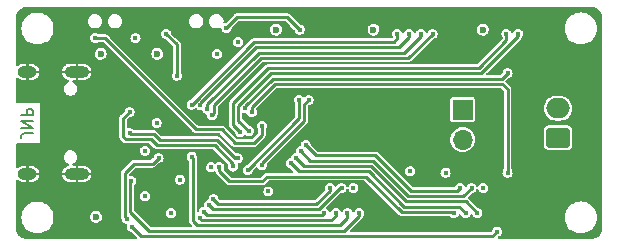
<source format=gbr>
%TF.GenerationSoftware,KiCad,Pcbnew,(6.0.6)*%
%TF.CreationDate,2022-07-10T21:22:37+02:00*%
%TF.ProjectId,GCode_Buttons_MCU,47436f64-655f-4427-9574-746f6e735f4d,rev?*%
%TF.SameCoordinates,Original*%
%TF.FileFunction,Copper,L4,Bot*%
%TF.FilePolarity,Positive*%
%FSLAX46Y46*%
G04 Gerber Fmt 4.6, Leading zero omitted, Abs format (unit mm)*
G04 Created by KiCad (PCBNEW (6.0.6)) date 2022-07-10 21:22:37*
%MOMM*%
%LPD*%
G01*
G04 APERTURE LIST*
G04 Aperture macros list*
%AMRoundRect*
0 Rectangle with rounded corners*
0 $1 Rounding radius*
0 $2 $3 $4 $5 $6 $7 $8 $9 X,Y pos of 4 corners*
0 Add a 4 corners polygon primitive as box body*
4,1,4,$2,$3,$4,$5,$6,$7,$8,$9,$2,$3,0*
0 Add four circle primitives for the rounded corners*
1,1,$1+$1,$2,$3*
1,1,$1+$1,$4,$5*
1,1,$1+$1,$6,$7*
1,1,$1+$1,$8,$9*
0 Add four rect primitives between the rounded corners*
20,1,$1+$1,$2,$3,$4,$5,0*
20,1,$1+$1,$4,$5,$6,$7,0*
20,1,$1+$1,$6,$7,$8,$9,0*
20,1,$1+$1,$8,$9,$2,$3,0*%
G04 Aperture macros list end*
%ADD10C,0.200000*%
%TA.AperFunction,NonConductor*%
%ADD11C,0.200000*%
%TD*%
%TA.AperFunction,ComponentPad*%
%ADD12O,2.100000X1.000000*%
%TD*%
%TA.AperFunction,ComponentPad*%
%ADD13O,1.600000X1.000000*%
%TD*%
%TA.AperFunction,ComponentPad*%
%ADD14RoundRect,0.250000X0.750000X-0.600000X0.750000X0.600000X-0.750000X0.600000X-0.750000X-0.600000X0*%
%TD*%
%TA.AperFunction,ComponentPad*%
%ADD15O,2.000000X1.700000*%
%TD*%
%TA.AperFunction,ComponentPad*%
%ADD16R,1.700000X1.700000*%
%TD*%
%TA.AperFunction,ComponentPad*%
%ADD17O,1.700000X1.700000*%
%TD*%
%TA.AperFunction,ViaPad*%
%ADD18C,0.450000*%
%TD*%
%TA.AperFunction,ViaPad*%
%ADD19C,0.800000*%
%TD*%
%TA.AperFunction,ViaPad*%
%ADD20C,0.600000*%
%TD*%
%TA.AperFunction,Conductor*%
%ADD21C,0.250000*%
%TD*%
G04 APERTURE END LIST*
D10*
D11*
X101597619Y-100880952D02*
X100883333Y-100880952D01*
X100740476Y-100928571D01*
X100645238Y-101023809D01*
X100597619Y-101166666D01*
X100597619Y-101261904D01*
X100597619Y-100404761D02*
X101597619Y-100404761D01*
X100597619Y-99833333D01*
X101597619Y-99833333D01*
X100597619Y-99357142D02*
X101597619Y-99357142D01*
X101597619Y-98976190D01*
X101550000Y-98880952D01*
X101502380Y-98833333D01*
X101407142Y-98785714D01*
X101264285Y-98785714D01*
X101169047Y-98833333D01*
X101121428Y-98880952D01*
X101073809Y-98976190D01*
X101073809Y-99357142D01*
D12*
%TO.P,J1,S1,SHIELD*%
%TO.N,GND*%
X105330000Y-95680000D03*
X105330000Y-104320000D03*
D13*
X101150000Y-95680000D03*
X101150000Y-104320000D03*
%TD*%
D14*
%TO.P,J4,1,Pin_1*%
%TO.N,Net-(D1-Pad2)*%
X146075000Y-101250000D03*
D15*
%TO.P,J4,2,Pin_2*%
%TO.N,Net-(D1-Pad1)*%
X146075000Y-98750000D03*
%TD*%
D16*
%TO.P,JP2,1,A*%
%TO.N,Net-(D1-Pad1)*%
X138000000Y-98875000D03*
D17*
%TO.P,JP2,2,B*%
%TO.N,Net-(JP2-Pad2)*%
X138000000Y-101415000D03*
%TD*%
D18*
%TO.N,SWD_IO*%
X124150000Y-98050000D03*
X119800000Y-104000000D03*
%TO.N,Dout_A*%
X129250000Y-107650000D03*
X109950000Y-104900000D03*
%TO.N,Dout_B*%
X110000000Y-108800000D03*
X140900000Y-109200000D03*
%TO.N,GND*%
X109800000Y-96400000D03*
X123500000Y-98700000D03*
X107700000Y-103250000D03*
X111650000Y-104800000D03*
X129750000Y-105500000D03*
X114700000Y-94150000D03*
X124100000Y-105750000D03*
X111700000Y-98200000D03*
X120250000Y-106300000D03*
X114700000Y-97750000D03*
X117250000Y-95000000D03*
X124100000Y-97250000D03*
X104450000Y-107850000D03*
X116000000Y-102500000D03*
D19*
X141000000Y-100000000D03*
D18*
X107700000Y-107350000D03*
X123200000Y-92100000D03*
X111650000Y-107000000D03*
X119000000Y-92500000D03*
X117750000Y-98800000D03*
X107700000Y-98200000D03*
X140750000Y-105500000D03*
X126350000Y-97350000D03*
X111150000Y-92800000D03*
X114500000Y-105500000D03*
X120000000Y-102500000D03*
D19*
X144000000Y-100000000D03*
D18*
X114600000Y-91850000D03*
X115750000Y-104000000D03*
X109800000Y-100000000D03*
X126500000Y-99000000D03*
X104400000Y-93800000D03*
X120950000Y-98800000D03*
X138500000Y-97500000D03*
X130850000Y-99350000D03*
X140700000Y-92100000D03*
X125400000Y-100950000D03*
X131450000Y-92100000D03*
%TO.N,+5V*%
X139750000Y-105500000D03*
X111100000Y-102350000D03*
X111100000Y-106200000D03*
D20*
X107350000Y-94150000D03*
D18*
X112087500Y-100000000D03*
X128750000Y-105500000D03*
D20*
X106950000Y-107950000D03*
D18*
%TO.N,USB_N*%
X109800000Y-99050000D03*
X118543056Y-103684166D03*
%TO.N,USB_P*%
X109800000Y-100850000D03*
X118950000Y-103000000D03*
%TO.N,+3V3*%
X119000000Y-93150000D03*
X136550000Y-104200000D03*
D20*
X122200000Y-92100000D03*
X112150000Y-94150000D03*
X130450000Y-92100000D03*
D18*
X110300000Y-92800000D03*
X117200000Y-94150000D03*
X133550000Y-104100000D03*
X114050000Y-104800000D03*
D20*
X139700000Y-92100000D03*
D18*
X121550000Y-105800000D03*
%TO.N,BOOT0*%
X106900000Y-92800000D03*
X121000000Y-100250500D03*
%TO.N,D_out_B*%
X112250000Y-102950000D03*
X109600000Y-108150000D03*
%TO.N,RESET*%
X118000000Y-91950000D03*
X124200000Y-92100000D03*
%TO.N,CS_SPI1*%
X132450000Y-92450000D03*
X115050000Y-98450000D03*
%TO.N,SCK_SPI1*%
X133450000Y-92450000D03*
X115788556Y-98488556D03*
%TO.N,MISO_SPI1*%
X134450000Y-92450000D03*
X116377350Y-98799500D03*
%TO.N,MOSI_SPI1*%
X135450000Y-92450000D03*
X116755536Y-99349000D03*
%TO.N,SCL_I2C*%
X141700000Y-92450000D03*
X119150000Y-100750000D03*
%TO.N,SDA_I2C*%
X142700000Y-92450000D03*
X119900000Y-100700000D03*
%TO.N,LED_TX*%
X119600000Y-98750000D03*
X141800000Y-95800000D03*
%TO.N,LED_RX*%
X120150000Y-99100000D03*
X141800000Y-104200000D03*
%TO.N,SWD_CLK*%
X124950000Y-98050000D03*
X121000000Y-103550000D03*
%TO.N,PA3*%
X113800000Y-96000000D03*
X112900000Y-92450000D03*
%TO.N,GB_A_1*%
X126250000Y-107650000D03*
X116096402Y-107505673D03*
%TO.N,GB_A_2*%
X126750000Y-105500000D03*
X116900000Y-106450000D03*
%TO.N,GB_A_3*%
X127250000Y-107650000D03*
X115725765Y-108074235D03*
%TO.N,GB_A_4*%
X127750000Y-105500000D03*
X116497789Y-106959980D03*
%TO.N,GB_A_5*%
X128250000Y-107650000D03*
X115050000Y-102850000D03*
%TO.N,GB_B_1*%
X137250000Y-107650000D03*
X117400000Y-103750000D03*
%TO.N,GB_B_2*%
X137750000Y-105500000D03*
X124705741Y-101892824D03*
%TO.N,GB_B_3*%
X138250000Y-107650000D03*
X123450000Y-103414556D03*
%TO.N,GB_B_4*%
X138750000Y-105500000D03*
X124300000Y-102400000D03*
%TO.N,GB_B_5*%
X139250000Y-107650000D03*
X123901901Y-102948038D03*
%TO.N,Dout*%
X116700000Y-103750000D03*
X113300000Y-107650000D03*
%TD*%
D21*
%TO.N,SWD_IO*%
X119800000Y-103972182D02*
X124150000Y-99622182D01*
X119800000Y-104000000D02*
X119800000Y-103972182D01*
X124150000Y-99622182D02*
X124150000Y-98050000D01*
%TO.N,Dout_A*%
X111425000Y-109125000D02*
X127975000Y-109125000D01*
X127975000Y-109125000D02*
X129250000Y-107850000D01*
X129250000Y-107850000D02*
X129250000Y-107650000D01*
X109850000Y-107550000D02*
X111425000Y-109125000D01*
X109950000Y-104900000D02*
X109850000Y-105000000D01*
X109850000Y-105000000D02*
X109850000Y-107550000D01*
%TO.N,Dout_B*%
X140900000Y-109200000D02*
X140525000Y-109575000D01*
X110775000Y-109575000D02*
X110000000Y-108800000D01*
X140525000Y-109575000D02*
X110775000Y-109575000D01*
%TO.N,USB_N*%
X118543056Y-103684166D02*
X118543056Y-103443056D01*
X118543056Y-103443056D02*
X117000000Y-101900000D01*
X109250000Y-101177818D02*
X109250000Y-99600000D01*
X112150000Y-101900000D02*
X111650000Y-101400000D01*
X111650000Y-101400000D02*
X109472182Y-101400000D01*
X109250000Y-99600000D02*
X109800000Y-99050000D01*
X109472182Y-101400000D02*
X109250000Y-101177818D01*
X117000000Y-101900000D02*
X112150000Y-101900000D01*
%TO.N,USB_P*%
X112336396Y-101450000D02*
X111836396Y-100950000D01*
X111836396Y-100950000D02*
X109900000Y-100950000D01*
X118950000Y-103000000D02*
X118736396Y-103000000D01*
X117186396Y-101450000D02*
X112336396Y-101450000D01*
X109900000Y-100950000D02*
X109800000Y-100850000D01*
X118736396Y-103000000D02*
X117186396Y-101450000D01*
%TO.N,BOOT0*%
X106900000Y-92800000D02*
X107700000Y-92800000D01*
X120300000Y-101700000D02*
X121000000Y-101000000D01*
X118750000Y-101700000D02*
X120300000Y-101700000D01*
X121000000Y-101000000D02*
X121000000Y-100250500D01*
X107700000Y-92800000D02*
X115450000Y-100550000D01*
X115450000Y-100550000D02*
X117600000Y-100550000D01*
X117600000Y-100550000D02*
X118750000Y-101700000D01*
%TO.N,D_out_B*%
X109400000Y-104200000D02*
X110150000Y-103450000D01*
X111750000Y-103450000D02*
X112250000Y-102950000D01*
X109600000Y-108150000D02*
X109400000Y-107950000D01*
X109400000Y-107950000D02*
X109400000Y-104200000D01*
X110150000Y-103450000D02*
X111750000Y-103450000D01*
%TO.N,RESET*%
X118000000Y-91950000D02*
X118900000Y-91050000D01*
X123150000Y-91050000D02*
X124200000Y-92100000D01*
X118900000Y-91050000D02*
X123150000Y-91050000D01*
%TO.N,CS_SPI1*%
X132150000Y-93150000D02*
X132450000Y-92850000D01*
X115050000Y-98450000D02*
X120350000Y-93150000D01*
X120350000Y-93150000D02*
X132150000Y-93150000D01*
X132450000Y-92850000D02*
X132450000Y-92450000D01*
%TO.N,SCK_SPI1*%
X120536396Y-93600000D02*
X132600000Y-93600000D01*
X133450000Y-92750000D02*
X133450000Y-92450000D01*
X115788556Y-98347840D02*
X120536396Y-93600000D01*
X115788556Y-98488556D02*
X115788556Y-98347840D01*
X132600000Y-93600000D02*
X133450000Y-92750000D01*
%TO.N,MISO_SPI1*%
X116377350Y-98799500D02*
X116377350Y-98395442D01*
X133000000Y-94050000D02*
X134450000Y-92600000D01*
X120722792Y-94050000D02*
X133000000Y-94050000D01*
X134450000Y-92600000D02*
X134450000Y-92450000D01*
X116377350Y-98395442D02*
X120722792Y-94050000D01*
%TO.N,MOSI_SPI1*%
X116927350Y-99177186D02*
X116927350Y-98481838D01*
X133400000Y-94500000D02*
X135450000Y-92450000D01*
X116755536Y-99349000D02*
X116927350Y-99177186D01*
X116927350Y-98481838D02*
X120909188Y-94500000D01*
X120909188Y-94500000D02*
X133400000Y-94500000D01*
%TO.N,SCL_I2C*%
X141700000Y-93000000D02*
X141700000Y-92450000D01*
X121550000Y-95350000D02*
X139350000Y-95350000D01*
X118557107Y-98342893D02*
X121550000Y-95350000D01*
X119150000Y-100750000D02*
X118557107Y-100157107D01*
X139350000Y-95350000D02*
X141700000Y-93000000D01*
X118557107Y-100157107D02*
X118557107Y-98342893D01*
%TO.N,SDA_I2C*%
X139536396Y-95800000D02*
X142700000Y-92636396D01*
X119900000Y-100700000D02*
X119007107Y-99807107D01*
X119007107Y-99807107D02*
X119007107Y-98529289D01*
X119007107Y-98529289D02*
X121736396Y-95800000D01*
X121736396Y-95800000D02*
X139536396Y-95800000D01*
X142700000Y-92636396D02*
X142700000Y-92450000D01*
%TO.N,LED_TX*%
X121922792Y-96250000D02*
X119600000Y-98572792D01*
X141800000Y-95800000D02*
X141350000Y-96250000D01*
X141350000Y-96250000D02*
X121922792Y-96250000D01*
X119600000Y-98572792D02*
X119600000Y-98750000D01*
%TO.N,LED_RX*%
X120150000Y-99100000D02*
X120150000Y-98659188D01*
X141800000Y-97150000D02*
X141350000Y-96700000D01*
X120150000Y-98659188D02*
X122109188Y-96700000D01*
X122109188Y-96700000D02*
X141350000Y-96700000D01*
X141800000Y-104200000D02*
X141800000Y-97150000D01*
%TO.N,SWD_CLK*%
X124600000Y-98400000D02*
X124600000Y-99808578D01*
X121000000Y-103408578D02*
X121000000Y-103550000D01*
X124950000Y-98050000D02*
X124600000Y-98400000D01*
X124600000Y-99808578D02*
X121000000Y-103408578D01*
%TO.N,PA3*%
X113800000Y-96000000D02*
X113800000Y-93350000D01*
X113800000Y-93350000D02*
X112900000Y-92450000D01*
%TO.N,GB_A_1*%
X126125000Y-107775000D02*
X126250000Y-107650000D01*
X116365729Y-107775000D02*
X126125000Y-107775000D01*
X116096402Y-107505673D02*
X116365729Y-107775000D01*
%TO.N,GB_A_2*%
X126750000Y-105735786D02*
X126750000Y-105500000D01*
X117325000Y-106875000D02*
X125610786Y-106875000D01*
X116900000Y-106450000D02*
X117325000Y-106875000D01*
X125610786Y-106875000D02*
X126750000Y-105735786D01*
%TO.N,GB_A_3*%
X115876530Y-108225000D02*
X126875000Y-108225000D01*
X115725765Y-108074235D02*
X115876530Y-108225000D01*
X127250000Y-107850000D02*
X127250000Y-107650000D01*
X126875000Y-108225000D02*
X127250000Y-107850000D01*
%TO.N,GB_A_4*%
X127622182Y-105500000D02*
X127750000Y-105500000D01*
X116497789Y-106959980D02*
X116862809Y-107325000D01*
X116862809Y-107325000D02*
X125797182Y-107325000D01*
X125797182Y-107325000D02*
X127622182Y-105500000D01*
%TO.N,GB_A_5*%
X115549418Y-108675000D02*
X127625000Y-108675000D01*
X128250000Y-108050000D02*
X128250000Y-107650000D01*
X127625000Y-108675000D02*
X128250000Y-108050000D01*
X115050000Y-102850000D02*
X115150000Y-102950000D01*
X115150000Y-108275582D02*
X115549418Y-108675000D01*
X115150000Y-102950000D02*
X115150000Y-108275582D01*
%TO.N,GB_B_1*%
X137150000Y-107550000D02*
X132854416Y-107550000D01*
X121050000Y-104950000D02*
X118250000Y-104950000D01*
X117400000Y-104100000D02*
X117400000Y-103750000D01*
X121450000Y-104550000D02*
X121050000Y-104950000D01*
X137250000Y-107650000D02*
X137150000Y-107550000D01*
X118250000Y-104950000D02*
X117400000Y-104100000D01*
X132854416Y-107550000D02*
X129854416Y-104550000D01*
X129854416Y-104550000D02*
X121450000Y-104550000D01*
%TO.N,GB_B_2*%
X130600000Y-102750000D02*
X133600000Y-105750000D01*
X137500000Y-105750000D02*
X137750000Y-105500000D01*
X125562917Y-102750000D02*
X130600000Y-102750000D01*
X133600000Y-105750000D02*
X137500000Y-105750000D01*
X124705741Y-101892824D02*
X125562917Y-102750000D01*
%TO.N,GB_B_3*%
X137700000Y-107100000D02*
X138250000Y-107650000D01*
X124135444Y-104100000D02*
X130040812Y-104100000D01*
X133040812Y-107100000D02*
X137700000Y-107100000D01*
X123450000Y-103414556D02*
X124135444Y-104100000D01*
X130040812Y-104100000D02*
X133040812Y-107100000D01*
%TO.N,GB_B_4*%
X138050000Y-106200000D02*
X138750000Y-105500000D01*
X130413604Y-103200000D02*
X133413604Y-106200000D01*
X133413604Y-106200000D02*
X138050000Y-106200000D01*
X125100000Y-103200000D02*
X130413604Y-103200000D01*
X124300000Y-102400000D02*
X125100000Y-103200000D01*
%TO.N,GB_B_5*%
X138250000Y-106650000D02*
X139250000Y-107650000D01*
X123901901Y-102948038D02*
X124603863Y-103650000D01*
X130227208Y-103650000D02*
X133227208Y-106650000D01*
X133227208Y-106650000D02*
X138250000Y-106650000D01*
X124603863Y-103650000D02*
X130227208Y-103650000D01*
%TD*%
%TA.AperFunction,Conductor*%
%TO.N,GND*%
G36*
X148988169Y-90203018D02*
G01*
X148999641Y-90205656D01*
X149010516Y-90203195D01*
X149021663Y-90203215D01*
X149021661Y-90204219D01*
X149031562Y-90203609D01*
X149117698Y-90212092D01*
X149146272Y-90214906D01*
X149165301Y-90218691D01*
X149296626Y-90258528D01*
X149314555Y-90265955D01*
X149435577Y-90330643D01*
X149451713Y-90341424D01*
X149557798Y-90428485D01*
X149571515Y-90442202D01*
X149639113Y-90524571D01*
X149658576Y-90548287D01*
X149669357Y-90564423D01*
X149734045Y-90685445D01*
X149741472Y-90703373D01*
X149781309Y-90834699D01*
X149785094Y-90853728D01*
X149787624Y-90879415D01*
X149796384Y-90968363D01*
X149796861Y-90978239D01*
X149796843Y-90988774D01*
X149794344Y-90999641D01*
X149797059Y-91011638D01*
X149799500Y-91033488D01*
X149799500Y-108965983D01*
X149796982Y-108988169D01*
X149794344Y-108999641D01*
X149796805Y-109010516D01*
X149796785Y-109021663D01*
X149795781Y-109021661D01*
X149796391Y-109031562D01*
X149785094Y-109146270D01*
X149781309Y-109165301D01*
X149748365Y-109273903D01*
X149741472Y-109296626D01*
X149734045Y-109314555D01*
X149669357Y-109435577D01*
X149658576Y-109451713D01*
X149571515Y-109557798D01*
X149557798Y-109571515D01*
X149511246Y-109609719D01*
X149451713Y-109658576D01*
X149435577Y-109669357D01*
X149314555Y-109734045D01*
X149296627Y-109741472D01*
X149165301Y-109781309D01*
X149146272Y-109785094D01*
X149031637Y-109796384D01*
X149021761Y-109796861D01*
X149011226Y-109796843D01*
X149000359Y-109794344D01*
X148988359Y-109797059D01*
X148966512Y-109799500D01*
X141070158Y-109799500D01*
X141011967Y-109780593D01*
X140976003Y-109731093D01*
X140976003Y-109669907D01*
X141011967Y-109620407D01*
X141032862Y-109609761D01*
X141033126Y-109609719D01*
X141108098Y-109571519D01*
X141146281Y-109552064D01*
X141146283Y-109552063D01*
X141153220Y-109548528D01*
X141248528Y-109453220D01*
X141253136Y-109444178D01*
X141306183Y-109340066D01*
X141306183Y-109340065D01*
X141309719Y-109333126D01*
X141312661Y-109314555D01*
X141329585Y-109207696D01*
X141330804Y-109200000D01*
X141309719Y-109066874D01*
X141293703Y-109035441D01*
X141252064Y-108953719D01*
X141252063Y-108953717D01*
X141248528Y-108946780D01*
X141153220Y-108851472D01*
X141146283Y-108847937D01*
X141146281Y-108847936D01*
X141040066Y-108793817D01*
X141040065Y-108793817D01*
X141033126Y-108790281D01*
X141025432Y-108789062D01*
X141025431Y-108789062D01*
X140907696Y-108770415D01*
X140900000Y-108769196D01*
X140892304Y-108770415D01*
X140774569Y-108789062D01*
X140774568Y-108789062D01*
X140766874Y-108790281D01*
X140759935Y-108793817D01*
X140759934Y-108793817D01*
X140653719Y-108847936D01*
X140653717Y-108847937D01*
X140646780Y-108851472D01*
X140551472Y-108946780D01*
X140547937Y-108953717D01*
X140547936Y-108953719D01*
X140506297Y-109035441D01*
X140490281Y-109066874D01*
X140489062Y-109074567D01*
X140489062Y-109074569D01*
X140479784Y-109133150D01*
X140452007Y-109187667D01*
X140419170Y-109220504D01*
X140364653Y-109248281D01*
X140349166Y-109249500D01*
X128549834Y-109249500D01*
X128491643Y-109230593D01*
X128455679Y-109181093D01*
X128455679Y-109119907D01*
X128479830Y-109080496D01*
X128893453Y-108666874D01*
X129467069Y-108093258D01*
X129473424Y-108087435D01*
X129503194Y-108062455D01*
X129522636Y-108028781D01*
X129527261Y-108021522D01*
X129544587Y-107996778D01*
X129544587Y-107996777D01*
X129549554Y-107989684D01*
X129551796Y-107981319D01*
X129554259Y-107976036D01*
X129556257Y-107970548D01*
X129560588Y-107963045D01*
X129562092Y-107954515D01*
X129563088Y-107951779D01*
X129586114Y-107915634D01*
X129598528Y-107903220D01*
X129603019Y-107894407D01*
X129656183Y-107790066D01*
X129656183Y-107790065D01*
X129659719Y-107783126D01*
X129661256Y-107773425D01*
X129679585Y-107657696D01*
X129680804Y-107650000D01*
X129669290Y-107577303D01*
X129660938Y-107524569D01*
X129660938Y-107524568D01*
X129659719Y-107516874D01*
X129654012Y-107505673D01*
X129602064Y-107403719D01*
X129602063Y-107403717D01*
X129598528Y-107396780D01*
X129503220Y-107301472D01*
X129496283Y-107297937D01*
X129496281Y-107297936D01*
X129390066Y-107243817D01*
X129390065Y-107243817D01*
X129383126Y-107240281D01*
X129375432Y-107239062D01*
X129375431Y-107239062D01*
X129257696Y-107220415D01*
X129250000Y-107219196D01*
X129242304Y-107220415D01*
X129124569Y-107239062D01*
X129124568Y-107239062D01*
X129116874Y-107240281D01*
X129109935Y-107243817D01*
X129109934Y-107243817D01*
X129003719Y-107297936D01*
X129003717Y-107297937D01*
X128996780Y-107301472D01*
X128901472Y-107396780D01*
X128897937Y-107403717D01*
X128897936Y-107403719D01*
X128845988Y-107505673D01*
X128840281Y-107516874D01*
X128838877Y-107516159D01*
X128808191Y-107558395D01*
X128750001Y-107577303D01*
X128691810Y-107558396D01*
X128661123Y-107516159D01*
X128659719Y-107516874D01*
X128602064Y-107403719D01*
X128602063Y-107403717D01*
X128598528Y-107396780D01*
X128503220Y-107301472D01*
X128496283Y-107297937D01*
X128496281Y-107297936D01*
X128390066Y-107243817D01*
X128390065Y-107243817D01*
X128383126Y-107240281D01*
X128375432Y-107239062D01*
X128375431Y-107239062D01*
X128257696Y-107220415D01*
X128250000Y-107219196D01*
X128242304Y-107220415D01*
X128124569Y-107239062D01*
X128124568Y-107239062D01*
X128116874Y-107240281D01*
X128109935Y-107243817D01*
X128109934Y-107243817D01*
X128003719Y-107297936D01*
X128003717Y-107297937D01*
X127996780Y-107301472D01*
X127901472Y-107396780D01*
X127897937Y-107403717D01*
X127897936Y-107403719D01*
X127845988Y-107505673D01*
X127840281Y-107516874D01*
X127838877Y-107516159D01*
X127808191Y-107558395D01*
X127750001Y-107577303D01*
X127691810Y-107558396D01*
X127661123Y-107516159D01*
X127659719Y-107516874D01*
X127602064Y-107403719D01*
X127602063Y-107403717D01*
X127598528Y-107396780D01*
X127503220Y-107301472D01*
X127496283Y-107297937D01*
X127496281Y-107297936D01*
X127390066Y-107243817D01*
X127390065Y-107243817D01*
X127383126Y-107240281D01*
X127375432Y-107239062D01*
X127375431Y-107239062D01*
X127257696Y-107220415D01*
X127250000Y-107219196D01*
X127242304Y-107220415D01*
X127124569Y-107239062D01*
X127124568Y-107239062D01*
X127116874Y-107240281D01*
X127109935Y-107243817D01*
X127109934Y-107243817D01*
X127003719Y-107297936D01*
X127003717Y-107297937D01*
X126996780Y-107301472D01*
X126901472Y-107396780D01*
X126897937Y-107403717D01*
X126897936Y-107403719D01*
X126845988Y-107505673D01*
X126840281Y-107516874D01*
X126838877Y-107516159D01*
X126808191Y-107558395D01*
X126750001Y-107577303D01*
X126691810Y-107558396D01*
X126661123Y-107516159D01*
X126659719Y-107516874D01*
X126602064Y-107403719D01*
X126602063Y-107403717D01*
X126598528Y-107396780D01*
X126503220Y-107301472D01*
X126496283Y-107297937D01*
X126496281Y-107297936D01*
X126477443Y-107288338D01*
X126434178Y-107245073D01*
X126424607Y-107184641D01*
X126452384Y-107130124D01*
X127629476Y-105953032D01*
X127683993Y-105925255D01*
X127714965Y-105925255D01*
X127750000Y-105930804D01*
X127757696Y-105929585D01*
X127875431Y-105910938D01*
X127875432Y-105910938D01*
X127883126Y-105909719D01*
X127890066Y-105906183D01*
X127996281Y-105852064D01*
X127996283Y-105852063D01*
X128003220Y-105848528D01*
X128098528Y-105753220D01*
X128131418Y-105688671D01*
X128159719Y-105633126D01*
X128161123Y-105633841D01*
X128191809Y-105591605D01*
X128249999Y-105572697D01*
X128308190Y-105591604D01*
X128338877Y-105633841D01*
X128340281Y-105633126D01*
X128368583Y-105688671D01*
X128401472Y-105753220D01*
X128496780Y-105848528D01*
X128503717Y-105852063D01*
X128503719Y-105852064D01*
X128609934Y-105906183D01*
X128616874Y-105909719D01*
X128624568Y-105910938D01*
X128624569Y-105910938D01*
X128742304Y-105929585D01*
X128750000Y-105930804D01*
X128757696Y-105929585D01*
X128875431Y-105910938D01*
X128875432Y-105910938D01*
X128883126Y-105909719D01*
X128890066Y-105906183D01*
X128996281Y-105852064D01*
X128996283Y-105852063D01*
X129003220Y-105848528D01*
X129098528Y-105753220D01*
X129131418Y-105688671D01*
X129156183Y-105640066D01*
X129156183Y-105640065D01*
X129159719Y-105633126D01*
X129166296Y-105591604D01*
X129179585Y-105507696D01*
X129180804Y-105500000D01*
X129168846Y-105424500D01*
X129160938Y-105374569D01*
X129160938Y-105374568D01*
X129159719Y-105366874D01*
X129143514Y-105335069D01*
X129102064Y-105253719D01*
X129102063Y-105253717D01*
X129098528Y-105246780D01*
X129003220Y-105151472D01*
X128996283Y-105147937D01*
X128996281Y-105147936D01*
X128890066Y-105093817D01*
X128890065Y-105093817D01*
X128883126Y-105090281D01*
X128875432Y-105089062D01*
X128875431Y-105089062D01*
X128769478Y-105072281D01*
X128752010Y-105063381D01*
X128730522Y-105072281D01*
X128624569Y-105089062D01*
X128624568Y-105089062D01*
X128616874Y-105090281D01*
X128609935Y-105093817D01*
X128609934Y-105093817D01*
X128503719Y-105147936D01*
X128503717Y-105147937D01*
X128496780Y-105151472D01*
X128401472Y-105246780D01*
X128397937Y-105253717D01*
X128397936Y-105253719D01*
X128356486Y-105335069D01*
X128340281Y-105366874D01*
X128338877Y-105366159D01*
X128308191Y-105408395D01*
X128250001Y-105427303D01*
X128191810Y-105408396D01*
X128161123Y-105366159D01*
X128159719Y-105366874D01*
X128102064Y-105253719D01*
X128102063Y-105253717D01*
X128098528Y-105246780D01*
X128003220Y-105151472D01*
X127996283Y-105147937D01*
X127996281Y-105147936D01*
X127890066Y-105093817D01*
X127890065Y-105093817D01*
X127883126Y-105090281D01*
X127875432Y-105089062D01*
X127875431Y-105089062D01*
X127769478Y-105072281D01*
X127752010Y-105063381D01*
X127730522Y-105072281D01*
X127624569Y-105089062D01*
X127624568Y-105089062D01*
X127616874Y-105090281D01*
X127609935Y-105093817D01*
X127609934Y-105093817D01*
X127503719Y-105147936D01*
X127503717Y-105147937D01*
X127496780Y-105151472D01*
X127401472Y-105246780D01*
X127395213Y-105259065D01*
X127394458Y-105260546D01*
X127376253Y-105285603D01*
X127301728Y-105360128D01*
X127247211Y-105387905D01*
X127186779Y-105378334D01*
X127143515Y-105335069D01*
X127102067Y-105253724D01*
X127102064Y-105253720D01*
X127098528Y-105246780D01*
X127003220Y-105151472D01*
X126996283Y-105147937D01*
X126996281Y-105147936D01*
X126890066Y-105093817D01*
X126890065Y-105093817D01*
X126883126Y-105090281D01*
X126875432Y-105089062D01*
X126875431Y-105089062D01*
X126769478Y-105072281D01*
X126752010Y-105063381D01*
X126730522Y-105072281D01*
X126624569Y-105089062D01*
X126624568Y-105089062D01*
X126616874Y-105090281D01*
X126609935Y-105093817D01*
X126609934Y-105093817D01*
X126503719Y-105147936D01*
X126503717Y-105147937D01*
X126496780Y-105151472D01*
X126401472Y-105246780D01*
X126397937Y-105253717D01*
X126397936Y-105253719D01*
X126356486Y-105335069D01*
X126340281Y-105366874D01*
X126339062Y-105374568D01*
X126339062Y-105374569D01*
X126331154Y-105424500D01*
X126319196Y-105500000D01*
X126320415Y-105507696D01*
X126339507Y-105628239D01*
X126329936Y-105688671D01*
X126311730Y-105713730D01*
X125504956Y-106520504D01*
X125450439Y-106548281D01*
X125434952Y-106549500D01*
X117500834Y-106549500D01*
X117442643Y-106530593D01*
X117430830Y-106520504D01*
X117347993Y-106437667D01*
X117320216Y-106383150D01*
X117310938Y-106324569D01*
X117310938Y-106324567D01*
X117309719Y-106316874D01*
X117248528Y-106196780D01*
X117153220Y-106101472D01*
X117146283Y-106097937D01*
X117146281Y-106097936D01*
X117040066Y-106043817D01*
X117040065Y-106043817D01*
X117033126Y-106040281D01*
X117025432Y-106039062D01*
X117025431Y-106039062D01*
X116907696Y-106020415D01*
X116900000Y-106019196D01*
X116892304Y-106020415D01*
X116774569Y-106039062D01*
X116774568Y-106039062D01*
X116766874Y-106040281D01*
X116759935Y-106043817D01*
X116759934Y-106043817D01*
X116653719Y-106097936D01*
X116653717Y-106097937D01*
X116646780Y-106101472D01*
X116551472Y-106196780D01*
X116490281Y-106316874D01*
X116489062Y-106324568D01*
X116489062Y-106324569D01*
X116475053Y-106413022D01*
X116469196Y-106450000D01*
X116469485Y-106451822D01*
X116451508Y-106507149D01*
X116402008Y-106543113D01*
X116386903Y-106546738D01*
X116380057Y-106547823D01*
X116372358Y-106549042D01*
X116372357Y-106549042D01*
X116364663Y-106550261D01*
X116357724Y-106553797D01*
X116357723Y-106553797D01*
X116251508Y-106607916D01*
X116251506Y-106607917D01*
X116244569Y-106611452D01*
X116149261Y-106706760D01*
X116088070Y-106826854D01*
X116066985Y-106959980D01*
X116068204Y-106967677D01*
X116068204Y-106967678D01*
X116069969Y-106978823D01*
X116060397Y-107039255D01*
X116017132Y-107082519D01*
X115987673Y-107092090D01*
X115970972Y-107094735D01*
X115970971Y-107094735D01*
X115963276Y-107095954D01*
X115956337Y-107099490D01*
X115956336Y-107099490D01*
X115850121Y-107153609D01*
X115850119Y-107153610D01*
X115843182Y-107157145D01*
X115747874Y-107252453D01*
X115744339Y-107259390D01*
X115744338Y-107259392D01*
X115714157Y-107318626D01*
X115686683Y-107372547D01*
X115685464Y-107380241D01*
X115685464Y-107380242D01*
X115672281Y-107463478D01*
X115644504Y-107517995D01*
X115589987Y-107545772D01*
X115529555Y-107536201D01*
X115486290Y-107492936D01*
X115475500Y-107447991D01*
X115475500Y-105800000D01*
X121119196Y-105800000D01*
X121120415Y-105807696D01*
X121137785Y-105917364D01*
X121140281Y-105933126D01*
X121143817Y-105940065D01*
X121143817Y-105940066D01*
X121150424Y-105953032D01*
X121201472Y-106053220D01*
X121296780Y-106148528D01*
X121303717Y-106152063D01*
X121303719Y-106152064D01*
X121397799Y-106200000D01*
X121416874Y-106209719D01*
X121424568Y-106210938D01*
X121424569Y-106210938D01*
X121542304Y-106229585D01*
X121550000Y-106230804D01*
X121557696Y-106229585D01*
X121675431Y-106210938D01*
X121675432Y-106210938D01*
X121683126Y-106209719D01*
X121702201Y-106200000D01*
X121796281Y-106152064D01*
X121796283Y-106152063D01*
X121803220Y-106148528D01*
X121898528Y-106053220D01*
X121949577Y-105953032D01*
X121956183Y-105940066D01*
X121956183Y-105940065D01*
X121959719Y-105933126D01*
X121962216Y-105917364D01*
X121979585Y-105807696D01*
X121980804Y-105800000D01*
X121959719Y-105666874D01*
X121940604Y-105629358D01*
X121902064Y-105553719D01*
X121902063Y-105553717D01*
X121898528Y-105546780D01*
X121803220Y-105451472D01*
X121796283Y-105447937D01*
X121796281Y-105447936D01*
X121690066Y-105393817D01*
X121690065Y-105393817D01*
X121683126Y-105390281D01*
X121675432Y-105389062D01*
X121675431Y-105389062D01*
X121557696Y-105370415D01*
X121550000Y-105369196D01*
X121542304Y-105370415D01*
X121424569Y-105389062D01*
X121424568Y-105389062D01*
X121416874Y-105390281D01*
X121409935Y-105393817D01*
X121409934Y-105393817D01*
X121303719Y-105447936D01*
X121303717Y-105447937D01*
X121296780Y-105451472D01*
X121201472Y-105546780D01*
X121197937Y-105553717D01*
X121197936Y-105553719D01*
X121159396Y-105629358D01*
X121140281Y-105666874D01*
X121119196Y-105800000D01*
X115475500Y-105800000D01*
X115475500Y-103750000D01*
X116269196Y-103750000D01*
X116273428Y-103776719D01*
X116288926Y-103874569D01*
X116290281Y-103883126D01*
X116293817Y-103890065D01*
X116293817Y-103890066D01*
X116346403Y-103993271D01*
X116351472Y-104003220D01*
X116446780Y-104098528D01*
X116453717Y-104102063D01*
X116453719Y-104102064D01*
X116559934Y-104156183D01*
X116566874Y-104159719D01*
X116574568Y-104160938D01*
X116574569Y-104160938D01*
X116692304Y-104179585D01*
X116700000Y-104180804D01*
X116707696Y-104179585D01*
X116825431Y-104160938D01*
X116825432Y-104160938D01*
X116833126Y-104159719D01*
X116940449Y-104105035D01*
X117000881Y-104095464D01*
X117055397Y-104123241D01*
X117082890Y-104176055D01*
X117087874Y-104204320D01*
X117089412Y-104213045D01*
X117093742Y-104220544D01*
X117095738Y-104226029D01*
X117098204Y-104231316D01*
X117100446Y-104239684D01*
X117113780Y-104258726D01*
X117122732Y-104271511D01*
X117127371Y-104278792D01*
X117146806Y-104312455D01*
X117171441Y-104333126D01*
X117176571Y-104337431D01*
X117182939Y-104343265D01*
X118006731Y-105167057D01*
X118012565Y-105173424D01*
X118037545Y-105203194D01*
X118071205Y-105222627D01*
X118078489Y-105227268D01*
X118110316Y-105249554D01*
X118118683Y-105251796D01*
X118123964Y-105254259D01*
X118129454Y-105256257D01*
X118136955Y-105260588D01*
X118161108Y-105264847D01*
X118175222Y-105267336D01*
X118183651Y-105269205D01*
X118212830Y-105277023D01*
X118221194Y-105279264D01*
X118259909Y-105275877D01*
X118268538Y-105275500D01*
X121031466Y-105275500D01*
X121040095Y-105275877D01*
X121078807Y-105279264D01*
X121116350Y-105269204D01*
X121124784Y-105267334D01*
X121154517Y-105262092D01*
X121154519Y-105262091D01*
X121163045Y-105260588D01*
X121170544Y-105256258D01*
X121176029Y-105254262D01*
X121181316Y-105251796D01*
X121189684Y-105249554D01*
X121221511Y-105227268D01*
X121228795Y-105222627D01*
X121262455Y-105203194D01*
X121287436Y-105173423D01*
X121293270Y-105167056D01*
X121555831Y-104904496D01*
X121610347Y-104876719D01*
X121625834Y-104875500D01*
X126715035Y-104875500D01*
X126744749Y-104885155D01*
X126784965Y-104875500D01*
X127715035Y-104875500D01*
X127744749Y-104885155D01*
X127784965Y-104875500D01*
X128715035Y-104875500D01*
X128744749Y-104885155D01*
X128784965Y-104875500D01*
X129678582Y-104875500D01*
X129736773Y-104894407D01*
X129748586Y-104904496D01*
X132611147Y-107767057D01*
X132616981Y-107773424D01*
X132641961Y-107803194D01*
X132675621Y-107822627D01*
X132682905Y-107827268D01*
X132714732Y-107849554D01*
X132723100Y-107851796D01*
X132728387Y-107854262D01*
X132733872Y-107856258D01*
X132741371Y-107860588D01*
X132749897Y-107862091D01*
X132749899Y-107862092D01*
X132779632Y-107867334D01*
X132788066Y-107869204D01*
X132825609Y-107879264D01*
X132864324Y-107875877D01*
X132872953Y-107875500D01*
X136832744Y-107875500D01*
X136890935Y-107894407D01*
X136902748Y-107904496D01*
X136996780Y-107998528D01*
X137003717Y-108002063D01*
X137003719Y-108002064D01*
X137107522Y-108054954D01*
X137116874Y-108059719D01*
X137124568Y-108060938D01*
X137124569Y-108060938D01*
X137169297Y-108068022D01*
X137238497Y-108078982D01*
X137242304Y-108079585D01*
X137250000Y-108080804D01*
X137257696Y-108079585D01*
X137261504Y-108078982D01*
X137330703Y-108068022D01*
X137375431Y-108060938D01*
X137375432Y-108060938D01*
X137383126Y-108059719D01*
X137392478Y-108054954D01*
X137496281Y-108002064D01*
X137496283Y-108002063D01*
X137503220Y-107998528D01*
X137598528Y-107903220D01*
X137603019Y-107894407D01*
X137659719Y-107783126D01*
X137661123Y-107783841D01*
X137691809Y-107741605D01*
X137749999Y-107722697D01*
X137808190Y-107741604D01*
X137838877Y-107783841D01*
X137840281Y-107783126D01*
X137896982Y-107894407D01*
X137901472Y-107903220D01*
X137996780Y-107998528D01*
X138003717Y-108002063D01*
X138003719Y-108002064D01*
X138107522Y-108054954D01*
X138116874Y-108059719D01*
X138124568Y-108060938D01*
X138124569Y-108060938D01*
X138169297Y-108068022D01*
X138238497Y-108078982D01*
X138242304Y-108079585D01*
X138250000Y-108080804D01*
X138257696Y-108079585D01*
X138261504Y-108078982D01*
X138330703Y-108068022D01*
X138375431Y-108060938D01*
X138375432Y-108060938D01*
X138383126Y-108059719D01*
X138392478Y-108054954D01*
X138496281Y-108002064D01*
X138496283Y-108002063D01*
X138503220Y-107998528D01*
X138598528Y-107903220D01*
X138603019Y-107894407D01*
X138659719Y-107783126D01*
X138661123Y-107783841D01*
X138691809Y-107741605D01*
X138749999Y-107722697D01*
X138808190Y-107741604D01*
X138838877Y-107783841D01*
X138840281Y-107783126D01*
X138896982Y-107894407D01*
X138901472Y-107903220D01*
X138996780Y-107998528D01*
X139003717Y-108002063D01*
X139003719Y-108002064D01*
X139107522Y-108054954D01*
X139116874Y-108059719D01*
X139124568Y-108060938D01*
X139124569Y-108060938D01*
X139169297Y-108068022D01*
X139238497Y-108078982D01*
X139242304Y-108079585D01*
X139250000Y-108080804D01*
X139257696Y-108079585D01*
X139261504Y-108078982D01*
X139330703Y-108068022D01*
X139375431Y-108060938D01*
X139375432Y-108060938D01*
X139383126Y-108059719D01*
X139392478Y-108054954D01*
X139496281Y-108002064D01*
X139496283Y-108002063D01*
X139500331Y-108000000D01*
X146644341Y-108000000D01*
X146664937Y-108235408D01*
X146726097Y-108463663D01*
X146825965Y-108677829D01*
X146961505Y-108871401D01*
X147128599Y-109038495D01*
X147188583Y-109080496D01*
X147309705Y-109165306D01*
X147322171Y-109174035D01*
X147536337Y-109273903D01*
X147764592Y-109335063D01*
X147849431Y-109342486D01*
X147938870Y-109350311D01*
X147938878Y-109350311D01*
X147941034Y-109350500D01*
X148058966Y-109350500D01*
X148061122Y-109350311D01*
X148061130Y-109350311D01*
X148150569Y-109342486D01*
X148235408Y-109335063D01*
X148463663Y-109273903D01*
X148677829Y-109174035D01*
X148690296Y-109165306D01*
X148811417Y-109080496D01*
X148871401Y-109038495D01*
X149038495Y-108871401D01*
X149126690Y-108745445D01*
X149171553Y-108681375D01*
X149171554Y-108681373D01*
X149174035Y-108677830D01*
X149273903Y-108463663D01*
X149335063Y-108235408D01*
X149355659Y-108000000D01*
X149335063Y-107764592D01*
X149273903Y-107536337D01*
X149174035Y-107322171D01*
X149159542Y-107301472D01*
X149101931Y-107219196D01*
X149038495Y-107128599D01*
X148871401Y-106961505D01*
X148746027Y-106873718D01*
X148681374Y-106828447D01*
X148681372Y-106828446D01*
X148677829Y-106825965D01*
X148463663Y-106726097D01*
X148235408Y-106664937D01*
X148150569Y-106657514D01*
X148061130Y-106649689D01*
X148061122Y-106649689D01*
X148058966Y-106649500D01*
X147941034Y-106649500D01*
X147938878Y-106649689D01*
X147938870Y-106649689D01*
X147849431Y-106657514D01*
X147764592Y-106664937D01*
X147536337Y-106726097D01*
X147322171Y-106825965D01*
X147318628Y-106828446D01*
X147318626Y-106828447D01*
X147253973Y-106873718D01*
X147128599Y-106961505D01*
X146961505Y-107128599D01*
X146887220Y-107234689D01*
X146828447Y-107318625D01*
X146828446Y-107318627D01*
X146825965Y-107322170D01*
X146726097Y-107536337D01*
X146664937Y-107764592D01*
X146644341Y-108000000D01*
X139500331Y-108000000D01*
X139503220Y-107998528D01*
X139598528Y-107903220D01*
X139603019Y-107894407D01*
X139656183Y-107790066D01*
X139656183Y-107790065D01*
X139659719Y-107783126D01*
X139661256Y-107773425D01*
X139679585Y-107657696D01*
X139680804Y-107650000D01*
X139669290Y-107577303D01*
X139660938Y-107524569D01*
X139660938Y-107524568D01*
X139659719Y-107516874D01*
X139654012Y-107505673D01*
X139602064Y-107403719D01*
X139602063Y-107403717D01*
X139598528Y-107396780D01*
X139503220Y-107301472D01*
X139496283Y-107297937D01*
X139496281Y-107297936D01*
X139390066Y-107243817D01*
X139390065Y-107243817D01*
X139383126Y-107240281D01*
X139375433Y-107239062D01*
X139375431Y-107239062D01*
X139316850Y-107229784D01*
X139262333Y-107202007D01*
X138493269Y-106432943D01*
X138487434Y-106426575D01*
X138468021Y-106403439D01*
X138468020Y-106403438D01*
X138462455Y-106396806D01*
X138461067Y-106396005D01*
X138430745Y-106347481D01*
X138435012Y-106286444D01*
X138456801Y-106253525D01*
X138603349Y-106106978D01*
X138762334Y-105947993D01*
X138816850Y-105920216D01*
X138875431Y-105910938D01*
X138875432Y-105910938D01*
X138883126Y-105909719D01*
X138890066Y-105906183D01*
X138996281Y-105852064D01*
X138996283Y-105852063D01*
X139003220Y-105848528D01*
X139098528Y-105753220D01*
X139131418Y-105688671D01*
X139159719Y-105633126D01*
X139161123Y-105633841D01*
X139191809Y-105591605D01*
X139249999Y-105572697D01*
X139308190Y-105591604D01*
X139338877Y-105633841D01*
X139340281Y-105633126D01*
X139368583Y-105688671D01*
X139401472Y-105753220D01*
X139496780Y-105848528D01*
X139503717Y-105852063D01*
X139503719Y-105852064D01*
X139609934Y-105906183D01*
X139616874Y-105909719D01*
X139624568Y-105910938D01*
X139624569Y-105910938D01*
X139742304Y-105929585D01*
X139750000Y-105930804D01*
X139757696Y-105929585D01*
X139875431Y-105910938D01*
X139875432Y-105910938D01*
X139883126Y-105909719D01*
X139890066Y-105906183D01*
X139996281Y-105852064D01*
X139996283Y-105852063D01*
X140003220Y-105848528D01*
X140098528Y-105753220D01*
X140131418Y-105688671D01*
X140156183Y-105640066D01*
X140156183Y-105640065D01*
X140159719Y-105633126D01*
X140166296Y-105591604D01*
X140179585Y-105507696D01*
X140180804Y-105500000D01*
X140168846Y-105424500D01*
X140160938Y-105374569D01*
X140160938Y-105374568D01*
X140159719Y-105366874D01*
X140143514Y-105335069D01*
X140102064Y-105253719D01*
X140102063Y-105253717D01*
X140098528Y-105246780D01*
X140003220Y-105151472D01*
X139996283Y-105147937D01*
X139996281Y-105147936D01*
X139890066Y-105093817D01*
X139890065Y-105093817D01*
X139883126Y-105090281D01*
X139875432Y-105089062D01*
X139875431Y-105089062D01*
X139757696Y-105070415D01*
X139750000Y-105069196D01*
X139742304Y-105070415D01*
X139624569Y-105089062D01*
X139624568Y-105089062D01*
X139616874Y-105090281D01*
X139609935Y-105093817D01*
X139609934Y-105093817D01*
X139503719Y-105147936D01*
X139503717Y-105147937D01*
X139496780Y-105151472D01*
X139401472Y-105246780D01*
X139397937Y-105253717D01*
X139397936Y-105253719D01*
X139356486Y-105335069D01*
X139340281Y-105366874D01*
X139338877Y-105366159D01*
X139308191Y-105408395D01*
X139250001Y-105427303D01*
X139191810Y-105408396D01*
X139161123Y-105366159D01*
X139159719Y-105366874D01*
X139102064Y-105253719D01*
X139102063Y-105253717D01*
X139098528Y-105246780D01*
X139003220Y-105151472D01*
X138996283Y-105147937D01*
X138996281Y-105147936D01*
X138890066Y-105093817D01*
X138890065Y-105093817D01*
X138883126Y-105090281D01*
X138875432Y-105089062D01*
X138875431Y-105089062D01*
X138757696Y-105070415D01*
X138750000Y-105069196D01*
X138742304Y-105070415D01*
X138624569Y-105089062D01*
X138624568Y-105089062D01*
X138616874Y-105090281D01*
X138609935Y-105093817D01*
X138609934Y-105093817D01*
X138503719Y-105147936D01*
X138503717Y-105147937D01*
X138496780Y-105151472D01*
X138401472Y-105246780D01*
X138397937Y-105253717D01*
X138397936Y-105253719D01*
X138356486Y-105335069D01*
X138340281Y-105366874D01*
X138338877Y-105366159D01*
X138308191Y-105408395D01*
X138250001Y-105427303D01*
X138191810Y-105408396D01*
X138161123Y-105366159D01*
X138159719Y-105366874D01*
X138102064Y-105253719D01*
X138102063Y-105253717D01*
X138098528Y-105246780D01*
X138003220Y-105151472D01*
X137996283Y-105147937D01*
X137996281Y-105147936D01*
X137890066Y-105093817D01*
X137890065Y-105093817D01*
X137883126Y-105090281D01*
X137875432Y-105089062D01*
X137875431Y-105089062D01*
X137757696Y-105070415D01*
X137750000Y-105069196D01*
X137742304Y-105070415D01*
X137624569Y-105089062D01*
X137624568Y-105089062D01*
X137616874Y-105090281D01*
X137609935Y-105093817D01*
X137609934Y-105093817D01*
X137503719Y-105147936D01*
X137503717Y-105147937D01*
X137496780Y-105151472D01*
X137401472Y-105246780D01*
X137397937Y-105253717D01*
X137397936Y-105253719D01*
X137356486Y-105335069D01*
X137340281Y-105366874D01*
X137338055Y-105365740D01*
X137309108Y-105405588D01*
X137250911Y-105424500D01*
X133775834Y-105424500D01*
X133717643Y-105405593D01*
X133705830Y-105395504D01*
X132410326Y-104100000D01*
X133119196Y-104100000D01*
X133120415Y-104107696D01*
X133137728Y-104217005D01*
X133140281Y-104233126D01*
X133143817Y-104240065D01*
X133143817Y-104240066D01*
X133196400Y-104343265D01*
X133201472Y-104353220D01*
X133296780Y-104448528D01*
X133303717Y-104452063D01*
X133303719Y-104452064D01*
X133409934Y-104506183D01*
X133416874Y-104509719D01*
X133424568Y-104510938D01*
X133424569Y-104510938D01*
X133542304Y-104529585D01*
X133550000Y-104530804D01*
X133557696Y-104529585D01*
X133675431Y-104510938D01*
X133675432Y-104510938D01*
X133683126Y-104509719D01*
X133690066Y-104506183D01*
X133796281Y-104452064D01*
X133796283Y-104452063D01*
X133803220Y-104448528D01*
X133898528Y-104353220D01*
X133903601Y-104343265D01*
X133956183Y-104240066D01*
X133956183Y-104240065D01*
X133959719Y-104233126D01*
X133962273Y-104217005D01*
X133964966Y-104200000D01*
X136119196Y-104200000D01*
X136123319Y-104226029D01*
X136134529Y-104296806D01*
X136140281Y-104333126D01*
X136143817Y-104340065D01*
X136143817Y-104340066D01*
X136196276Y-104443022D01*
X136201472Y-104453220D01*
X136296780Y-104548528D01*
X136303717Y-104552063D01*
X136303719Y-104552064D01*
X136408776Y-104605593D01*
X136416874Y-104609719D01*
X136424568Y-104610938D01*
X136424569Y-104610938D01*
X136542304Y-104629585D01*
X136550000Y-104630804D01*
X136557696Y-104629585D01*
X136675431Y-104610938D01*
X136675432Y-104610938D01*
X136683126Y-104609719D01*
X136691224Y-104605593D01*
X136796281Y-104552064D01*
X136796283Y-104552063D01*
X136803220Y-104548528D01*
X136898528Y-104453220D01*
X136903725Y-104443022D01*
X136956183Y-104340066D01*
X136956183Y-104340065D01*
X136959719Y-104333126D01*
X136965472Y-104296806D01*
X136976681Y-104226029D01*
X136980804Y-104200000D01*
X136969528Y-104128807D01*
X136960938Y-104074569D01*
X136960938Y-104074568D01*
X136959719Y-104066874D01*
X136953922Y-104055497D01*
X136902064Y-103953719D01*
X136902063Y-103953717D01*
X136898528Y-103946780D01*
X136803220Y-103851472D01*
X136796283Y-103847937D01*
X136796281Y-103847936D01*
X136690066Y-103793817D01*
X136690065Y-103793817D01*
X136683126Y-103790281D01*
X136675432Y-103789062D01*
X136675431Y-103789062D01*
X136557696Y-103770415D01*
X136550000Y-103769196D01*
X136542304Y-103770415D01*
X136424569Y-103789062D01*
X136424568Y-103789062D01*
X136416874Y-103790281D01*
X136409935Y-103793817D01*
X136409934Y-103793817D01*
X136303719Y-103847936D01*
X136303717Y-103847937D01*
X136296780Y-103851472D01*
X136201472Y-103946780D01*
X136197937Y-103953717D01*
X136197936Y-103953719D01*
X136146078Y-104055497D01*
X136140281Y-104066874D01*
X136139062Y-104074568D01*
X136139062Y-104074569D01*
X136130472Y-104128807D01*
X136119196Y-104200000D01*
X133964966Y-104200000D01*
X133979585Y-104107696D01*
X133980804Y-104100000D01*
X133965476Y-104003220D01*
X133960938Y-103974569D01*
X133960938Y-103974568D01*
X133959719Y-103966874D01*
X133941159Y-103930447D01*
X133902064Y-103853719D01*
X133902063Y-103853717D01*
X133898528Y-103846780D01*
X133803220Y-103751472D01*
X133796283Y-103747937D01*
X133796281Y-103747936D01*
X133690066Y-103693817D01*
X133690065Y-103693817D01*
X133683126Y-103690281D01*
X133675432Y-103689062D01*
X133675431Y-103689062D01*
X133557696Y-103670415D01*
X133550000Y-103669196D01*
X133542304Y-103670415D01*
X133424569Y-103689062D01*
X133424568Y-103689062D01*
X133416874Y-103690281D01*
X133409935Y-103693817D01*
X133409934Y-103693817D01*
X133303719Y-103747936D01*
X133303717Y-103747937D01*
X133296780Y-103751472D01*
X133201472Y-103846780D01*
X133197937Y-103853717D01*
X133197936Y-103853719D01*
X133158841Y-103930447D01*
X133140281Y-103966874D01*
X133139062Y-103974568D01*
X133139062Y-103974569D01*
X133134524Y-104003220D01*
X133119196Y-104100000D01*
X132410326Y-104100000D01*
X130843269Y-102532943D01*
X130837434Y-102526575D01*
X130832265Y-102520415D01*
X130812455Y-102496806D01*
X130778792Y-102477371D01*
X130771511Y-102472732D01*
X130769056Y-102471013D01*
X130739684Y-102450446D01*
X130731316Y-102448204D01*
X130726029Y-102445738D01*
X130720544Y-102443742D01*
X130713045Y-102439412D01*
X130704519Y-102437909D01*
X130704517Y-102437908D01*
X130674784Y-102432666D01*
X130666349Y-102430796D01*
X130637174Y-102422978D01*
X130628807Y-102420736D01*
X130603182Y-102422978D01*
X130590095Y-102424123D01*
X130581466Y-102424500D01*
X125738751Y-102424500D01*
X125680560Y-102405593D01*
X125668747Y-102395504D01*
X125153734Y-101880491D01*
X125125957Y-101825974D01*
X125116679Y-101767393D01*
X125116679Y-101767391D01*
X125115460Y-101759698D01*
X125099953Y-101729264D01*
X125057805Y-101646543D01*
X125057804Y-101646541D01*
X125054269Y-101639604D01*
X124958961Y-101544296D01*
X124952024Y-101540761D01*
X124952022Y-101540760D01*
X124845807Y-101486641D01*
X124845806Y-101486641D01*
X124838867Y-101483105D01*
X124831173Y-101481886D01*
X124831172Y-101481886D01*
X124713437Y-101463239D01*
X124705741Y-101462020D01*
X124698045Y-101463239D01*
X124580310Y-101481886D01*
X124580309Y-101481886D01*
X124572615Y-101483105D01*
X124565676Y-101486641D01*
X124565675Y-101486641D01*
X124459460Y-101540760D01*
X124459458Y-101540761D01*
X124452521Y-101544296D01*
X124357213Y-101639604D01*
X124353678Y-101646541D01*
X124353677Y-101646543D01*
X124311529Y-101729264D01*
X124296022Y-101759698D01*
X124294803Y-101767392D01*
X124294803Y-101767393D01*
X124289071Y-101803586D01*
X124274937Y-101892824D01*
X124274735Y-101892792D01*
X124257249Y-101946609D01*
X124207749Y-101982573D01*
X124192645Y-101986199D01*
X124188804Y-101986807D01*
X124166874Y-101990281D01*
X124159935Y-101993817D01*
X124159934Y-101993817D01*
X124053719Y-102047936D01*
X124053717Y-102047937D01*
X124046780Y-102051472D01*
X123951472Y-102146780D01*
X123947937Y-102153717D01*
X123947936Y-102153719D01*
X123897537Y-102252634D01*
X123890281Y-102266874D01*
X123889062Y-102274568D01*
X123889062Y-102274569D01*
X123884043Y-102306258D01*
X123869196Y-102400000D01*
X123870415Y-102407696D01*
X123872623Y-102421637D01*
X123863052Y-102482069D01*
X123819787Y-102525334D01*
X123790330Y-102534905D01*
X123776469Y-102537100D01*
X123776467Y-102537101D01*
X123768775Y-102538319D01*
X123761836Y-102541855D01*
X123761835Y-102541855D01*
X123655620Y-102595974D01*
X123655618Y-102595975D01*
X123648681Y-102599510D01*
X123553373Y-102694818D01*
X123549838Y-102701755D01*
X123549837Y-102701757D01*
X123526897Y-102746780D01*
X123492182Y-102814912D01*
X123490963Y-102822606D01*
X123490963Y-102822607D01*
X123486625Y-102850000D01*
X123478966Y-102898359D01*
X123477090Y-102910201D01*
X123449313Y-102964717D01*
X123394796Y-102992495D01*
X123324569Y-103003618D01*
X123324568Y-103003618D01*
X123316874Y-103004837D01*
X123309935Y-103008373D01*
X123309934Y-103008373D01*
X123203719Y-103062492D01*
X123203717Y-103062493D01*
X123196780Y-103066028D01*
X123101472Y-103161336D01*
X123097937Y-103168273D01*
X123097936Y-103168275D01*
X123075325Y-103212652D01*
X123040281Y-103281430D01*
X123039062Y-103289124D01*
X123039062Y-103289125D01*
X123034299Y-103319196D01*
X123019196Y-103414556D01*
X123020415Y-103422252D01*
X123033240Y-103503224D01*
X123040281Y-103547682D01*
X123043817Y-103554621D01*
X123043817Y-103554622D01*
X123093165Y-103651472D01*
X123101472Y-103667776D01*
X123196780Y-103763084D01*
X123203717Y-103766619D01*
X123203719Y-103766620D01*
X123303169Y-103817292D01*
X123316874Y-103824275D01*
X123324567Y-103825494D01*
X123324569Y-103825494D01*
X123383151Y-103834772D01*
X123437668Y-103862550D01*
X123630614Y-104055497D01*
X123658391Y-104110013D01*
X123648820Y-104170445D01*
X123605555Y-104213710D01*
X123560610Y-104224500D01*
X121468522Y-104224500D01*
X121459893Y-104224123D01*
X121429822Y-104221492D01*
X121421193Y-104220737D01*
X121383657Y-104230795D01*
X121375231Y-104232663D01*
X121366038Y-104234284D01*
X121336955Y-104239412D01*
X121329450Y-104243745D01*
X121323973Y-104245738D01*
X121318682Y-104248205D01*
X121310316Y-104250447D01*
X121278484Y-104272736D01*
X121271206Y-104277372D01*
X121245044Y-104292476D01*
X121245042Y-104292477D01*
X121237545Y-104296806D01*
X121213526Y-104325431D01*
X121212569Y-104326571D01*
X121206735Y-104332938D01*
X121062625Y-104477049D01*
X120944171Y-104595503D01*
X120889654Y-104623281D01*
X120874167Y-104624500D01*
X119834965Y-104624500D01*
X119805251Y-104614845D01*
X119765035Y-104624500D01*
X118425834Y-104624500D01*
X118367643Y-104605593D01*
X118355830Y-104595504D01*
X117804458Y-104044132D01*
X117776681Y-103989615D01*
X117786252Y-103929183D01*
X117806183Y-103890067D01*
X117806184Y-103890064D01*
X117809719Y-103883126D01*
X117811075Y-103874569D01*
X117826572Y-103776719D01*
X117830804Y-103750000D01*
X117821596Y-103691862D01*
X117810938Y-103624569D01*
X117810938Y-103624568D01*
X117809719Y-103616874D01*
X117780096Y-103558736D01*
X117752064Y-103503719D01*
X117752063Y-103503717D01*
X117748528Y-103496780D01*
X117653220Y-103401472D01*
X117646283Y-103397937D01*
X117646281Y-103397936D01*
X117540066Y-103343817D01*
X117540065Y-103343817D01*
X117533126Y-103340281D01*
X117525432Y-103339062D01*
X117525431Y-103339062D01*
X117407696Y-103320415D01*
X117400000Y-103319196D01*
X117392304Y-103320415D01*
X117274569Y-103339062D01*
X117274568Y-103339062D01*
X117266874Y-103340281D01*
X117259935Y-103343817D01*
X117259934Y-103343817D01*
X117153719Y-103397936D01*
X117153717Y-103397937D01*
X117146780Y-103401472D01*
X117120004Y-103428248D01*
X117065487Y-103456025D01*
X117005055Y-103446454D01*
X116979996Y-103428248D01*
X116953220Y-103401472D01*
X116946283Y-103397937D01*
X116946281Y-103397936D01*
X116840066Y-103343817D01*
X116840065Y-103343817D01*
X116833126Y-103340281D01*
X116825432Y-103339062D01*
X116825431Y-103339062D01*
X116707696Y-103320415D01*
X116700000Y-103319196D01*
X116692304Y-103320415D01*
X116574569Y-103339062D01*
X116574568Y-103339062D01*
X116566874Y-103340281D01*
X116559935Y-103343817D01*
X116559934Y-103343817D01*
X116453719Y-103397936D01*
X116453717Y-103397937D01*
X116446780Y-103401472D01*
X116351472Y-103496780D01*
X116347937Y-103503717D01*
X116347936Y-103503719D01*
X116319904Y-103558736D01*
X116290281Y-103616874D01*
X116289062Y-103624568D01*
X116289062Y-103624569D01*
X116278404Y-103691862D01*
X116269196Y-103750000D01*
X115475500Y-103750000D01*
X115475500Y-102968523D01*
X115475877Y-102959894D01*
X115478508Y-102929820D01*
X115479263Y-102921193D01*
X115477022Y-102912828D01*
X115476267Y-102904198D01*
X115477824Y-102904062D01*
X115476437Y-102877577D01*
X115479585Y-102857699D01*
X115479585Y-102857696D01*
X115480804Y-102850000D01*
X115474147Y-102807972D01*
X115460938Y-102724569D01*
X115460938Y-102724568D01*
X115459719Y-102716874D01*
X115452173Y-102702064D01*
X115402064Y-102603719D01*
X115402063Y-102603717D01*
X115398528Y-102596780D01*
X115303220Y-102501472D01*
X115296283Y-102497937D01*
X115296281Y-102497936D01*
X115190066Y-102443817D01*
X115190065Y-102443817D01*
X115183126Y-102440281D01*
X115175432Y-102439062D01*
X115175431Y-102439062D01*
X115069478Y-102422281D01*
X115052010Y-102413381D01*
X115030522Y-102422281D01*
X114924569Y-102439062D01*
X114924568Y-102439062D01*
X114916874Y-102440281D01*
X114909935Y-102443817D01*
X114909934Y-102443817D01*
X114803719Y-102497936D01*
X114803717Y-102497937D01*
X114796780Y-102501472D01*
X114701472Y-102596780D01*
X114697937Y-102603717D01*
X114697936Y-102603719D01*
X114647827Y-102702064D01*
X114640281Y-102716874D01*
X114639062Y-102724568D01*
X114639062Y-102724569D01*
X114625853Y-102807972D01*
X114619196Y-102850000D01*
X114620415Y-102857696D01*
X114634724Y-102948038D01*
X114640281Y-102983126D01*
X114643817Y-102990065D01*
X114643817Y-102990066D01*
X114694770Y-103090066D01*
X114701472Y-103103220D01*
X114795504Y-103197252D01*
X114823281Y-103251769D01*
X114824500Y-103267256D01*
X114824500Y-108257048D01*
X114824123Y-108265677D01*
X114820736Y-108304389D01*
X114822978Y-108312756D01*
X114830796Y-108341931D01*
X114832666Y-108350365D01*
X114839412Y-108388627D01*
X114843742Y-108396126D01*
X114845738Y-108401611D01*
X114848204Y-108406898D01*
X114850446Y-108415266D01*
X114871013Y-108444638D01*
X114872732Y-108447093D01*
X114877371Y-108454374D01*
X114896806Y-108488037D01*
X114909309Y-108498528D01*
X114926576Y-108513017D01*
X114932932Y-108518840D01*
X115044590Y-108630499D01*
X115072366Y-108685013D01*
X115062795Y-108745445D01*
X115019530Y-108788710D01*
X114974585Y-108799500D01*
X111600835Y-108799500D01*
X111542644Y-108780593D01*
X111530831Y-108770504D01*
X110410326Y-107650000D01*
X112869196Y-107650000D01*
X112870415Y-107657696D01*
X112888745Y-107773425D01*
X112890281Y-107783126D01*
X112893817Y-107790065D01*
X112893817Y-107790066D01*
X112946982Y-107894407D01*
X112951472Y-107903220D01*
X113046780Y-107998528D01*
X113053717Y-108002063D01*
X113053719Y-108002064D01*
X113157522Y-108054954D01*
X113166874Y-108059719D01*
X113174568Y-108060938D01*
X113174569Y-108060938D01*
X113219297Y-108068022D01*
X113288497Y-108078982D01*
X113292304Y-108079585D01*
X113300000Y-108080804D01*
X113307696Y-108079585D01*
X113311504Y-108078982D01*
X113380703Y-108068022D01*
X113425431Y-108060938D01*
X113425432Y-108060938D01*
X113433126Y-108059719D01*
X113442478Y-108054954D01*
X113546281Y-108002064D01*
X113546283Y-108002063D01*
X113553220Y-107998528D01*
X113648528Y-107903220D01*
X113653019Y-107894407D01*
X113706183Y-107790066D01*
X113706183Y-107790065D01*
X113709719Y-107783126D01*
X113711256Y-107773425D01*
X113729585Y-107657696D01*
X113730804Y-107650000D01*
X113719290Y-107577303D01*
X113710938Y-107524569D01*
X113710938Y-107524568D01*
X113709719Y-107516874D01*
X113704012Y-107505673D01*
X113652064Y-107403719D01*
X113652063Y-107403717D01*
X113648528Y-107396780D01*
X113553220Y-107301472D01*
X113546283Y-107297937D01*
X113546281Y-107297936D01*
X113440066Y-107243817D01*
X113440065Y-107243817D01*
X113433126Y-107240281D01*
X113425432Y-107239062D01*
X113425431Y-107239062D01*
X113307696Y-107220415D01*
X113300000Y-107219196D01*
X113292304Y-107220415D01*
X113174569Y-107239062D01*
X113174568Y-107239062D01*
X113166874Y-107240281D01*
X113159935Y-107243817D01*
X113159934Y-107243817D01*
X113053719Y-107297936D01*
X113053717Y-107297937D01*
X113046780Y-107301472D01*
X112951472Y-107396780D01*
X112947937Y-107403717D01*
X112947936Y-107403719D01*
X112895988Y-107505673D01*
X112890281Y-107516874D01*
X112889062Y-107524568D01*
X112889062Y-107524569D01*
X112880710Y-107577303D01*
X112869196Y-107650000D01*
X110410326Y-107650000D01*
X110204496Y-107444170D01*
X110176719Y-107389653D01*
X110175500Y-107374166D01*
X110175500Y-106200000D01*
X110669196Y-106200000D01*
X110670415Y-106207696D01*
X110688926Y-106324569D01*
X110690281Y-106333126D01*
X110693817Y-106340065D01*
X110693817Y-106340066D01*
X110739584Y-106429888D01*
X110751472Y-106453220D01*
X110846780Y-106548528D01*
X110853717Y-106552063D01*
X110853719Y-106552064D01*
X110959934Y-106606183D01*
X110966874Y-106609719D01*
X110974568Y-106610938D01*
X110974569Y-106610938D01*
X111092304Y-106629585D01*
X111100000Y-106630804D01*
X111107696Y-106629585D01*
X111225431Y-106610938D01*
X111225432Y-106610938D01*
X111233126Y-106609719D01*
X111240066Y-106606183D01*
X111346281Y-106552064D01*
X111346283Y-106552063D01*
X111353220Y-106548528D01*
X111448528Y-106453220D01*
X111460417Y-106429888D01*
X111506183Y-106340066D01*
X111506183Y-106340065D01*
X111509719Y-106333126D01*
X111511075Y-106324569D01*
X111529585Y-106207696D01*
X111530804Y-106200000D01*
X111509719Y-106066874D01*
X111448528Y-105946780D01*
X111353220Y-105851472D01*
X111346283Y-105847937D01*
X111346281Y-105847936D01*
X111240066Y-105793817D01*
X111240065Y-105793817D01*
X111233126Y-105790281D01*
X111225432Y-105789062D01*
X111225431Y-105789062D01*
X111107696Y-105770415D01*
X111100000Y-105769196D01*
X111092304Y-105770415D01*
X110974569Y-105789062D01*
X110974568Y-105789062D01*
X110966874Y-105790281D01*
X110959935Y-105793817D01*
X110959934Y-105793817D01*
X110853719Y-105847936D01*
X110853717Y-105847937D01*
X110846780Y-105851472D01*
X110751472Y-105946780D01*
X110690281Y-106066874D01*
X110669196Y-106200000D01*
X110175500Y-106200000D01*
X110175500Y-105317256D01*
X110194407Y-105259065D01*
X110204496Y-105247252D01*
X110298528Y-105153220D01*
X110303725Y-105143022D01*
X110356183Y-105040066D01*
X110356183Y-105040065D01*
X110359719Y-105033126D01*
X110362273Y-105017005D01*
X110379585Y-104907696D01*
X110380804Y-104900000D01*
X110364966Y-104800000D01*
X113619196Y-104800000D01*
X113620415Y-104807696D01*
X113634149Y-104894407D01*
X113640281Y-104933126D01*
X113643817Y-104940065D01*
X113643817Y-104940066D01*
X113694770Y-105040066D01*
X113701472Y-105053220D01*
X113796780Y-105148528D01*
X113803717Y-105152063D01*
X113803719Y-105152064D01*
X113845641Y-105173424D01*
X113916874Y-105209719D01*
X113924568Y-105210938D01*
X113924569Y-105210938D01*
X113998372Y-105222627D01*
X114027675Y-105227268D01*
X114042304Y-105229585D01*
X114050000Y-105230804D01*
X114057696Y-105229585D01*
X114072326Y-105227268D01*
X114101628Y-105222627D01*
X114175431Y-105210938D01*
X114175432Y-105210938D01*
X114183126Y-105209719D01*
X114254359Y-105173424D01*
X114296281Y-105152064D01*
X114296283Y-105152063D01*
X114303220Y-105148528D01*
X114398528Y-105053220D01*
X114405231Y-105040066D01*
X114456183Y-104940066D01*
X114456183Y-104940065D01*
X114459719Y-104933126D01*
X114465852Y-104894407D01*
X114479585Y-104807696D01*
X114480804Y-104800000D01*
X114467684Y-104717163D01*
X114460938Y-104674569D01*
X114460938Y-104674568D01*
X114459719Y-104666874D01*
X114446675Y-104641274D01*
X114402064Y-104553719D01*
X114402063Y-104553717D01*
X114398528Y-104546780D01*
X114303220Y-104451472D01*
X114296283Y-104447937D01*
X114296281Y-104447936D01*
X114190066Y-104393817D01*
X114190065Y-104393817D01*
X114183126Y-104390281D01*
X114175432Y-104389062D01*
X114175431Y-104389062D01*
X114057696Y-104370415D01*
X114050000Y-104369196D01*
X114042304Y-104370415D01*
X113924569Y-104389062D01*
X113924568Y-104389062D01*
X113916874Y-104390281D01*
X113909935Y-104393817D01*
X113909934Y-104393817D01*
X113803719Y-104447936D01*
X113803717Y-104447937D01*
X113796780Y-104451472D01*
X113701472Y-104546780D01*
X113697937Y-104553717D01*
X113697936Y-104553719D01*
X113653325Y-104641274D01*
X113640281Y-104666874D01*
X113639062Y-104674568D01*
X113639062Y-104674569D01*
X113632316Y-104717163D01*
X113619196Y-104800000D01*
X110364966Y-104800000D01*
X110359719Y-104766874D01*
X110331271Y-104711042D01*
X110302064Y-104653719D01*
X110302063Y-104653717D01*
X110298528Y-104646780D01*
X110203220Y-104551472D01*
X110196283Y-104547937D01*
X110196281Y-104547936D01*
X110090066Y-104493817D01*
X110090065Y-104493817D01*
X110083126Y-104490281D01*
X110075432Y-104489062D01*
X110075431Y-104489062D01*
X109957696Y-104470415D01*
X109950000Y-104469196D01*
X109942304Y-104470415D01*
X109942303Y-104470415D01*
X109839987Y-104486620D01*
X109779555Y-104477049D01*
X109736290Y-104433784D01*
X109725500Y-104388839D01*
X109725500Y-104375834D01*
X109744407Y-104317643D01*
X109754496Y-104305830D01*
X110255831Y-103804496D01*
X110310348Y-103776719D01*
X110325835Y-103775500D01*
X111731466Y-103775500D01*
X111740095Y-103775877D01*
X111778807Y-103779264D01*
X111788305Y-103776719D01*
X111816349Y-103769204D01*
X111824784Y-103767334D01*
X111854517Y-103762092D01*
X111854519Y-103762091D01*
X111863045Y-103760588D01*
X111870544Y-103756258D01*
X111876029Y-103754262D01*
X111881316Y-103751796D01*
X111889684Y-103749554D01*
X111921511Y-103727268D01*
X111928795Y-103722627D01*
X111962455Y-103703194D01*
X111987431Y-103673429D01*
X111993265Y-103667061D01*
X112262333Y-103397993D01*
X112316850Y-103370216D01*
X112375431Y-103360938D01*
X112375433Y-103360938D01*
X112383126Y-103359719D01*
X112405090Y-103348528D01*
X112496281Y-103302064D01*
X112496283Y-103302063D01*
X112503220Y-103298528D01*
X112598528Y-103203220D01*
X112604003Y-103192476D01*
X112656183Y-103090066D01*
X112656183Y-103090065D01*
X112659719Y-103083126D01*
X112667532Y-103033800D01*
X112679585Y-102957696D01*
X112680804Y-102950000D01*
X112670216Y-102883150D01*
X112660938Y-102824569D01*
X112660938Y-102824568D01*
X112659719Y-102816874D01*
X112655183Y-102807972D01*
X112602064Y-102703719D01*
X112602063Y-102703717D01*
X112598528Y-102696780D01*
X112503220Y-102601472D01*
X112496283Y-102597937D01*
X112496281Y-102597936D01*
X112390066Y-102543817D01*
X112390065Y-102543817D01*
X112383126Y-102540281D01*
X112375432Y-102539062D01*
X112375431Y-102539062D01*
X112257696Y-102520415D01*
X112250000Y-102519196D01*
X112242304Y-102520415D01*
X112124569Y-102539062D01*
X112124568Y-102539062D01*
X112116874Y-102540281D01*
X112109935Y-102543817D01*
X112109934Y-102543817D01*
X112003719Y-102597936D01*
X112003717Y-102597937D01*
X111996780Y-102601472D01*
X111901472Y-102696780D01*
X111897937Y-102703717D01*
X111897936Y-102703719D01*
X111844817Y-102807972D01*
X111840281Y-102816874D01*
X111839062Y-102824567D01*
X111839062Y-102824569D01*
X111829784Y-102883150D01*
X111802007Y-102937667D01*
X111644170Y-103095504D01*
X111589653Y-103123281D01*
X111574166Y-103124500D01*
X110168526Y-103124500D01*
X110159898Y-103124123D01*
X110156576Y-103123832D01*
X110121193Y-103120737D01*
X110112830Y-103122978D01*
X110112827Y-103122978D01*
X110083656Y-103130794D01*
X110075229Y-103132663D01*
X110036955Y-103139412D01*
X110029454Y-103143743D01*
X110023960Y-103145742D01*
X110018678Y-103148205D01*
X110010316Y-103150446D01*
X110003223Y-103155413D01*
X110003222Y-103155413D01*
X109978478Y-103172739D01*
X109971219Y-103177364D01*
X109937545Y-103196806D01*
X109931975Y-103203444D01*
X109912574Y-103226565D01*
X109906740Y-103232933D01*
X109182943Y-103956731D01*
X109176575Y-103962566D01*
X109146806Y-103987545D01*
X109127373Y-104021205D01*
X109122732Y-104028489D01*
X109100446Y-104060316D01*
X109098204Y-104068684D01*
X109095738Y-104073971D01*
X109093742Y-104079456D01*
X109089412Y-104086955D01*
X109087909Y-104095481D01*
X109087908Y-104095483D01*
X109082666Y-104125216D01*
X109080796Y-104133650D01*
X109070736Y-104171193D01*
X109071491Y-104179822D01*
X109074123Y-104209905D01*
X109074500Y-104218534D01*
X109074500Y-107931466D01*
X109074123Y-107940095D01*
X109070736Y-107978807D01*
X109072978Y-107987174D01*
X109080796Y-108016349D01*
X109082666Y-108024783D01*
X109089412Y-108063045D01*
X109093742Y-108070544D01*
X109095738Y-108076029D01*
X109098204Y-108081316D01*
X109100446Y-108089684D01*
X109121013Y-108119056D01*
X109122732Y-108121511D01*
X109127371Y-108128792D01*
X109146806Y-108162455D01*
X109153440Y-108168021D01*
X109158734Y-108174331D01*
X109180676Y-108222479D01*
X109190281Y-108283126D01*
X109193817Y-108290065D01*
X109193817Y-108290066D01*
X109224542Y-108350366D01*
X109251472Y-108403220D01*
X109346780Y-108498528D01*
X109353717Y-108502063D01*
X109353719Y-108502064D01*
X109459934Y-108556183D01*
X109466874Y-108559719D01*
X109474566Y-108560937D01*
X109474568Y-108560938D01*
X109506037Y-108565922D01*
X109560553Y-108593700D01*
X109588330Y-108648217D01*
X109588330Y-108679190D01*
X109574752Y-108764922D01*
X109569196Y-108800000D01*
X109590281Y-108933126D01*
X109593817Y-108940065D01*
X109593817Y-108940066D01*
X109640437Y-109031562D01*
X109651472Y-109053220D01*
X109746780Y-109148528D01*
X109753717Y-109152063D01*
X109753719Y-109152064D01*
X109832695Y-109192304D01*
X109866874Y-109209719D01*
X109874567Y-109210938D01*
X109874569Y-109210938D01*
X109933150Y-109220216D01*
X109987667Y-109247993D01*
X110370170Y-109630496D01*
X110397947Y-109685013D01*
X110388376Y-109745445D01*
X110345111Y-109788710D01*
X110300166Y-109799500D01*
X101034017Y-109799500D01*
X101011831Y-109796982D01*
X101011813Y-109796978D01*
X101000359Y-109794344D01*
X100989484Y-109796805D01*
X100978337Y-109796785D01*
X100978339Y-109795781D01*
X100968438Y-109796391D01*
X100882302Y-109787908D01*
X100853728Y-109785094D01*
X100834699Y-109781309D01*
X100703373Y-109741472D01*
X100685445Y-109734045D01*
X100564423Y-109669357D01*
X100548287Y-109658576D01*
X100488754Y-109609719D01*
X100442202Y-109571515D01*
X100428485Y-109557798D01*
X100341424Y-109451713D01*
X100330643Y-109435577D01*
X100265955Y-109314555D01*
X100258528Y-109296626D01*
X100251635Y-109273903D01*
X100218691Y-109165301D01*
X100214906Y-109146270D01*
X100203658Y-109032058D01*
X100203830Y-109011037D01*
X100204389Y-109006180D01*
X100205655Y-109000718D01*
X100205656Y-109000000D01*
X100203096Y-108988776D01*
X100202980Y-108988266D01*
X100200500Y-108966248D01*
X100200500Y-108000000D01*
X100644341Y-108000000D01*
X100664937Y-108235408D01*
X100726097Y-108463663D01*
X100825965Y-108677829D01*
X100961505Y-108871401D01*
X101128599Y-109038495D01*
X101188583Y-109080496D01*
X101309705Y-109165306D01*
X101322171Y-109174035D01*
X101536337Y-109273903D01*
X101764592Y-109335063D01*
X101849431Y-109342486D01*
X101938870Y-109350311D01*
X101938878Y-109350311D01*
X101941034Y-109350500D01*
X102058966Y-109350500D01*
X102061122Y-109350311D01*
X102061130Y-109350311D01*
X102150569Y-109342486D01*
X102235408Y-109335063D01*
X102463663Y-109273903D01*
X102677829Y-109174035D01*
X102690296Y-109165306D01*
X102811417Y-109080496D01*
X102871401Y-109038495D01*
X103038495Y-108871401D01*
X103126690Y-108745445D01*
X103171553Y-108681375D01*
X103171554Y-108681373D01*
X103174035Y-108677830D01*
X103273903Y-108463663D01*
X103335063Y-108235408D01*
X103355659Y-108000000D01*
X103350744Y-107943823D01*
X106444391Y-107943823D01*
X106445306Y-107950820D01*
X106445306Y-107950821D01*
X106459830Y-108061890D01*
X106462980Y-108085979D01*
X106465821Y-108092435D01*
X106465821Y-108092436D01*
X106511954Y-108197280D01*
X106520720Y-108217203D01*
X106561467Y-108265677D01*
X106608431Y-108321549D01*
X106608434Y-108321551D01*
X106612970Y-108326948D01*
X106618841Y-108330856D01*
X106618842Y-108330857D01*
X106631143Y-108339045D01*
X106732313Y-108406390D01*
X106832920Y-108437821D01*
X106862425Y-108447039D01*
X106862426Y-108447039D01*
X106869157Y-108449142D01*
X106940828Y-108450456D01*
X107005445Y-108451641D01*
X107005447Y-108451641D01*
X107012499Y-108451770D01*
X107019302Y-108449915D01*
X107019304Y-108449915D01*
X107120369Y-108422361D01*
X107150817Y-108414060D01*
X107272991Y-108339045D01*
X107280403Y-108330857D01*
X107364468Y-108237982D01*
X107369200Y-108232754D01*
X107431710Y-108103733D01*
X107433473Y-108093258D01*
X107454862Y-107966124D01*
X107454862Y-107966120D01*
X107455496Y-107962354D01*
X107455647Y-107950000D01*
X107435323Y-107808082D01*
X107375984Y-107677572D01*
X107315582Y-107607472D01*
X107287005Y-107574307D01*
X107287004Y-107574306D01*
X107282400Y-107568963D01*
X107162095Y-107490985D01*
X107024739Y-107449907D01*
X106941497Y-107449398D01*
X106888427Y-107449074D01*
X106888426Y-107449074D01*
X106881376Y-107449031D01*
X106874599Y-107450968D01*
X106874598Y-107450968D01*
X106750309Y-107486490D01*
X106750307Y-107486491D01*
X106743529Y-107488428D01*
X106622280Y-107564930D01*
X106617613Y-107570214D01*
X106617611Y-107570216D01*
X106532044Y-107667103D01*
X106532042Y-107667105D01*
X106527377Y-107672388D01*
X106524381Y-107678770D01*
X106524380Y-107678771D01*
X106504847Y-107720374D01*
X106466447Y-107802163D01*
X106465362Y-107809132D01*
X106465361Y-107809135D01*
X106462538Y-107827268D01*
X106444391Y-107943823D01*
X103350744Y-107943823D01*
X103335063Y-107764592D01*
X103273903Y-107536337D01*
X103174035Y-107322171D01*
X103159542Y-107301472D01*
X103101931Y-107219196D01*
X103038495Y-107128599D01*
X102871401Y-106961505D01*
X102746027Y-106873718D01*
X102681374Y-106828447D01*
X102681372Y-106828446D01*
X102677829Y-106825965D01*
X102463663Y-106726097D01*
X102235408Y-106664937D01*
X102150569Y-106657514D01*
X102061130Y-106649689D01*
X102061122Y-106649689D01*
X102058966Y-106649500D01*
X101941034Y-106649500D01*
X101938878Y-106649689D01*
X101938870Y-106649689D01*
X101849431Y-106657514D01*
X101764592Y-106664937D01*
X101536337Y-106726097D01*
X101322171Y-106825965D01*
X101318628Y-106828446D01*
X101318626Y-106828447D01*
X101253973Y-106873718D01*
X101128599Y-106961505D01*
X100961505Y-107128599D01*
X100887220Y-107234689D01*
X100828447Y-107318625D01*
X100828446Y-107318627D01*
X100825965Y-107322170D01*
X100726097Y-107536337D01*
X100664937Y-107764592D01*
X100644341Y-108000000D01*
X100200500Y-108000000D01*
X100200500Y-104904441D01*
X100219407Y-104846250D01*
X100268907Y-104810286D01*
X100330093Y-104810286D01*
X100369250Y-104836155D01*
X100369811Y-104835532D01*
X100373954Y-104839263D01*
X100374103Y-104839361D01*
X100374248Y-104839527D01*
X100383048Y-104847451D01*
X100511906Y-104938014D01*
X100522344Y-104943610D01*
X100669078Y-105000820D01*
X100680555Y-105003767D01*
X100800648Y-105019577D01*
X100807102Y-105020000D01*
X101034320Y-105020000D01*
X101047005Y-105015878D01*
X101050000Y-105011757D01*
X101050000Y-105004320D01*
X101250000Y-105004320D01*
X101254122Y-105017005D01*
X101258243Y-105020000D01*
X101489495Y-105020000D01*
X101495451Y-105019641D01*
X101612273Y-105005504D01*
X101623783Y-105002677D01*
X101771108Y-104947007D01*
X101781606Y-104941518D01*
X101911401Y-104852314D01*
X101920288Y-104844478D01*
X102025058Y-104726887D01*
X102031817Y-104717163D01*
X102105513Y-104577974D01*
X102109760Y-104566910D01*
X102142842Y-104435209D01*
X102142713Y-104433315D01*
X104087279Y-104433315D01*
X104117691Y-104559990D01*
X104121822Y-104571096D01*
X104194053Y-104711042D01*
X104200716Y-104720846D01*
X104304248Y-104839527D01*
X104313048Y-104847451D01*
X104441906Y-104938014D01*
X104452344Y-104943610D01*
X104599078Y-105000820D01*
X104610555Y-105003767D01*
X104730648Y-105019577D01*
X104737102Y-105020000D01*
X105214320Y-105020000D01*
X105227005Y-105015878D01*
X105230000Y-105011757D01*
X105230000Y-105004320D01*
X105430000Y-105004320D01*
X105434122Y-105017005D01*
X105438243Y-105020000D01*
X105919495Y-105020000D01*
X105925451Y-105019641D01*
X106042273Y-105005504D01*
X106053783Y-105002677D01*
X106201108Y-104947007D01*
X106211606Y-104941518D01*
X106341401Y-104852314D01*
X106350288Y-104844478D01*
X106455058Y-104726887D01*
X106461817Y-104717163D01*
X106535513Y-104577974D01*
X106539760Y-104566910D01*
X106572842Y-104435209D01*
X106571987Y-104422670D01*
X106562705Y-104420000D01*
X105445680Y-104420000D01*
X105432995Y-104424122D01*
X105430000Y-104428243D01*
X105430000Y-105004320D01*
X105230000Y-105004320D01*
X105230000Y-104435680D01*
X105225878Y-104422995D01*
X105221757Y-104420000D01*
X104099762Y-104420000D01*
X104087647Y-104423936D01*
X104087279Y-104433315D01*
X102142713Y-104433315D01*
X102141987Y-104422670D01*
X102132705Y-104420000D01*
X101265680Y-104420000D01*
X101252995Y-104424122D01*
X101250000Y-104428243D01*
X101250000Y-105004320D01*
X101050000Y-105004320D01*
X101050000Y-104204320D01*
X101250000Y-104204320D01*
X101254122Y-104217005D01*
X101258243Y-104220000D01*
X102130238Y-104220000D01*
X102142353Y-104216064D01*
X102142721Y-104206685D01*
X102142266Y-104204791D01*
X104087158Y-104204791D01*
X104088013Y-104217330D01*
X104097295Y-104220000D01*
X105214320Y-104220000D01*
X105227005Y-104215878D01*
X105230000Y-104211757D01*
X105230000Y-104204320D01*
X105430000Y-104204320D01*
X105434122Y-104217005D01*
X105438243Y-104220000D01*
X106560238Y-104220000D01*
X106572353Y-104216064D01*
X106572721Y-104206685D01*
X106542309Y-104080010D01*
X106538178Y-104068904D01*
X106465947Y-103928958D01*
X106459284Y-103919154D01*
X106355752Y-103800473D01*
X106346952Y-103792549D01*
X106218094Y-103701986D01*
X106207656Y-103696390D01*
X106060922Y-103639180D01*
X106049445Y-103636233D01*
X105929352Y-103620423D01*
X105922898Y-103620000D01*
X105445680Y-103620000D01*
X105432995Y-103624122D01*
X105430000Y-103628243D01*
X105430000Y-104204320D01*
X105230000Y-104204320D01*
X105230000Y-103635680D01*
X105225878Y-103622995D01*
X105221757Y-103620000D01*
X105039185Y-103620000D01*
X104980994Y-103601093D01*
X104945030Y-103551593D01*
X104945030Y-103490407D01*
X104980994Y-103440907D01*
X105001299Y-103429536D01*
X105084240Y-103395181D01*
X105084244Y-103395179D01*
X105090233Y-103392698D01*
X105095375Y-103388752D01*
X105095379Y-103388750D01*
X105205302Y-103304402D01*
X105210451Y-103300451D01*
X105219142Y-103289125D01*
X105298750Y-103185379D01*
X105298752Y-103185375D01*
X105302698Y-103180233D01*
X105305179Y-103174244D01*
X105305181Y-103174240D01*
X105358203Y-103046233D01*
X105360687Y-103040236D01*
X105380466Y-102890000D01*
X105378831Y-102877577D01*
X105371852Y-102824569D01*
X105360687Y-102739764D01*
X105344944Y-102701757D01*
X105305181Y-102605760D01*
X105305179Y-102605756D01*
X105302698Y-102599767D01*
X105298752Y-102594625D01*
X105298750Y-102594621D01*
X105214402Y-102484698D01*
X105210451Y-102479549D01*
X105176170Y-102453244D01*
X105095379Y-102391250D01*
X105095375Y-102391248D01*
X105090233Y-102387302D01*
X105084244Y-102384821D01*
X105084240Y-102384819D01*
X105000179Y-102350000D01*
X110669196Y-102350000D01*
X110670415Y-102357696D01*
X110689028Y-102475213D01*
X110690281Y-102483126D01*
X110693817Y-102490065D01*
X110693817Y-102490066D01*
X110747091Y-102594621D01*
X110751472Y-102603220D01*
X110846780Y-102698528D01*
X110853717Y-102702063D01*
X110853719Y-102702064D01*
X110955098Y-102753719D01*
X110966874Y-102759719D01*
X110974568Y-102760938D01*
X110974569Y-102760938D01*
X111092304Y-102779585D01*
X111100000Y-102780804D01*
X111107696Y-102779585D01*
X111225431Y-102760938D01*
X111225432Y-102760938D01*
X111233126Y-102759719D01*
X111244902Y-102753719D01*
X111346281Y-102702064D01*
X111346283Y-102702063D01*
X111353220Y-102698528D01*
X111448528Y-102603220D01*
X111452910Y-102594621D01*
X111506183Y-102490066D01*
X111506183Y-102490065D01*
X111509719Y-102483126D01*
X111510973Y-102475213D01*
X111529585Y-102357696D01*
X111530804Y-102350000D01*
X111522964Y-102300500D01*
X111510938Y-102224569D01*
X111510938Y-102224568D01*
X111509719Y-102216874D01*
X111477540Y-102153719D01*
X111452064Y-102103719D01*
X111452063Y-102103717D01*
X111448528Y-102096780D01*
X111353220Y-102001472D01*
X111346283Y-101997937D01*
X111346281Y-101997936D01*
X111240066Y-101943817D01*
X111240065Y-101943817D01*
X111233126Y-101940281D01*
X111225432Y-101939062D01*
X111225431Y-101939062D01*
X111119478Y-101922281D01*
X111102010Y-101913381D01*
X111080522Y-101922281D01*
X110974569Y-101939062D01*
X110974568Y-101939062D01*
X110966874Y-101940281D01*
X110959935Y-101943817D01*
X110959934Y-101943817D01*
X110853719Y-101997936D01*
X110853717Y-101997937D01*
X110846780Y-102001472D01*
X110751472Y-102096780D01*
X110747937Y-102103717D01*
X110747936Y-102103719D01*
X110722460Y-102153719D01*
X110690281Y-102216874D01*
X110689062Y-102224568D01*
X110689062Y-102224569D01*
X110677036Y-102300500D01*
X110669196Y-102350000D01*
X105000179Y-102350000D01*
X104956233Y-102331797D01*
X104950236Y-102329313D01*
X104837720Y-102314500D01*
X104762280Y-102314500D01*
X104649764Y-102329313D01*
X104643767Y-102331797D01*
X104515760Y-102384819D01*
X104515756Y-102384821D01*
X104509767Y-102387302D01*
X104504625Y-102391248D01*
X104504621Y-102391250D01*
X104423830Y-102453244D01*
X104389549Y-102479549D01*
X104385598Y-102484698D01*
X104301250Y-102594621D01*
X104301248Y-102594625D01*
X104297302Y-102599767D01*
X104294821Y-102605756D01*
X104294819Y-102605760D01*
X104255056Y-102701757D01*
X104239313Y-102739764D01*
X104228148Y-102824569D01*
X104221170Y-102877577D01*
X104219534Y-102890000D01*
X104239313Y-103040236D01*
X104241797Y-103046233D01*
X104294819Y-103174240D01*
X104294821Y-103174244D01*
X104297302Y-103180233D01*
X104301248Y-103185375D01*
X104301250Y-103185379D01*
X104380858Y-103289125D01*
X104389549Y-103300451D01*
X104394698Y-103304402D01*
X104504621Y-103388750D01*
X104504625Y-103388752D01*
X104509767Y-103392698D01*
X104515756Y-103395179D01*
X104515760Y-103395181D01*
X104637395Y-103445564D01*
X104683921Y-103485301D01*
X104698204Y-103544796D01*
X104674789Y-103601324D01*
X104623121Y-103633171D01*
X104606218Y-103637322D01*
X104458892Y-103692993D01*
X104448394Y-103698482D01*
X104318599Y-103787686D01*
X104309712Y-103795522D01*
X104204942Y-103913113D01*
X104198183Y-103922837D01*
X104124487Y-104062026D01*
X104120240Y-104073090D01*
X104087158Y-104204791D01*
X102142266Y-104204791D01*
X102112309Y-104080010D01*
X102108178Y-104068904D01*
X102035947Y-103928958D01*
X102029284Y-103919154D01*
X101925752Y-103800473D01*
X101916952Y-103792549D01*
X101788094Y-103701986D01*
X101777656Y-103696390D01*
X101630922Y-103639180D01*
X101619445Y-103636233D01*
X101499352Y-103620423D01*
X101492898Y-103620000D01*
X101265680Y-103620000D01*
X101252995Y-103624122D01*
X101250000Y-103628243D01*
X101250000Y-104204320D01*
X101050000Y-104204320D01*
X101050000Y-103635680D01*
X101045878Y-103622995D01*
X101041757Y-103620000D01*
X100810505Y-103620000D01*
X100804549Y-103620359D01*
X100687727Y-103634496D01*
X100676217Y-103637323D01*
X100528892Y-103692993D01*
X100518394Y-103698482D01*
X100388599Y-103787686D01*
X100379712Y-103795522D01*
X100373417Y-103802587D01*
X100320589Y-103833457D01*
X100259706Y-103827379D01*
X100214023Y-103786677D01*
X100200500Y-103736729D01*
X100200500Y-101804262D01*
X100219407Y-101746071D01*
X100268907Y-101710107D01*
X100299500Y-101705262D01*
X102205500Y-101705262D01*
X102205500Y-101206625D01*
X108920736Y-101206625D01*
X108922978Y-101214992D01*
X108930796Y-101244167D01*
X108932666Y-101252601D01*
X108939412Y-101290863D01*
X108943742Y-101298362D01*
X108945738Y-101303847D01*
X108948204Y-101309134D01*
X108950446Y-101317502D01*
X108970053Y-101345503D01*
X108972732Y-101349329D01*
X108977371Y-101356610D01*
X108996806Y-101390273D01*
X109014455Y-101405082D01*
X109026571Y-101415249D01*
X109032939Y-101421083D01*
X109228913Y-101617057D01*
X109234747Y-101623424D01*
X109259727Y-101653194D01*
X109293387Y-101672627D01*
X109300671Y-101677268D01*
X109332498Y-101699554D01*
X109340866Y-101701796D01*
X109346153Y-101704262D01*
X109351638Y-101706258D01*
X109359137Y-101710588D01*
X109367663Y-101712091D01*
X109367665Y-101712092D01*
X109397398Y-101717334D01*
X109405832Y-101719204D01*
X109443375Y-101729264D01*
X109482090Y-101725877D01*
X109490719Y-101725500D01*
X111065035Y-101725500D01*
X111094749Y-101735155D01*
X111134965Y-101725500D01*
X111474166Y-101725500D01*
X111532357Y-101744407D01*
X111544170Y-101754496D01*
X111906731Y-102117057D01*
X111912565Y-102123424D01*
X111937545Y-102153194D01*
X111971205Y-102172627D01*
X111978489Y-102177268D01*
X112010316Y-102199554D01*
X112018684Y-102201796D01*
X112023971Y-102204262D01*
X112029456Y-102206258D01*
X112036955Y-102210588D01*
X112045481Y-102212091D01*
X112045483Y-102212092D01*
X112075216Y-102217334D01*
X112083650Y-102219204D01*
X112121193Y-102229264D01*
X112159908Y-102225877D01*
X112168537Y-102225500D01*
X115015035Y-102225500D01*
X115044749Y-102235155D01*
X115084965Y-102225500D01*
X116824166Y-102225500D01*
X116882357Y-102244407D01*
X116894170Y-102254496D01*
X118105514Y-103465840D01*
X118133291Y-103520357D01*
X118133291Y-103551330D01*
X118112252Y-103684166D01*
X118113471Y-103691862D01*
X118127026Y-103777443D01*
X118133337Y-103817292D01*
X118136873Y-103824231D01*
X118136873Y-103824232D01*
X118190234Y-103928958D01*
X118194528Y-103937386D01*
X118289836Y-104032694D01*
X118296773Y-104036229D01*
X118296775Y-104036230D01*
X118394035Y-104085786D01*
X118409930Y-104093885D01*
X118417624Y-104095104D01*
X118417625Y-104095104D01*
X118535360Y-104113751D01*
X118543056Y-104114970D01*
X118550752Y-104113751D01*
X118668487Y-104095104D01*
X118668488Y-104095104D01*
X118676182Y-104093885D01*
X118692077Y-104085786D01*
X118789337Y-104036230D01*
X118789339Y-104036229D01*
X118796276Y-104032694D01*
X118828970Y-104000000D01*
X119369196Y-104000000D01*
X119370415Y-104007696D01*
X119381007Y-104074569D01*
X119390281Y-104133126D01*
X119393817Y-104140065D01*
X119393817Y-104140066D01*
X119447660Y-104245738D01*
X119451472Y-104253220D01*
X119546780Y-104348528D01*
X119553717Y-104352063D01*
X119553719Y-104352064D01*
X119659934Y-104406183D01*
X119666874Y-104409719D01*
X119674568Y-104410938D01*
X119674569Y-104410938D01*
X119780522Y-104427719D01*
X119797990Y-104436619D01*
X119819478Y-104427719D01*
X119925431Y-104410938D01*
X119925432Y-104410938D01*
X119933126Y-104409719D01*
X119940066Y-104406183D01*
X120046281Y-104352064D01*
X120046283Y-104352063D01*
X120053220Y-104348528D01*
X120148528Y-104253220D01*
X120152341Y-104245738D01*
X120206183Y-104140066D01*
X120206183Y-104140065D01*
X120209719Y-104133126D01*
X120216185Y-104092304D01*
X120225451Y-104033797D01*
X120253228Y-103979280D01*
X120480124Y-103752384D01*
X120534641Y-103724607D01*
X120595073Y-103734178D01*
X120638338Y-103777443D01*
X120647550Y-103795522D01*
X120651472Y-103803220D01*
X120746780Y-103898528D01*
X120753717Y-103902063D01*
X120753719Y-103902064D01*
X120855098Y-103953719D01*
X120866874Y-103959719D01*
X120874568Y-103960938D01*
X120874569Y-103960938D01*
X120992304Y-103979585D01*
X121000000Y-103980804D01*
X121007696Y-103979585D01*
X121125431Y-103960938D01*
X121125432Y-103960938D01*
X121133126Y-103959719D01*
X121144902Y-103953719D01*
X121246281Y-103902064D01*
X121246283Y-103902063D01*
X121253220Y-103898528D01*
X121348528Y-103803220D01*
X121352451Y-103795522D01*
X121406183Y-103690066D01*
X121406183Y-103690065D01*
X121409719Y-103683126D01*
X121411926Y-103669196D01*
X121429585Y-103557696D01*
X121430804Y-103550000D01*
X121423395Y-103503223D01*
X121432966Y-103442791D01*
X121451172Y-103417732D01*
X123468642Y-101400262D01*
X136944520Y-101400262D01*
X136961759Y-101605553D01*
X136963092Y-101610201D01*
X136963092Y-101610202D01*
X137004468Y-101754496D01*
X137018544Y-101803586D01*
X137112712Y-101986818D01*
X137240677Y-102148270D01*
X137244357Y-102151402D01*
X137244359Y-102151404D01*
X137324024Y-102219204D01*
X137397564Y-102281791D01*
X137401787Y-102284151D01*
X137401791Y-102284154D01*
X137481079Y-102328466D01*
X137577398Y-102382297D01*
X137581996Y-102383791D01*
X137768724Y-102444463D01*
X137768726Y-102444464D01*
X137773329Y-102445959D01*
X137977894Y-102470351D01*
X137982716Y-102469980D01*
X137982719Y-102469980D01*
X138050541Y-102464761D01*
X138183300Y-102454546D01*
X138381725Y-102399145D01*
X138386038Y-102396966D01*
X138386044Y-102396964D01*
X138561289Y-102308441D01*
X138561291Y-102308440D01*
X138565610Y-102306258D01*
X138573259Y-102300282D01*
X138724135Y-102182406D01*
X138724139Y-102182402D01*
X138727951Y-102179424D01*
X138746856Y-102157523D01*
X138823148Y-102069136D01*
X138862564Y-102023472D01*
X138875062Y-102001472D01*
X138961934Y-101848550D01*
X138961935Y-101848547D01*
X138964323Y-101844344D01*
X138977882Y-101803586D01*
X139027824Y-101653454D01*
X139027824Y-101653452D01*
X139029351Y-101648863D01*
X139055171Y-101444474D01*
X139055583Y-101415000D01*
X139054138Y-101400262D01*
X139035952Y-101214780D01*
X139035951Y-101214776D01*
X139035480Y-101209970D01*
X139033509Y-101203440D01*
X138977333Y-101017380D01*
X138975935Y-101012749D01*
X138879218Y-100830849D01*
X138749011Y-100671200D01*
X138708768Y-100637908D01*
X138594002Y-100542965D01*
X138594000Y-100542964D01*
X138590275Y-100539882D01*
X138478123Y-100479242D01*
X138413309Y-100444197D01*
X138413308Y-100444197D01*
X138409055Y-100441897D01*
X138335720Y-100419196D01*
X138216875Y-100382407D01*
X138216871Y-100382406D01*
X138212254Y-100380977D01*
X138207446Y-100380472D01*
X138207443Y-100380471D01*
X138012185Y-100359949D01*
X138012183Y-100359949D01*
X138007369Y-100359443D01*
X137947354Y-100364905D01*
X137807022Y-100377675D01*
X137807017Y-100377676D01*
X137802203Y-100378114D01*
X137604572Y-100436280D01*
X137600288Y-100438519D01*
X137600287Y-100438520D01*
X137532528Y-100473944D01*
X137422002Y-100531726D01*
X137418231Y-100534758D01*
X137265220Y-100657781D01*
X137265217Y-100657783D01*
X137261447Y-100660815D01*
X137258333Y-100664526D01*
X137258332Y-100664527D01*
X137157177Y-100785079D01*
X137129024Y-100818630D01*
X137126689Y-100822878D01*
X137126688Y-100822879D01*
X137121055Y-100833126D01*
X137029776Y-100999162D01*
X137028313Y-101003775D01*
X137028311Y-101003779D01*
X136978458Y-101160938D01*
X136967484Y-101195532D01*
X136966944Y-101200344D01*
X136966944Y-101200345D01*
X136946482Y-101382774D01*
X136944520Y-101400262D01*
X123468642Y-101400262D01*
X124817057Y-100051847D01*
X124823425Y-100046012D01*
X124853194Y-100021033D01*
X124872629Y-99987370D01*
X124877268Y-99980089D01*
X124878987Y-99977634D01*
X124899554Y-99948262D01*
X124901796Y-99939894D01*
X124904262Y-99934607D01*
X124906258Y-99929122D01*
X124910588Y-99921623D01*
X124917334Y-99883361D01*
X124919204Y-99874927D01*
X124927022Y-99845752D01*
X124929264Y-99837385D01*
X124925877Y-99798669D01*
X124925500Y-99790041D01*
X124925500Y-99744748D01*
X136949500Y-99744748D01*
X136954721Y-99770995D01*
X136957013Y-99782516D01*
X136961133Y-99803231D01*
X137005448Y-99869552D01*
X137071769Y-99913867D01*
X137081332Y-99915769D01*
X137081334Y-99915770D01*
X137104005Y-99920279D01*
X137130252Y-99925500D01*
X138869748Y-99925500D01*
X138895995Y-99920279D01*
X138918666Y-99915770D01*
X138918668Y-99915769D01*
X138928231Y-99913867D01*
X138994552Y-99869552D01*
X139038867Y-99803231D01*
X139042988Y-99782516D01*
X139045279Y-99770995D01*
X139050500Y-99744748D01*
X139050500Y-98005252D01*
X139038867Y-97946769D01*
X138994552Y-97880448D01*
X138928231Y-97836133D01*
X138918668Y-97834231D01*
X138918666Y-97834230D01*
X138895995Y-97829721D01*
X138869748Y-97824500D01*
X137130252Y-97824500D01*
X137104005Y-97829721D01*
X137081334Y-97834230D01*
X137081332Y-97834231D01*
X137071769Y-97836133D01*
X137005448Y-97880448D01*
X136961133Y-97946769D01*
X136949500Y-98005252D01*
X136949500Y-99744748D01*
X124925500Y-99744748D01*
X124925500Y-98575834D01*
X124944407Y-98517643D01*
X124954496Y-98505830D01*
X124962333Y-98497993D01*
X125016850Y-98470216D01*
X125075431Y-98460938D01*
X125075433Y-98460938D01*
X125083126Y-98459719D01*
X125117305Y-98442304D01*
X125196281Y-98402064D01*
X125196283Y-98402063D01*
X125203220Y-98398528D01*
X125298528Y-98303220D01*
X125302065Y-98296280D01*
X125356183Y-98190066D01*
X125356183Y-98190065D01*
X125359719Y-98183126D01*
X125363426Y-98159725D01*
X125379585Y-98057696D01*
X125380804Y-98050000D01*
X125359719Y-97916874D01*
X125341159Y-97880448D01*
X125302064Y-97803719D01*
X125302063Y-97803717D01*
X125298528Y-97796780D01*
X125203220Y-97701472D01*
X125196283Y-97697937D01*
X125196281Y-97697936D01*
X125090066Y-97643817D01*
X125090065Y-97643817D01*
X125083126Y-97640281D01*
X125075432Y-97639062D01*
X125075431Y-97639062D01*
X124957696Y-97620415D01*
X124950000Y-97619196D01*
X124942304Y-97620415D01*
X124824569Y-97639062D01*
X124824568Y-97639062D01*
X124816874Y-97640281D01*
X124809935Y-97643817D01*
X124809934Y-97643817D01*
X124703719Y-97697936D01*
X124703717Y-97697937D01*
X124696780Y-97701472D01*
X124620004Y-97778248D01*
X124565487Y-97806025D01*
X124505055Y-97796454D01*
X124479996Y-97778248D01*
X124403220Y-97701472D01*
X124396283Y-97697937D01*
X124396281Y-97697936D01*
X124290066Y-97643817D01*
X124290065Y-97643817D01*
X124283126Y-97640281D01*
X124275432Y-97639062D01*
X124275431Y-97639062D01*
X124157696Y-97620415D01*
X124150000Y-97619196D01*
X124142304Y-97620415D01*
X124024569Y-97639062D01*
X124024568Y-97639062D01*
X124016874Y-97640281D01*
X124009935Y-97643817D01*
X124009934Y-97643817D01*
X123903719Y-97697936D01*
X123903717Y-97697937D01*
X123896780Y-97701472D01*
X123801472Y-97796780D01*
X123797937Y-97803717D01*
X123797936Y-97803719D01*
X123758841Y-97880448D01*
X123740281Y-97916874D01*
X123719196Y-98050000D01*
X123720415Y-98057696D01*
X123736575Y-98159725D01*
X123740281Y-98183126D01*
X123801472Y-98303220D01*
X123805845Y-98307593D01*
X123824500Y-98365010D01*
X123824500Y-99446348D01*
X123805593Y-99504539D01*
X123795504Y-99516352D01*
X119754614Y-103557242D01*
X119700097Y-103585019D01*
X119674569Y-103589062D01*
X119674567Y-103589062D01*
X119666874Y-103590281D01*
X119659935Y-103593817D01*
X119659934Y-103593817D01*
X119553719Y-103647936D01*
X119553717Y-103647937D01*
X119546780Y-103651472D01*
X119451472Y-103746780D01*
X119447937Y-103753717D01*
X119447936Y-103753719D01*
X119426250Y-103796281D01*
X119390281Y-103866874D01*
X119389062Y-103874568D01*
X119389062Y-103874569D01*
X119377625Y-103946780D01*
X119369196Y-104000000D01*
X118828970Y-104000000D01*
X118891584Y-103937386D01*
X118895879Y-103928958D01*
X118949239Y-103824232D01*
X118949239Y-103824231D01*
X118952775Y-103817292D01*
X118959087Y-103777443D01*
X118972641Y-103691862D01*
X118973860Y-103684166D01*
X118952775Y-103551040D01*
X118950084Y-103545759D01*
X118950086Y-103485516D01*
X118986052Y-103436017D01*
X119028753Y-103418331D01*
X119075431Y-103410938D01*
X119075432Y-103410938D01*
X119083126Y-103409719D01*
X119106140Y-103397993D01*
X119196281Y-103352064D01*
X119196283Y-103352063D01*
X119203220Y-103348528D01*
X119298528Y-103253220D01*
X119310419Y-103229884D01*
X119356183Y-103140066D01*
X119356183Y-103140065D01*
X119359719Y-103133126D01*
X119361279Y-103123281D01*
X119379585Y-103007696D01*
X119380804Y-103000000D01*
X119371666Y-102942304D01*
X119360938Y-102874569D01*
X119360938Y-102874568D01*
X119359719Y-102866874D01*
X119298528Y-102746780D01*
X119203220Y-102651472D01*
X119196283Y-102647937D01*
X119196281Y-102647936D01*
X119090066Y-102593817D01*
X119090065Y-102593817D01*
X119083126Y-102590281D01*
X119075432Y-102589062D01*
X119075431Y-102589062D01*
X118957696Y-102570415D01*
X118950000Y-102569196D01*
X118942304Y-102570415D01*
X118942303Y-102570415D01*
X118840910Y-102586474D01*
X118780478Y-102576903D01*
X118755419Y-102558697D01*
X117429665Y-101232943D01*
X117423830Y-101226575D01*
X117416650Y-101218018D01*
X117398851Y-101196806D01*
X117365188Y-101177371D01*
X117357907Y-101172732D01*
X117351025Y-101167913D01*
X117326080Y-101150446D01*
X117317712Y-101148204D01*
X117312425Y-101145738D01*
X117306940Y-101143742D01*
X117299441Y-101139412D01*
X117290915Y-101137909D01*
X117290913Y-101137908D01*
X117261180Y-101132666D01*
X117252745Y-101130796D01*
X117223570Y-101122978D01*
X117215203Y-101120736D01*
X117206574Y-101121491D01*
X117176491Y-101124123D01*
X117167862Y-101124500D01*
X112512230Y-101124500D01*
X112454039Y-101105593D01*
X112442226Y-101095504D01*
X112079665Y-100732943D01*
X112073830Y-100726575D01*
X112048851Y-100696806D01*
X112015188Y-100677371D01*
X112007907Y-100672732D01*
X111996189Y-100664527D01*
X111976080Y-100650446D01*
X111967712Y-100648204D01*
X111962425Y-100645738D01*
X111956940Y-100643742D01*
X111949441Y-100639412D01*
X111940915Y-100637909D01*
X111940913Y-100637908D01*
X111911180Y-100632666D01*
X111902745Y-100630796D01*
X111873570Y-100622978D01*
X111865203Y-100620736D01*
X111856574Y-100621491D01*
X111826491Y-100624123D01*
X111817862Y-100624500D01*
X110217256Y-100624500D01*
X110159065Y-100605593D01*
X110147252Y-100595504D01*
X110053220Y-100501472D01*
X110046283Y-100497937D01*
X110046281Y-100497936D01*
X109940066Y-100443817D01*
X109940065Y-100443817D01*
X109933126Y-100440281D01*
X109925432Y-100439062D01*
X109925431Y-100439062D01*
X109807696Y-100420415D01*
X109800000Y-100419196D01*
X109792304Y-100420415D01*
X109792303Y-100420415D01*
X109689987Y-100436620D01*
X109629555Y-100427049D01*
X109586290Y-100383784D01*
X109575500Y-100338839D01*
X109575500Y-100000000D01*
X111656696Y-100000000D01*
X111677781Y-100133126D01*
X111681317Y-100140065D01*
X111681317Y-100140066D01*
X111735160Y-100245738D01*
X111738972Y-100253220D01*
X111834280Y-100348528D01*
X111841217Y-100352063D01*
X111841219Y-100352064D01*
X111936039Y-100400377D01*
X111954374Y-100409719D01*
X111962068Y-100410938D01*
X111962069Y-100410938D01*
X112079804Y-100429585D01*
X112087500Y-100430804D01*
X112095196Y-100429585D01*
X112212931Y-100410938D01*
X112212932Y-100410938D01*
X112220626Y-100409719D01*
X112238961Y-100400377D01*
X112333781Y-100352064D01*
X112333783Y-100352063D01*
X112340720Y-100348528D01*
X112436028Y-100253220D01*
X112439841Y-100245738D01*
X112493683Y-100140066D01*
X112493683Y-100140065D01*
X112497219Y-100133126D01*
X112518304Y-100000000D01*
X112507885Y-99934215D01*
X112498438Y-99874569D01*
X112498438Y-99874568D01*
X112497219Y-99866874D01*
X112468923Y-99811340D01*
X112439564Y-99753719D01*
X112439563Y-99753717D01*
X112436028Y-99746780D01*
X112340720Y-99651472D01*
X112333783Y-99647937D01*
X112333781Y-99647936D01*
X112227566Y-99593817D01*
X112227565Y-99593817D01*
X112220626Y-99590281D01*
X112212932Y-99589062D01*
X112212931Y-99589062D01*
X112124478Y-99575053D01*
X112087500Y-99569196D01*
X112050522Y-99575053D01*
X111962069Y-99589062D01*
X111962068Y-99589062D01*
X111954374Y-99590281D01*
X111947435Y-99593817D01*
X111947434Y-99593817D01*
X111841219Y-99647936D01*
X111841217Y-99647937D01*
X111834280Y-99651472D01*
X111738972Y-99746780D01*
X111735437Y-99753717D01*
X111735436Y-99753719D01*
X111706077Y-99811340D01*
X111677781Y-99866874D01*
X111676562Y-99874568D01*
X111676562Y-99874569D01*
X111667115Y-99934215D01*
X111656696Y-100000000D01*
X109575500Y-100000000D01*
X109575500Y-99775833D01*
X109594407Y-99717642D01*
X109604497Y-99705829D01*
X109708107Y-99602220D01*
X109812334Y-99497993D01*
X109866850Y-99470216D01*
X109925431Y-99460938D01*
X109925432Y-99460938D01*
X109933126Y-99459719D01*
X109965896Y-99443022D01*
X110046281Y-99402064D01*
X110046283Y-99402063D01*
X110053220Y-99398528D01*
X110148528Y-99303220D01*
X110154300Y-99291893D01*
X110206183Y-99190066D01*
X110206183Y-99190065D01*
X110209719Y-99183126D01*
X110213532Y-99159055D01*
X110229585Y-99057696D01*
X110230804Y-99050000D01*
X110217638Y-98966874D01*
X110210938Y-98924569D01*
X110210938Y-98924568D01*
X110209719Y-98916874D01*
X110203851Y-98905358D01*
X110152064Y-98803719D01*
X110152063Y-98803717D01*
X110148528Y-98796780D01*
X110053220Y-98701472D01*
X110046283Y-98697937D01*
X110046281Y-98697936D01*
X109940066Y-98643817D01*
X109940065Y-98643817D01*
X109933126Y-98640281D01*
X109925432Y-98639062D01*
X109925431Y-98639062D01*
X109807696Y-98620415D01*
X109800000Y-98619196D01*
X109792304Y-98620415D01*
X109674569Y-98639062D01*
X109674568Y-98639062D01*
X109666874Y-98640281D01*
X109659935Y-98643817D01*
X109659934Y-98643817D01*
X109553719Y-98697936D01*
X109553717Y-98697937D01*
X109546780Y-98701472D01*
X109451472Y-98796780D01*
X109447937Y-98803717D01*
X109447936Y-98803719D01*
X109396149Y-98905358D01*
X109390281Y-98916874D01*
X109389062Y-98924568D01*
X109389062Y-98924569D01*
X109379784Y-98983150D01*
X109352007Y-99037666D01*
X109032949Y-99356725D01*
X109026581Y-99362561D01*
X108996806Y-99387545D01*
X108988424Y-99402064D01*
X108977373Y-99421205D01*
X108972732Y-99428489D01*
X108950446Y-99460316D01*
X108948204Y-99468684D01*
X108945738Y-99473971D01*
X108943742Y-99479456D01*
X108939412Y-99486955D01*
X108937909Y-99495481D01*
X108937908Y-99495483D01*
X108932666Y-99525216D01*
X108930796Y-99533650D01*
X108920736Y-99571193D01*
X108921491Y-99579822D01*
X108924123Y-99609905D01*
X108924500Y-99618534D01*
X108924500Y-101159284D01*
X108924123Y-101167913D01*
X108920736Y-101206625D01*
X102205500Y-101206625D01*
X102205500Y-98294738D01*
X100299500Y-98294738D01*
X100241309Y-98275831D01*
X100205345Y-98226331D01*
X100200500Y-98195738D01*
X100200500Y-96264441D01*
X100219407Y-96206250D01*
X100268907Y-96170286D01*
X100330093Y-96170286D01*
X100369250Y-96196155D01*
X100369811Y-96195532D01*
X100373954Y-96199263D01*
X100374103Y-96199361D01*
X100374248Y-96199527D01*
X100383048Y-96207451D01*
X100511906Y-96298014D01*
X100522344Y-96303610D01*
X100669078Y-96360820D01*
X100680555Y-96363767D01*
X100800648Y-96379577D01*
X100807102Y-96380000D01*
X101034320Y-96380000D01*
X101047005Y-96375878D01*
X101050000Y-96371757D01*
X101050000Y-96364320D01*
X101250000Y-96364320D01*
X101254122Y-96377005D01*
X101258243Y-96380000D01*
X101489495Y-96380000D01*
X101495451Y-96379641D01*
X101612273Y-96365504D01*
X101623783Y-96362677D01*
X101771108Y-96307007D01*
X101781606Y-96301518D01*
X101911401Y-96212314D01*
X101920288Y-96204478D01*
X102025058Y-96086887D01*
X102031817Y-96077163D01*
X102105513Y-95937974D01*
X102109760Y-95926910D01*
X102142842Y-95795209D01*
X102142713Y-95793315D01*
X104087279Y-95793315D01*
X104117691Y-95919990D01*
X104121822Y-95931096D01*
X104194053Y-96071042D01*
X104200716Y-96080846D01*
X104304248Y-96199527D01*
X104313048Y-96207451D01*
X104441906Y-96298014D01*
X104452344Y-96303610D01*
X104599078Y-96360820D01*
X104610556Y-96363767D01*
X104613905Y-96364208D01*
X104615808Y-96365116D01*
X104616339Y-96365252D01*
X104616312Y-96365356D01*
X104669131Y-96390548D01*
X104698327Y-96444318D01*
X104690342Y-96504980D01*
X104648225Y-96549363D01*
X104638871Y-96553825D01*
X104515760Y-96604819D01*
X104515756Y-96604821D01*
X104509767Y-96607302D01*
X104504625Y-96611248D01*
X104504621Y-96611250D01*
X104394698Y-96695598D01*
X104389549Y-96699549D01*
X104385598Y-96704698D01*
X104301250Y-96814621D01*
X104301248Y-96814625D01*
X104297302Y-96819767D01*
X104294821Y-96825756D01*
X104294819Y-96825760D01*
X104258862Y-96912569D01*
X104239313Y-96959764D01*
X104219534Y-97110000D01*
X104239313Y-97260236D01*
X104241797Y-97266233D01*
X104294819Y-97394240D01*
X104294821Y-97394244D01*
X104297302Y-97400233D01*
X104301248Y-97405375D01*
X104301250Y-97405379D01*
X104385598Y-97515302D01*
X104389549Y-97520451D01*
X104394698Y-97524402D01*
X104504621Y-97608750D01*
X104504625Y-97608752D01*
X104509767Y-97612698D01*
X104515756Y-97615179D01*
X104515760Y-97615181D01*
X104584894Y-97643817D01*
X104649764Y-97670687D01*
X104762280Y-97685500D01*
X104837720Y-97685500D01*
X104950236Y-97670687D01*
X105015106Y-97643817D01*
X105084240Y-97615181D01*
X105084244Y-97615179D01*
X105090233Y-97612698D01*
X105095375Y-97608752D01*
X105095379Y-97608750D01*
X105205302Y-97524402D01*
X105210451Y-97520451D01*
X105214402Y-97515302D01*
X105298750Y-97405379D01*
X105298752Y-97405375D01*
X105302698Y-97400233D01*
X105305179Y-97394244D01*
X105305181Y-97394240D01*
X105358203Y-97266233D01*
X105360687Y-97260236D01*
X105380466Y-97110000D01*
X105360687Y-96959764D01*
X105341138Y-96912569D01*
X105305181Y-96825760D01*
X105305179Y-96825756D01*
X105302698Y-96819767D01*
X105298752Y-96814625D01*
X105298750Y-96814621D01*
X105214402Y-96704698D01*
X105210451Y-96699549D01*
X105205302Y-96695598D01*
X105095379Y-96611250D01*
X105095375Y-96611248D01*
X105090233Y-96607302D01*
X105084244Y-96604821D01*
X105084240Y-96604819D01*
X105001299Y-96570464D01*
X104954773Y-96530727D01*
X104940490Y-96471232D01*
X104963905Y-96414704D01*
X105016074Y-96382735D01*
X105039185Y-96380000D01*
X105214320Y-96380000D01*
X105227005Y-96375878D01*
X105230000Y-96371757D01*
X105230000Y-96364320D01*
X105430000Y-96364320D01*
X105434122Y-96377005D01*
X105438243Y-96380000D01*
X105919495Y-96380000D01*
X105925451Y-96379641D01*
X106042273Y-96365504D01*
X106053783Y-96362677D01*
X106201108Y-96307007D01*
X106211606Y-96301518D01*
X106341401Y-96212314D01*
X106350288Y-96204478D01*
X106455058Y-96086887D01*
X106461817Y-96077163D01*
X106535513Y-95937974D01*
X106539760Y-95926910D01*
X106572842Y-95795209D01*
X106571987Y-95782670D01*
X106562705Y-95780000D01*
X105445680Y-95780000D01*
X105432995Y-95784122D01*
X105430000Y-95788243D01*
X105430000Y-96364320D01*
X105230000Y-96364320D01*
X105230000Y-95795680D01*
X105225878Y-95782995D01*
X105221757Y-95780000D01*
X104099762Y-95780000D01*
X104087647Y-95783936D01*
X104087279Y-95793315D01*
X102142713Y-95793315D01*
X102141987Y-95782670D01*
X102132705Y-95780000D01*
X101265680Y-95780000D01*
X101252995Y-95784122D01*
X101250000Y-95788243D01*
X101250000Y-96364320D01*
X101050000Y-96364320D01*
X101050000Y-95564320D01*
X101250000Y-95564320D01*
X101254122Y-95577005D01*
X101258243Y-95580000D01*
X102130238Y-95580000D01*
X102142353Y-95576064D01*
X102142721Y-95566685D01*
X102142266Y-95564791D01*
X104087158Y-95564791D01*
X104088013Y-95577330D01*
X104097295Y-95580000D01*
X105214320Y-95580000D01*
X105227005Y-95575878D01*
X105230000Y-95571757D01*
X105230000Y-95564320D01*
X105430000Y-95564320D01*
X105434122Y-95577005D01*
X105438243Y-95580000D01*
X106560238Y-95580000D01*
X106572353Y-95576064D01*
X106572721Y-95566685D01*
X106542309Y-95440010D01*
X106538178Y-95428904D01*
X106465947Y-95288958D01*
X106459284Y-95279154D01*
X106355752Y-95160473D01*
X106346952Y-95152549D01*
X106218094Y-95061986D01*
X106207656Y-95056390D01*
X106060922Y-94999180D01*
X106049445Y-94996233D01*
X105929352Y-94980423D01*
X105922898Y-94980000D01*
X105445680Y-94980000D01*
X105432995Y-94984122D01*
X105430000Y-94988243D01*
X105430000Y-95564320D01*
X105230000Y-95564320D01*
X105230000Y-94995680D01*
X105225878Y-94982995D01*
X105221757Y-94980000D01*
X104740505Y-94980000D01*
X104734549Y-94980359D01*
X104617727Y-94994496D01*
X104606217Y-94997323D01*
X104458892Y-95052993D01*
X104448394Y-95058482D01*
X104318599Y-95147686D01*
X104309712Y-95155522D01*
X104204942Y-95273113D01*
X104198183Y-95282837D01*
X104124487Y-95422026D01*
X104120240Y-95433090D01*
X104087158Y-95564791D01*
X102142266Y-95564791D01*
X102112309Y-95440010D01*
X102108178Y-95428904D01*
X102035947Y-95288958D01*
X102029284Y-95279154D01*
X101925752Y-95160473D01*
X101916952Y-95152549D01*
X101788094Y-95061986D01*
X101777656Y-95056390D01*
X101630922Y-94999180D01*
X101619445Y-94996233D01*
X101499352Y-94980423D01*
X101492898Y-94980000D01*
X101265680Y-94980000D01*
X101252995Y-94984122D01*
X101250000Y-94988243D01*
X101250000Y-95564320D01*
X101050000Y-95564320D01*
X101050000Y-94995680D01*
X101045878Y-94982995D01*
X101041757Y-94980000D01*
X100810505Y-94980000D01*
X100804549Y-94980359D01*
X100687727Y-94994496D01*
X100676217Y-94997323D01*
X100528892Y-95052993D01*
X100518394Y-95058482D01*
X100388599Y-95147686D01*
X100379712Y-95155522D01*
X100373417Y-95162587D01*
X100320589Y-95193457D01*
X100259706Y-95187379D01*
X100214023Y-95146677D01*
X100200500Y-95096729D01*
X100200500Y-94143823D01*
X106844391Y-94143823D01*
X106845306Y-94150820D01*
X106845306Y-94150821D01*
X106846814Y-94162354D01*
X106862980Y-94285979D01*
X106865821Y-94292435D01*
X106865821Y-94292436D01*
X106873586Y-94310082D01*
X106920720Y-94417203D01*
X106933792Y-94432754D01*
X107008431Y-94521549D01*
X107008434Y-94521551D01*
X107012970Y-94526948D01*
X107018841Y-94530856D01*
X107018842Y-94530857D01*
X107031143Y-94539045D01*
X107132313Y-94606390D01*
X107232920Y-94637821D01*
X107262425Y-94647039D01*
X107262426Y-94647039D01*
X107269157Y-94649142D01*
X107340828Y-94650456D01*
X107405445Y-94651641D01*
X107405447Y-94651641D01*
X107412499Y-94651770D01*
X107419302Y-94649915D01*
X107419304Y-94649915D01*
X107494503Y-94629413D01*
X107550817Y-94614060D01*
X107672991Y-94539045D01*
X107680403Y-94530857D01*
X107764468Y-94437982D01*
X107769200Y-94432754D01*
X107831710Y-94303733D01*
X107834010Y-94290066D01*
X107854862Y-94166124D01*
X107854862Y-94166120D01*
X107855496Y-94162354D01*
X107855647Y-94150000D01*
X107835323Y-94008082D01*
X107775984Y-93877572D01*
X107682400Y-93768963D01*
X107562095Y-93690985D01*
X107424739Y-93649907D01*
X107341497Y-93649398D01*
X107288427Y-93649074D01*
X107288426Y-93649074D01*
X107281376Y-93649031D01*
X107274599Y-93650968D01*
X107274598Y-93650968D01*
X107150309Y-93686490D01*
X107150307Y-93686491D01*
X107143529Y-93688428D01*
X107022280Y-93764930D01*
X107017613Y-93770214D01*
X107017611Y-93770216D01*
X106932044Y-93867103D01*
X106932042Y-93867105D01*
X106927377Y-93872388D01*
X106866447Y-94002163D01*
X106865362Y-94009132D01*
X106865361Y-94009135D01*
X106862958Y-94024569D01*
X106844391Y-94143823D01*
X100200500Y-94143823D01*
X100200500Y-92000000D01*
X100644341Y-92000000D01*
X100664937Y-92235408D01*
X100726097Y-92463663D01*
X100825965Y-92677829D01*
X100961505Y-92871401D01*
X101128599Y-93038495D01*
X101230418Y-93109789D01*
X101318114Y-93171194D01*
X101322171Y-93174035D01*
X101536337Y-93273903D01*
X101764592Y-93335063D01*
X101849431Y-93342486D01*
X101938870Y-93350311D01*
X101938878Y-93350311D01*
X101941034Y-93350500D01*
X102058966Y-93350500D01*
X102061122Y-93350311D01*
X102061130Y-93350311D01*
X102150569Y-93342486D01*
X102235408Y-93335063D01*
X102463663Y-93273903D01*
X102677829Y-93174035D01*
X102681887Y-93171194D01*
X102769582Y-93109789D01*
X102871401Y-93038495D01*
X103038495Y-92871401D01*
X103088490Y-92800000D01*
X106469196Y-92800000D01*
X106471602Y-92815191D01*
X106484717Y-92897993D01*
X106490281Y-92933126D01*
X106493817Y-92940065D01*
X106493817Y-92940066D01*
X106536874Y-93024569D01*
X106551472Y-93053220D01*
X106646780Y-93148528D01*
X106653717Y-93152063D01*
X106653719Y-93152064D01*
X106705560Y-93178478D01*
X106766874Y-93209719D01*
X106774568Y-93210938D01*
X106774569Y-93210938D01*
X106892304Y-93229585D01*
X106900000Y-93230804D01*
X106907696Y-93229585D01*
X107025431Y-93210938D01*
X107025432Y-93210938D01*
X107033126Y-93209719D01*
X107153220Y-93148528D01*
X107157593Y-93144155D01*
X107215010Y-93125500D01*
X107524166Y-93125500D01*
X107582357Y-93144407D01*
X107594170Y-93154496D01*
X115206731Y-100767057D01*
X115212565Y-100773424D01*
X115237545Y-100803194D01*
X115264282Y-100818630D01*
X115271205Y-100822627D01*
X115278489Y-100827268D01*
X115310316Y-100849554D01*
X115318681Y-100851796D01*
X115323961Y-100854258D01*
X115329452Y-100856257D01*
X115336955Y-100860588D01*
X115375228Y-100867337D01*
X115383656Y-100869206D01*
X115412827Y-100877022D01*
X115412830Y-100877022D01*
X115421193Y-100879263D01*
X115459896Y-100875877D01*
X115468525Y-100875500D01*
X117424166Y-100875500D01*
X117482357Y-100894407D01*
X117494170Y-100904496D01*
X118506731Y-101917057D01*
X118512565Y-101923424D01*
X118537545Y-101953194D01*
X118571205Y-101972627D01*
X118578489Y-101977268D01*
X118610316Y-101999554D01*
X118618684Y-102001796D01*
X118623971Y-102004262D01*
X118629456Y-102006258D01*
X118636955Y-102010588D01*
X118645481Y-102012091D01*
X118645483Y-102012092D01*
X118675216Y-102017334D01*
X118683650Y-102019204D01*
X118721193Y-102029264D01*
X118759908Y-102025877D01*
X118768537Y-102025500D01*
X120281466Y-102025500D01*
X120290095Y-102025877D01*
X120328807Y-102029264D01*
X120366350Y-102019204D01*
X120374784Y-102017334D01*
X120404517Y-102012092D01*
X120404519Y-102012091D01*
X120413045Y-102010588D01*
X120420544Y-102006258D01*
X120426029Y-102004262D01*
X120431316Y-102001796D01*
X120439684Y-101999554D01*
X120471511Y-101977268D01*
X120478795Y-101972627D01*
X120512455Y-101953194D01*
X120537430Y-101923430D01*
X120543264Y-101917062D01*
X121217069Y-101243258D01*
X121223424Y-101237435D01*
X121253194Y-101212455D01*
X121262965Y-101195532D01*
X121272628Y-101178794D01*
X121277269Y-101171509D01*
X121285525Y-101159719D01*
X121299553Y-101139684D01*
X121301795Y-101131318D01*
X121304262Y-101126027D01*
X121306255Y-101120550D01*
X121310588Y-101113045D01*
X121317337Y-101074769D01*
X121319206Y-101066337D01*
X121329263Y-101028807D01*
X121325877Y-100990103D01*
X121325500Y-100981475D01*
X121325500Y-100565510D01*
X121344155Y-100508093D01*
X121348528Y-100503720D01*
X121409719Y-100383626D01*
X121430804Y-100250500D01*
X121409719Y-100117374D01*
X121406183Y-100110434D01*
X121352064Y-100004219D01*
X121352063Y-100004217D01*
X121348528Y-99997280D01*
X121253220Y-99901972D01*
X121246283Y-99898437D01*
X121246281Y-99898436D01*
X121140066Y-99844317D01*
X121140065Y-99844317D01*
X121133126Y-99840781D01*
X121125432Y-99839562D01*
X121125431Y-99839562D01*
X121007696Y-99820915D01*
X121000000Y-99819696D01*
X120992304Y-99820915D01*
X120874569Y-99839562D01*
X120874568Y-99839562D01*
X120866874Y-99840781D01*
X120859935Y-99844317D01*
X120859934Y-99844317D01*
X120753719Y-99898436D01*
X120753717Y-99898437D01*
X120746780Y-99901972D01*
X120651472Y-99997280D01*
X120647937Y-100004217D01*
X120647936Y-100004219D01*
X120593817Y-100110434D01*
X120590281Y-100117374D01*
X120569196Y-100250500D01*
X120590281Y-100383626D01*
X120651472Y-100503720D01*
X120655845Y-100508093D01*
X120674500Y-100565510D01*
X120674500Y-100824165D01*
X120655593Y-100882356D01*
X120645504Y-100894168D01*
X120194170Y-101345503D01*
X120139653Y-101373281D01*
X120124166Y-101374500D01*
X119184965Y-101374500D01*
X119155251Y-101364845D01*
X119115035Y-101374500D01*
X118925834Y-101374500D01*
X118867643Y-101355593D01*
X118855830Y-101345504D01*
X117843269Y-100332943D01*
X117837434Y-100326575D01*
X117834812Y-100323450D01*
X117812455Y-100296806D01*
X117778792Y-100277371D01*
X117771511Y-100272732D01*
X117755647Y-100261624D01*
X117739684Y-100250446D01*
X117731316Y-100248204D01*
X117726029Y-100245738D01*
X117720544Y-100243742D01*
X117713045Y-100239412D01*
X117704519Y-100237909D01*
X117704517Y-100237908D01*
X117674784Y-100232666D01*
X117666349Y-100230796D01*
X117637174Y-100222978D01*
X117628807Y-100220736D01*
X117590095Y-100224123D01*
X117581466Y-100224500D01*
X115625834Y-100224500D01*
X115567643Y-100205593D01*
X115555830Y-100195504D01*
X115546240Y-100185914D01*
X118227843Y-100185914D01*
X118230085Y-100194281D01*
X118237903Y-100223456D01*
X118239773Y-100231891D01*
X118243921Y-100255415D01*
X118246519Y-100270152D01*
X118250849Y-100277651D01*
X118252845Y-100283136D01*
X118255311Y-100288423D01*
X118257553Y-100296791D01*
X118276220Y-100323450D01*
X118279839Y-100328618D01*
X118284478Y-100335899D01*
X118303913Y-100369562D01*
X118313582Y-100377675D01*
X118333683Y-100394542D01*
X118340051Y-100400377D01*
X118702007Y-100762334D01*
X118729784Y-100816850D01*
X118737438Y-100865173D01*
X118740281Y-100883126D01*
X118743817Y-100890065D01*
X118743817Y-100890066D01*
X118794789Y-100990103D01*
X118801472Y-101003220D01*
X118896780Y-101098528D01*
X118903717Y-101102063D01*
X118903719Y-101102064D01*
X119008427Y-101155415D01*
X119016874Y-101159719D01*
X119024568Y-101160938D01*
X119024569Y-101160938D01*
X119130522Y-101177719D01*
X119147990Y-101186619D01*
X119169478Y-101177719D01*
X119275431Y-101160938D01*
X119275432Y-101160938D01*
X119283126Y-101159719D01*
X119291573Y-101155415D01*
X119396281Y-101102064D01*
X119396283Y-101102063D01*
X119403220Y-101098528D01*
X119479996Y-101021752D01*
X119534513Y-100993975D01*
X119594945Y-101003546D01*
X119620004Y-101021752D01*
X119646780Y-101048528D01*
X119653717Y-101052063D01*
X119653719Y-101052064D01*
X119758776Y-101105593D01*
X119766874Y-101109719D01*
X119774568Y-101110938D01*
X119774569Y-101110938D01*
X119892304Y-101129585D01*
X119900000Y-101130804D01*
X119907696Y-101129585D01*
X120025431Y-101110938D01*
X120025432Y-101110938D01*
X120033126Y-101109719D01*
X120041224Y-101105593D01*
X120146281Y-101052064D01*
X120146283Y-101052063D01*
X120153220Y-101048528D01*
X120248528Y-100953220D01*
X120288129Y-100875500D01*
X120306183Y-100840066D01*
X120306183Y-100840065D01*
X120309719Y-100833126D01*
X120311139Y-100824165D01*
X120329585Y-100707696D01*
X120330804Y-100700000D01*
X120320139Y-100632666D01*
X120310938Y-100574569D01*
X120310938Y-100574568D01*
X120309719Y-100566874D01*
X120295966Y-100539882D01*
X120252064Y-100453719D01*
X120252063Y-100453717D01*
X120248528Y-100446780D01*
X120153220Y-100351472D01*
X120146283Y-100347937D01*
X120146281Y-100347936D01*
X120040066Y-100293817D01*
X120040065Y-100293817D01*
X120033126Y-100290281D01*
X120025432Y-100289062D01*
X120025431Y-100289062D01*
X119966851Y-100279784D01*
X119912334Y-100252007D01*
X119361603Y-99701277D01*
X119333826Y-99646760D01*
X119332607Y-99631273D01*
X119332607Y-99251073D01*
X119351514Y-99192882D01*
X119401014Y-99156918D01*
X119461379Y-99156919D01*
X119466874Y-99159719D01*
X119474566Y-99160937D01*
X119474568Y-99160938D01*
X119592304Y-99179585D01*
X119600000Y-99180804D01*
X119634953Y-99175268D01*
X119695384Y-99184839D01*
X119738648Y-99228104D01*
X119740004Y-99231377D01*
X119740281Y-99233126D01*
X119749883Y-99251970D01*
X119792708Y-99336019D01*
X119801472Y-99353220D01*
X119896780Y-99448528D01*
X119903717Y-99452063D01*
X119903719Y-99452064D01*
X120009934Y-99506183D01*
X120016874Y-99509719D01*
X120024568Y-99510938D01*
X120024569Y-99510938D01*
X120142304Y-99529585D01*
X120150000Y-99530804D01*
X120157696Y-99529585D01*
X120275431Y-99510938D01*
X120275432Y-99510938D01*
X120283126Y-99509719D01*
X120290066Y-99506183D01*
X120396281Y-99452064D01*
X120396283Y-99452063D01*
X120403220Y-99448528D01*
X120498528Y-99353220D01*
X120507293Y-99336019D01*
X120556183Y-99240066D01*
X120556183Y-99240065D01*
X120559719Y-99233126D01*
X120563506Y-99209219D01*
X120579585Y-99107696D01*
X120580804Y-99100000D01*
X120559719Y-98966874D01*
X120505599Y-98860657D01*
X120496028Y-98800226D01*
X120523805Y-98745709D01*
X122215019Y-97054496D01*
X122269536Y-97026719D01*
X122285023Y-97025500D01*
X141174166Y-97025500D01*
X141232357Y-97044407D01*
X141244170Y-97054496D01*
X141445504Y-97255830D01*
X141473281Y-97310347D01*
X141474500Y-97325834D01*
X141474500Y-103884990D01*
X141455845Y-103942407D01*
X141451472Y-103946780D01*
X141447936Y-103953720D01*
X141397238Y-104053221D01*
X141390281Y-104066874D01*
X141389062Y-104074568D01*
X141389062Y-104074569D01*
X141380472Y-104128807D01*
X141369196Y-104200000D01*
X141373319Y-104226029D01*
X141384529Y-104296806D01*
X141390281Y-104333126D01*
X141393817Y-104340065D01*
X141393817Y-104340066D01*
X141446276Y-104443022D01*
X141451472Y-104453220D01*
X141546780Y-104548528D01*
X141553717Y-104552063D01*
X141553719Y-104552064D01*
X141658776Y-104605593D01*
X141666874Y-104609719D01*
X141674568Y-104610938D01*
X141674569Y-104610938D01*
X141792304Y-104629585D01*
X141800000Y-104630804D01*
X141807696Y-104629585D01*
X141925431Y-104610938D01*
X141925432Y-104610938D01*
X141933126Y-104609719D01*
X141941224Y-104605593D01*
X142046281Y-104552064D01*
X142046283Y-104552063D01*
X142053220Y-104548528D01*
X142148528Y-104453220D01*
X142153725Y-104443022D01*
X142206183Y-104340066D01*
X142206183Y-104340065D01*
X142209719Y-104333126D01*
X142215472Y-104296806D01*
X142226681Y-104226029D01*
X142230804Y-104200000D01*
X142219528Y-104128807D01*
X142210938Y-104074569D01*
X142210938Y-104074568D01*
X142209719Y-104066874D01*
X142202763Y-104053221D01*
X142152064Y-103953720D01*
X142148528Y-103946780D01*
X142144155Y-103942407D01*
X142125500Y-103884990D01*
X142125500Y-101903834D01*
X144874500Y-101903834D01*
X144874718Y-101906135D01*
X144874718Y-101906145D01*
X144876039Y-101920112D01*
X144877481Y-101935369D01*
X144922366Y-102063184D01*
X144926761Y-102069135D01*
X144926762Y-102069136D01*
X144992046Y-102157523D01*
X145002850Y-102172150D01*
X145008807Y-102176550D01*
X145100678Y-102244407D01*
X145111816Y-102252634D01*
X145239631Y-102297519D01*
X145245638Y-102298087D01*
X145245639Y-102298087D01*
X145268855Y-102300282D01*
X145268865Y-102300282D01*
X145271166Y-102300500D01*
X146878834Y-102300500D01*
X146881135Y-102300282D01*
X146881145Y-102300282D01*
X146904361Y-102298087D01*
X146904362Y-102298087D01*
X146910369Y-102297519D01*
X147038184Y-102252634D01*
X147049323Y-102244407D01*
X147141193Y-102176550D01*
X147147150Y-102172150D01*
X147157954Y-102157523D01*
X147223238Y-102069136D01*
X147223239Y-102069135D01*
X147227634Y-102063184D01*
X147272519Y-101935369D01*
X147273961Y-101920112D01*
X147275282Y-101906145D01*
X147275282Y-101906135D01*
X147275500Y-101903834D01*
X147275500Y-100596166D01*
X147273459Y-100574569D01*
X147273087Y-100570639D01*
X147273087Y-100570638D01*
X147272519Y-100564631D01*
X147227634Y-100436816D01*
X147223194Y-100430804D01*
X147151550Y-100333807D01*
X147147150Y-100327850D01*
X147094636Y-100289062D01*
X147044136Y-100251762D01*
X147044135Y-100251761D01*
X147038184Y-100247366D01*
X146910369Y-100202481D01*
X146904362Y-100201913D01*
X146904361Y-100201913D01*
X146881145Y-100199718D01*
X146881135Y-100199718D01*
X146878834Y-100199500D01*
X145271166Y-100199500D01*
X145268865Y-100199718D01*
X145268855Y-100199718D01*
X145245639Y-100201913D01*
X145245638Y-100201913D01*
X145239631Y-100202481D01*
X145111816Y-100247366D01*
X145105865Y-100251761D01*
X145105864Y-100251762D01*
X145055364Y-100289062D01*
X145002850Y-100327850D01*
X144998450Y-100333807D01*
X144926807Y-100430804D01*
X144922366Y-100436816D01*
X144877481Y-100564631D01*
X144876913Y-100570638D01*
X144876913Y-100570639D01*
X144876542Y-100574569D01*
X144874500Y-100596166D01*
X144874500Y-101903834D01*
X142125500Y-101903834D01*
X142125500Y-98742631D01*
X144869443Y-98742631D01*
X144872093Y-98771752D01*
X144880099Y-98859719D01*
X144888114Y-98947797D01*
X144946280Y-99145428D01*
X144948519Y-99149712D01*
X144948520Y-99149713D01*
X144973432Y-99197364D01*
X145041726Y-99327998D01*
X145056426Y-99346281D01*
X145165648Y-99482126D01*
X145170815Y-99488553D01*
X145174526Y-99491667D01*
X145174527Y-99491668D01*
X145306278Y-99602220D01*
X145328630Y-99620976D01*
X145332878Y-99623311D01*
X145332879Y-99623312D01*
X145375531Y-99646760D01*
X145509162Y-99720224D01*
X145513775Y-99721687D01*
X145513779Y-99721689D01*
X145683689Y-99775587D01*
X145705532Y-99782516D01*
X145710344Y-99783056D01*
X145710345Y-99783056D01*
X145863108Y-99800191D01*
X145863110Y-99800191D01*
X145865864Y-99800500D01*
X146276841Y-99800500D01*
X146279236Y-99800265D01*
X146279240Y-99800265D01*
X146425220Y-99785952D01*
X146425224Y-99785951D01*
X146430030Y-99785480D01*
X146434655Y-99784084D01*
X146434658Y-99784083D01*
X146549161Y-99749512D01*
X146627251Y-99725935D01*
X146809151Y-99629218D01*
X146968800Y-99499011D01*
X146982769Y-99482126D01*
X147097035Y-99344002D01*
X147097036Y-99344000D01*
X147100118Y-99340275D01*
X147172891Y-99205683D01*
X147195803Y-99163309D01*
X147195803Y-99163308D01*
X147198103Y-99159055D01*
X147259023Y-98962254D01*
X147260055Y-98952441D01*
X147280051Y-98762185D01*
X147280051Y-98762183D01*
X147280557Y-98757369D01*
X147270223Y-98643817D01*
X147262325Y-98557022D01*
X147262324Y-98557017D01*
X147261886Y-98552203D01*
X147203720Y-98354572D01*
X147188913Y-98326248D01*
X147121228Y-98196780D01*
X147108274Y-98172002D01*
X147016370Y-98057696D01*
X146982219Y-98015220D01*
X146982217Y-98015217D01*
X146979185Y-98011447D01*
X146892441Y-97938660D01*
X146825085Y-97882141D01*
X146825083Y-97882140D01*
X146821370Y-97879024D01*
X146802242Y-97868508D01*
X146645085Y-97782111D01*
X146640838Y-97779776D01*
X146636225Y-97778313D01*
X146636221Y-97778311D01*
X146449083Y-97718948D01*
X146444468Y-97717484D01*
X146439656Y-97716944D01*
X146439655Y-97716944D01*
X146286892Y-97699809D01*
X146286890Y-97699809D01*
X146284136Y-97699500D01*
X145873159Y-97699500D01*
X145870764Y-97699735D01*
X145870760Y-97699735D01*
X145724780Y-97714048D01*
X145724776Y-97714049D01*
X145719970Y-97714520D01*
X145715345Y-97715916D01*
X145715342Y-97715917D01*
X145602869Y-97749875D01*
X145522749Y-97774065D01*
X145340849Y-97870782D01*
X145181200Y-98000989D01*
X145178116Y-98004717D01*
X145178115Y-98004718D01*
X145067907Y-98137937D01*
X145049882Y-98159725D01*
X145026370Y-98203209D01*
X144966420Y-98314086D01*
X144951897Y-98340945D01*
X144934072Y-98398528D01*
X144900857Y-98505830D01*
X144890977Y-98537746D01*
X144890472Y-98542554D01*
X144890471Y-98542557D01*
X144869949Y-98737815D01*
X144869443Y-98742631D01*
X142125500Y-98742631D01*
X142125500Y-97168526D01*
X142125877Y-97159898D01*
X142128508Y-97129820D01*
X142129263Y-97121193D01*
X142127022Y-97112830D01*
X142127022Y-97112827D01*
X142119206Y-97083656D01*
X142117337Y-97075228D01*
X142112092Y-97045485D01*
X142110588Y-97036955D01*
X142106257Y-97029452D01*
X142104258Y-97023961D01*
X142101796Y-97018681D01*
X142099554Y-97010316D01*
X142077268Y-96978489D01*
X142072627Y-96971205D01*
X142053194Y-96937545D01*
X142023429Y-96912569D01*
X142017061Y-96906735D01*
X141655330Y-96545004D01*
X141627553Y-96490487D01*
X141637124Y-96430055D01*
X141655330Y-96404996D01*
X141812333Y-96247993D01*
X141866850Y-96220216D01*
X141925431Y-96210938D01*
X141925433Y-96210938D01*
X141933126Y-96209719D01*
X142010518Y-96170286D01*
X142046281Y-96152064D01*
X142046283Y-96152063D01*
X142053220Y-96148528D01*
X142148528Y-96053220D01*
X142179567Y-95992304D01*
X142206183Y-95940066D01*
X142206183Y-95940065D01*
X142209719Y-95933126D01*
X142211279Y-95923281D01*
X142229585Y-95807696D01*
X142230804Y-95800000D01*
X142222375Y-95746780D01*
X142210938Y-95674569D01*
X142210938Y-95674568D01*
X142209719Y-95666874D01*
X142206183Y-95659934D01*
X142152064Y-95553719D01*
X142152063Y-95553717D01*
X142148528Y-95546780D01*
X142053220Y-95451472D01*
X142046283Y-95447937D01*
X142046281Y-95447936D01*
X141940066Y-95393817D01*
X141940065Y-95393817D01*
X141933126Y-95390281D01*
X141925432Y-95389062D01*
X141925431Y-95389062D01*
X141807696Y-95370415D01*
X141800000Y-95369196D01*
X141792304Y-95370415D01*
X141674569Y-95389062D01*
X141674568Y-95389062D01*
X141666874Y-95390281D01*
X141659935Y-95393817D01*
X141659934Y-95393817D01*
X141553719Y-95447936D01*
X141553717Y-95447937D01*
X141546780Y-95451472D01*
X141451472Y-95546780D01*
X141447937Y-95553717D01*
X141447936Y-95553719D01*
X141393817Y-95659934D01*
X141390281Y-95666874D01*
X141389062Y-95674567D01*
X141389062Y-95674569D01*
X141379784Y-95733150D01*
X141352007Y-95787667D01*
X141244170Y-95895504D01*
X141189653Y-95923281D01*
X141174166Y-95924500D01*
X140111230Y-95924500D01*
X140053039Y-95905593D01*
X140017075Y-95856093D01*
X140017075Y-95794907D01*
X140041226Y-95755496D01*
X142917057Y-92879665D01*
X142923425Y-92873830D01*
X142938789Y-92860938D01*
X142953194Y-92848851D01*
X142972629Y-92815188D01*
X142977268Y-92807907D01*
X142981774Y-92801472D01*
X142999554Y-92776080D01*
X143001797Y-92767711D01*
X143004257Y-92762435D01*
X143005302Y-92759564D01*
X143007808Y-92755630D01*
X143009822Y-92750768D01*
X143010575Y-92749463D01*
X143011425Y-92749953D01*
X143028328Y-92723420D01*
X143048528Y-92703220D01*
X143052065Y-92696280D01*
X143106183Y-92590066D01*
X143106183Y-92590065D01*
X143109719Y-92583126D01*
X143115472Y-92546806D01*
X143129585Y-92457696D01*
X143130804Y-92450000D01*
X143121906Y-92393817D01*
X143110938Y-92324569D01*
X143110938Y-92324568D01*
X143109719Y-92316874D01*
X143071791Y-92242436D01*
X143052064Y-92203719D01*
X143052063Y-92203717D01*
X143048528Y-92196780D01*
X142953220Y-92101472D01*
X142946283Y-92097937D01*
X142946281Y-92097936D01*
X142840066Y-92043817D01*
X142840065Y-92043817D01*
X142833126Y-92040281D01*
X142825432Y-92039062D01*
X142825431Y-92039062D01*
X142707696Y-92020415D01*
X142700000Y-92019196D01*
X142692304Y-92020415D01*
X142574569Y-92039062D01*
X142574568Y-92039062D01*
X142566874Y-92040281D01*
X142559935Y-92043817D01*
X142559934Y-92043817D01*
X142453719Y-92097936D01*
X142453717Y-92097937D01*
X142446780Y-92101472D01*
X142351472Y-92196780D01*
X142347937Y-92203717D01*
X142347936Y-92203719D01*
X142328209Y-92242436D01*
X142290281Y-92316874D01*
X142288877Y-92316159D01*
X142258191Y-92358395D01*
X142200001Y-92377303D01*
X142141810Y-92358396D01*
X142111123Y-92316159D01*
X142109719Y-92316874D01*
X142052064Y-92203719D01*
X142052063Y-92203717D01*
X142048528Y-92196780D01*
X141953220Y-92101472D01*
X141946283Y-92097937D01*
X141946281Y-92097936D01*
X141840066Y-92043817D01*
X141840065Y-92043817D01*
X141833126Y-92040281D01*
X141825432Y-92039062D01*
X141825431Y-92039062D01*
X141707696Y-92020415D01*
X141700000Y-92019196D01*
X141692304Y-92020415D01*
X141574569Y-92039062D01*
X141574568Y-92039062D01*
X141566874Y-92040281D01*
X141559935Y-92043817D01*
X141559934Y-92043817D01*
X141453719Y-92097936D01*
X141453717Y-92097937D01*
X141446780Y-92101472D01*
X141351472Y-92196780D01*
X141347937Y-92203717D01*
X141347936Y-92203719D01*
X141328209Y-92242436D01*
X141290281Y-92316874D01*
X141289062Y-92324568D01*
X141289062Y-92324569D01*
X141278094Y-92393817D01*
X141269196Y-92450000D01*
X141270415Y-92457696D01*
X141284529Y-92546806D01*
X141290281Y-92583126D01*
X141293817Y-92590065D01*
X141293817Y-92590066D01*
X141298507Y-92599271D01*
X141351472Y-92703220D01*
X141355845Y-92707593D01*
X141374500Y-92765010D01*
X141374500Y-92824166D01*
X141355593Y-92882357D01*
X141345504Y-92894170D01*
X139244170Y-94995504D01*
X139189653Y-95023281D01*
X139174166Y-95024500D01*
X133447460Y-95024500D01*
X133422334Y-95016336D01*
X133392896Y-95024500D01*
X121568534Y-95024500D01*
X121559906Y-95024123D01*
X121548476Y-95023123D01*
X121531005Y-95015707D01*
X121520862Y-95019499D01*
X121521193Y-95020736D01*
X121483651Y-95030796D01*
X121475216Y-95032666D01*
X121445483Y-95037908D01*
X121445481Y-95037909D01*
X121436955Y-95039412D01*
X121429456Y-95043742D01*
X121423971Y-95045738D01*
X121418684Y-95048204D01*
X121410316Y-95050446D01*
X121393836Y-95061986D01*
X121378489Y-95072732D01*
X121371208Y-95077371D01*
X121337545Y-95096806D01*
X121331978Y-95103441D01*
X121312569Y-95126571D01*
X121306735Y-95132939D01*
X118340050Y-98099624D01*
X118333683Y-98105458D01*
X118303913Y-98130438D01*
X118284480Y-98164098D01*
X118279839Y-98171382D01*
X118257553Y-98203209D01*
X118255311Y-98211577D01*
X118252845Y-98216864D01*
X118250849Y-98222349D01*
X118246519Y-98229848D01*
X118245016Y-98238374D01*
X118245015Y-98238376D01*
X118239773Y-98268109D01*
X118237903Y-98276543D01*
X118227843Y-98314086D01*
X118228598Y-98322715D01*
X118231230Y-98352798D01*
X118231607Y-98361427D01*
X118231607Y-100138573D01*
X118231230Y-100147202D01*
X118227843Y-100185914D01*
X115546240Y-100185914D01*
X113810326Y-98450000D01*
X114619196Y-98450000D01*
X114620415Y-98457696D01*
X114636147Y-98557022D01*
X114640281Y-98583126D01*
X114643817Y-98590065D01*
X114643817Y-98590066D01*
X114690545Y-98681774D01*
X114701472Y-98703220D01*
X114796780Y-98798528D01*
X114803717Y-98802063D01*
X114803719Y-98802064D01*
X114909934Y-98856183D01*
X114916874Y-98859719D01*
X114924568Y-98860938D01*
X114924569Y-98860938D01*
X115013022Y-98874947D01*
X115039722Y-98879176D01*
X115042304Y-98879585D01*
X115050000Y-98880804D01*
X115057696Y-98879585D01*
X115060279Y-98879176D01*
X115086978Y-98874947D01*
X115175431Y-98860938D01*
X115175432Y-98860938D01*
X115183126Y-98859719D01*
X115190066Y-98856183D01*
X115296281Y-98802064D01*
X115296283Y-98802063D01*
X115303220Y-98798528D01*
X115329996Y-98771752D01*
X115384513Y-98743975D01*
X115444945Y-98753546D01*
X115470004Y-98771752D01*
X115535336Y-98837084D01*
X115542273Y-98840619D01*
X115542275Y-98840620D01*
X115621141Y-98880804D01*
X115655430Y-98898275D01*
X115663124Y-98899494D01*
X115663125Y-98899494D01*
X115780860Y-98918141D01*
X115788556Y-98919360D01*
X115796252Y-98918141D01*
X115796253Y-98918141D01*
X115876962Y-98905358D01*
X115937394Y-98914929D01*
X115980658Y-98958193D01*
X115989002Y-98974569D01*
X116023515Y-99042304D01*
X116028822Y-99052720D01*
X116124130Y-99148028D01*
X116131067Y-99151563D01*
X116131069Y-99151564D01*
X116206634Y-99190066D01*
X116244224Y-99209219D01*
X116251919Y-99210438D01*
X116259328Y-99212845D01*
X116258424Y-99215626D01*
X116301099Y-99237374D01*
X116328873Y-99291893D01*
X116328872Y-99322859D01*
X116328697Y-99323965D01*
X116324732Y-99349000D01*
X116329955Y-99381979D01*
X116343931Y-99470216D01*
X116345817Y-99482126D01*
X116349353Y-99489065D01*
X116349353Y-99489066D01*
X116400925Y-99590281D01*
X116407008Y-99602220D01*
X116502316Y-99697528D01*
X116509253Y-99701063D01*
X116509255Y-99701064D01*
X116575517Y-99734826D01*
X116622410Y-99758719D01*
X116630104Y-99759938D01*
X116630105Y-99759938D01*
X116747840Y-99778585D01*
X116755536Y-99779804D01*
X116763232Y-99778585D01*
X116880967Y-99759938D01*
X116880968Y-99759938D01*
X116888662Y-99758719D01*
X116935555Y-99734826D01*
X117001817Y-99701064D01*
X117001819Y-99701063D01*
X117008756Y-99697528D01*
X117104064Y-99602220D01*
X117110148Y-99590281D01*
X117161719Y-99489066D01*
X117161719Y-99489065D01*
X117165255Y-99482126D01*
X117167142Y-99470216D01*
X117176791Y-99409292D01*
X117188835Y-99375281D01*
X117199977Y-99355982D01*
X117204618Y-99348697D01*
X117216471Y-99331769D01*
X117226904Y-99316870D01*
X117229146Y-99308502D01*
X117231612Y-99303215D01*
X117233608Y-99297730D01*
X117237938Y-99290231D01*
X117244684Y-99251969D01*
X117246554Y-99243535D01*
X117254372Y-99214360D01*
X117256614Y-99205993D01*
X117253227Y-99167277D01*
X117252850Y-99158649D01*
X117252850Y-98657672D01*
X117271757Y-98599481D01*
X117281846Y-98587668D01*
X121015019Y-94854496D01*
X121069536Y-94826719D01*
X121085023Y-94825500D01*
X121502540Y-94825500D01*
X121527666Y-94833664D01*
X121557104Y-94825500D01*
X133381466Y-94825500D01*
X133390094Y-94825877D01*
X133401524Y-94826877D01*
X133418995Y-94834293D01*
X133429138Y-94830501D01*
X133428807Y-94829264D01*
X133466350Y-94819204D01*
X133474784Y-94817334D01*
X133504517Y-94812092D01*
X133504519Y-94812091D01*
X133513045Y-94810588D01*
X133520544Y-94806258D01*
X133526029Y-94804262D01*
X133531316Y-94801796D01*
X133539684Y-94799554D01*
X133571511Y-94777268D01*
X133578795Y-94772627D01*
X133612455Y-94753194D01*
X133637431Y-94723429D01*
X133643265Y-94717061D01*
X135462333Y-92897993D01*
X135516850Y-92870216D01*
X135575431Y-92860938D01*
X135575433Y-92860938D01*
X135583126Y-92859719D01*
X135601082Y-92850570D01*
X135696281Y-92802064D01*
X135696283Y-92802063D01*
X135703220Y-92798528D01*
X135798528Y-92703220D01*
X135802065Y-92696280D01*
X135856183Y-92590066D01*
X135856183Y-92590065D01*
X135859719Y-92583126D01*
X135865472Y-92546806D01*
X135879585Y-92457696D01*
X135880804Y-92450000D01*
X135871906Y-92393817D01*
X135860938Y-92324569D01*
X135860938Y-92324568D01*
X135859719Y-92316874D01*
X135821791Y-92242436D01*
X135802064Y-92203719D01*
X135802063Y-92203717D01*
X135798528Y-92196780D01*
X135703220Y-92101472D01*
X135696283Y-92097937D01*
X135696281Y-92097936D01*
X135688209Y-92093823D01*
X139194391Y-92093823D01*
X139195306Y-92100820D01*
X139195306Y-92100821D01*
X139209416Y-92208726D01*
X139212980Y-92235979D01*
X139215821Y-92242435D01*
X139215821Y-92242436D01*
X139251961Y-92324569D01*
X139270720Y-92367203D01*
X139310832Y-92414922D01*
X139358431Y-92471549D01*
X139358434Y-92471551D01*
X139362970Y-92476948D01*
X139368841Y-92480856D01*
X139368842Y-92480857D01*
X139392616Y-92496682D01*
X139482313Y-92556390D01*
X139567306Y-92582943D01*
X139612425Y-92597039D01*
X139612426Y-92597039D01*
X139619157Y-92599142D01*
X139690828Y-92600456D01*
X139755445Y-92601641D01*
X139755447Y-92601641D01*
X139762499Y-92601770D01*
X139769302Y-92599915D01*
X139769304Y-92599915D01*
X139859109Y-92575431D01*
X139900817Y-92564060D01*
X140022991Y-92489045D01*
X140030403Y-92480857D01*
X140114468Y-92387982D01*
X140119200Y-92382754D01*
X140181710Y-92253733D01*
X140184010Y-92240066D01*
X140204862Y-92116124D01*
X140204862Y-92116120D01*
X140205496Y-92112354D01*
X140205647Y-92100000D01*
X140191326Y-92000000D01*
X146644341Y-92000000D01*
X146664937Y-92235408D01*
X146726097Y-92463663D01*
X146825965Y-92677829D01*
X146961505Y-92871401D01*
X147128599Y-93038495D01*
X147230418Y-93109789D01*
X147318114Y-93171194D01*
X147322171Y-93174035D01*
X147536337Y-93273903D01*
X147764592Y-93335063D01*
X147849431Y-93342486D01*
X147938870Y-93350311D01*
X147938878Y-93350311D01*
X147941034Y-93350500D01*
X148058966Y-93350500D01*
X148061122Y-93350311D01*
X148061130Y-93350311D01*
X148150569Y-93342486D01*
X148235408Y-93335063D01*
X148463663Y-93273903D01*
X148677829Y-93174035D01*
X148681887Y-93171194D01*
X148769582Y-93109789D01*
X148871401Y-93038495D01*
X149038495Y-92871401D01*
X149145070Y-92719196D01*
X149171553Y-92681375D01*
X149171554Y-92681373D01*
X149174035Y-92677830D01*
X149273903Y-92463663D01*
X149335063Y-92235408D01*
X149355659Y-92000000D01*
X149335063Y-91764592D01*
X149273903Y-91536337D01*
X149174035Y-91322171D01*
X149038495Y-91128599D01*
X148871401Y-90961505D01*
X148717482Y-90853730D01*
X148681374Y-90828447D01*
X148681372Y-90828446D01*
X148677829Y-90825965D01*
X148463663Y-90726097D01*
X148235408Y-90664937D01*
X148150569Y-90657514D01*
X148061130Y-90649689D01*
X148061122Y-90649689D01*
X148058966Y-90649500D01*
X147941034Y-90649500D01*
X147938878Y-90649689D01*
X147938870Y-90649689D01*
X147849431Y-90657514D01*
X147764592Y-90664937D01*
X147536337Y-90726097D01*
X147322171Y-90825965D01*
X147318628Y-90828446D01*
X147318626Y-90828447D01*
X147282518Y-90853730D01*
X147128599Y-90961505D01*
X146961505Y-91128599D01*
X146959026Y-91132140D01*
X146828447Y-91318625D01*
X146828446Y-91318627D01*
X146825965Y-91322170D01*
X146726097Y-91536337D01*
X146664937Y-91764592D01*
X146644341Y-92000000D01*
X140191326Y-92000000D01*
X140185323Y-91958082D01*
X140125984Y-91827572D01*
X140032400Y-91718963D01*
X139912095Y-91640985D01*
X139774739Y-91599907D01*
X139691497Y-91599398D01*
X139638427Y-91599074D01*
X139638426Y-91599074D01*
X139631376Y-91599031D01*
X139624599Y-91600968D01*
X139624598Y-91600968D01*
X139500309Y-91636490D01*
X139500307Y-91636491D01*
X139493529Y-91638428D01*
X139372280Y-91714930D01*
X139367613Y-91720214D01*
X139367611Y-91720216D01*
X139282044Y-91817103D01*
X139282042Y-91817105D01*
X139277377Y-91822388D01*
X139216447Y-91952163D01*
X139215362Y-91959132D01*
X139215361Y-91959135D01*
X139209670Y-91995691D01*
X139194391Y-92093823D01*
X135688209Y-92093823D01*
X135590066Y-92043817D01*
X135590065Y-92043817D01*
X135583126Y-92040281D01*
X135575432Y-92039062D01*
X135575431Y-92039062D01*
X135457696Y-92020415D01*
X135450000Y-92019196D01*
X135442304Y-92020415D01*
X135324569Y-92039062D01*
X135324568Y-92039062D01*
X135316874Y-92040281D01*
X135309935Y-92043817D01*
X135309934Y-92043817D01*
X135203719Y-92097936D01*
X135203717Y-92097937D01*
X135196780Y-92101472D01*
X135101472Y-92196780D01*
X135097937Y-92203717D01*
X135097936Y-92203719D01*
X135078209Y-92242436D01*
X135040281Y-92316874D01*
X135038877Y-92316159D01*
X135008191Y-92358395D01*
X134950001Y-92377303D01*
X134891810Y-92358396D01*
X134861123Y-92316159D01*
X134859719Y-92316874D01*
X134802064Y-92203719D01*
X134802063Y-92203717D01*
X134798528Y-92196780D01*
X134703220Y-92101472D01*
X134696283Y-92097937D01*
X134696281Y-92097936D01*
X134590066Y-92043817D01*
X134590065Y-92043817D01*
X134583126Y-92040281D01*
X134575432Y-92039062D01*
X134575431Y-92039062D01*
X134457696Y-92020415D01*
X134450000Y-92019196D01*
X134442304Y-92020415D01*
X134324569Y-92039062D01*
X134324568Y-92039062D01*
X134316874Y-92040281D01*
X134309935Y-92043817D01*
X134309934Y-92043817D01*
X134203719Y-92097936D01*
X134203717Y-92097937D01*
X134196780Y-92101472D01*
X134101472Y-92196780D01*
X134097937Y-92203717D01*
X134097936Y-92203719D01*
X134078209Y-92242436D01*
X134040281Y-92316874D01*
X134038877Y-92316159D01*
X134008191Y-92358395D01*
X133950001Y-92377303D01*
X133891810Y-92358396D01*
X133861123Y-92316159D01*
X133859719Y-92316874D01*
X133802064Y-92203719D01*
X133802063Y-92203717D01*
X133798528Y-92196780D01*
X133703220Y-92101472D01*
X133696283Y-92097937D01*
X133696281Y-92097936D01*
X133590066Y-92043817D01*
X133590065Y-92043817D01*
X133583126Y-92040281D01*
X133575432Y-92039062D01*
X133575431Y-92039062D01*
X133457696Y-92020415D01*
X133450000Y-92019196D01*
X133442304Y-92020415D01*
X133324569Y-92039062D01*
X133324568Y-92039062D01*
X133316874Y-92040281D01*
X133309935Y-92043817D01*
X133309934Y-92043817D01*
X133203719Y-92097936D01*
X133203717Y-92097937D01*
X133196780Y-92101472D01*
X133101472Y-92196780D01*
X133097937Y-92203717D01*
X133097936Y-92203719D01*
X133078209Y-92242436D01*
X133040281Y-92316874D01*
X133038877Y-92316159D01*
X133008191Y-92358395D01*
X132950001Y-92377303D01*
X132891810Y-92358396D01*
X132861123Y-92316159D01*
X132859719Y-92316874D01*
X132802064Y-92203719D01*
X132802063Y-92203717D01*
X132798528Y-92196780D01*
X132703220Y-92101472D01*
X132696283Y-92097937D01*
X132696281Y-92097936D01*
X132590066Y-92043817D01*
X132590065Y-92043817D01*
X132583126Y-92040281D01*
X132575432Y-92039062D01*
X132575431Y-92039062D01*
X132457696Y-92020415D01*
X132450000Y-92019196D01*
X132442304Y-92020415D01*
X132324569Y-92039062D01*
X132324568Y-92039062D01*
X132316874Y-92040281D01*
X132309935Y-92043817D01*
X132309934Y-92043817D01*
X132203719Y-92097936D01*
X132203717Y-92097937D01*
X132196780Y-92101472D01*
X132101472Y-92196780D01*
X132097937Y-92203717D01*
X132097936Y-92203719D01*
X132078209Y-92242436D01*
X132040281Y-92316874D01*
X132039062Y-92324568D01*
X132039062Y-92324569D01*
X132028094Y-92393817D01*
X132019196Y-92450000D01*
X132020415Y-92457696D01*
X132034529Y-92546806D01*
X132040281Y-92583126D01*
X132043817Y-92590065D01*
X132043817Y-92590066D01*
X132080625Y-92662306D01*
X132090196Y-92722738D01*
X132062419Y-92777255D01*
X132044170Y-92795504D01*
X131989653Y-92823281D01*
X131974166Y-92824500D01*
X120368534Y-92824500D01*
X120359905Y-92824123D01*
X120329822Y-92821491D01*
X120321193Y-92820736D01*
X120312826Y-92822978D01*
X120283651Y-92830796D01*
X120275216Y-92832666D01*
X120245483Y-92837908D01*
X120245481Y-92837909D01*
X120236955Y-92839412D01*
X120229456Y-92843742D01*
X120223971Y-92845738D01*
X120218684Y-92848204D01*
X120210316Y-92850446D01*
X120189283Y-92865174D01*
X120178489Y-92872732D01*
X120171208Y-92877371D01*
X120137545Y-92896806D01*
X120117642Y-92920525D01*
X120112569Y-92926571D01*
X120106735Y-92932939D01*
X115037667Y-98002007D01*
X114983150Y-98029784D01*
X114924569Y-98039062D01*
X114924567Y-98039062D01*
X114916874Y-98040281D01*
X114909935Y-98043817D01*
X114909934Y-98043817D01*
X114803719Y-98097936D01*
X114803717Y-98097937D01*
X114796780Y-98101472D01*
X114701472Y-98196780D01*
X114697937Y-98203717D01*
X114697936Y-98203719D01*
X114665128Y-98268109D01*
X114640281Y-98316874D01*
X114639062Y-98324568D01*
X114639062Y-98324569D01*
X114632657Y-98365010D01*
X114619196Y-98450000D01*
X113810326Y-98450000D01*
X109504149Y-94143823D01*
X111644391Y-94143823D01*
X111645306Y-94150820D01*
X111645306Y-94150821D01*
X111646814Y-94162354D01*
X111662980Y-94285979D01*
X111665821Y-94292435D01*
X111665821Y-94292436D01*
X111673586Y-94310082D01*
X111720720Y-94417203D01*
X111733792Y-94432754D01*
X111808431Y-94521549D01*
X111808434Y-94521551D01*
X111812970Y-94526948D01*
X111818841Y-94530856D01*
X111818842Y-94530857D01*
X111831143Y-94539045D01*
X111932313Y-94606390D01*
X112032920Y-94637821D01*
X112062425Y-94647039D01*
X112062426Y-94647039D01*
X112069157Y-94649142D01*
X112140828Y-94650456D01*
X112205445Y-94651641D01*
X112205447Y-94651641D01*
X112212499Y-94651770D01*
X112219302Y-94649915D01*
X112219304Y-94649915D01*
X112294503Y-94629413D01*
X112350817Y-94614060D01*
X112472991Y-94539045D01*
X112480403Y-94530857D01*
X112564468Y-94437982D01*
X112569200Y-94432754D01*
X112631710Y-94303733D01*
X112634010Y-94290066D01*
X112654862Y-94166124D01*
X112654862Y-94166120D01*
X112655496Y-94162354D01*
X112655647Y-94150000D01*
X112635323Y-94008082D01*
X112575984Y-93877572D01*
X112482400Y-93768963D01*
X112362095Y-93690985D01*
X112224739Y-93649907D01*
X112141497Y-93649398D01*
X112088427Y-93649074D01*
X112088426Y-93649074D01*
X112081376Y-93649031D01*
X112074599Y-93650968D01*
X112074598Y-93650968D01*
X111950309Y-93686490D01*
X111950307Y-93686491D01*
X111943529Y-93688428D01*
X111822280Y-93764930D01*
X111817613Y-93770214D01*
X111817611Y-93770216D01*
X111732044Y-93867103D01*
X111732042Y-93867105D01*
X111727377Y-93872388D01*
X111666447Y-94002163D01*
X111665362Y-94009132D01*
X111665361Y-94009135D01*
X111662958Y-94024569D01*
X111644391Y-94143823D01*
X109504149Y-94143823D01*
X108160326Y-92800000D01*
X109869196Y-92800000D01*
X109871602Y-92815191D01*
X109884717Y-92897993D01*
X109890281Y-92933126D01*
X109893817Y-92940065D01*
X109893817Y-92940066D01*
X109936874Y-93024569D01*
X109951472Y-93053220D01*
X110046780Y-93148528D01*
X110053717Y-93152063D01*
X110053719Y-93152064D01*
X110105560Y-93178478D01*
X110166874Y-93209719D01*
X110174568Y-93210938D01*
X110174569Y-93210938D01*
X110292304Y-93229585D01*
X110300000Y-93230804D01*
X110307696Y-93229585D01*
X110425431Y-93210938D01*
X110425432Y-93210938D01*
X110433126Y-93209719D01*
X110494440Y-93178478D01*
X110546281Y-93152064D01*
X110546283Y-93152063D01*
X110553220Y-93148528D01*
X110648528Y-93053220D01*
X110663127Y-93024569D01*
X110706183Y-92940066D01*
X110706183Y-92940065D01*
X110709719Y-92933126D01*
X110715284Y-92897993D01*
X110728398Y-92815191D01*
X110730804Y-92800000D01*
X110721906Y-92743817D01*
X110710938Y-92674569D01*
X110710938Y-92674568D01*
X110709719Y-92666874D01*
X110675208Y-92599142D01*
X110652064Y-92553719D01*
X110652063Y-92553717D01*
X110648528Y-92546780D01*
X110553220Y-92451472D01*
X110550331Y-92450000D01*
X112469196Y-92450000D01*
X112470415Y-92457696D01*
X112484529Y-92546806D01*
X112490281Y-92583126D01*
X112493817Y-92590065D01*
X112493817Y-92590066D01*
X112547936Y-92696280D01*
X112551472Y-92703220D01*
X112646780Y-92798528D01*
X112653717Y-92802063D01*
X112653719Y-92802064D01*
X112748918Y-92850570D01*
X112766874Y-92859719D01*
X112774567Y-92860938D01*
X112774569Y-92860938D01*
X112833150Y-92870216D01*
X112887667Y-92897993D01*
X113445504Y-93455831D01*
X113473281Y-93510348D01*
X113474500Y-93525835D01*
X113474500Y-95684990D01*
X113455845Y-95742407D01*
X113451472Y-95746780D01*
X113390281Y-95866874D01*
X113389062Y-95874568D01*
X113389062Y-95874569D01*
X113380772Y-95926910D01*
X113369196Y-96000000D01*
X113390281Y-96133126D01*
X113393817Y-96140065D01*
X113393817Y-96140066D01*
X113437220Y-96225248D01*
X113451472Y-96253220D01*
X113546780Y-96348528D01*
X113553717Y-96352063D01*
X113553719Y-96352064D01*
X113659934Y-96406183D01*
X113666874Y-96409719D01*
X113674568Y-96410938D01*
X113674569Y-96410938D01*
X113792304Y-96429585D01*
X113800000Y-96430804D01*
X113807696Y-96429585D01*
X113925431Y-96410938D01*
X113925432Y-96410938D01*
X113933126Y-96409719D01*
X113940066Y-96406183D01*
X114046281Y-96352064D01*
X114046283Y-96352063D01*
X114053220Y-96348528D01*
X114148528Y-96253220D01*
X114162781Y-96225248D01*
X114206183Y-96140066D01*
X114206183Y-96140065D01*
X114209719Y-96133126D01*
X114230804Y-96000000D01*
X114219228Y-95926910D01*
X114210938Y-95874569D01*
X114210938Y-95874568D01*
X114209719Y-95866874D01*
X114148528Y-95746780D01*
X114144155Y-95742407D01*
X114125500Y-95684990D01*
X114125500Y-94150000D01*
X116769196Y-94150000D01*
X116790281Y-94283126D01*
X116793817Y-94290065D01*
X116793817Y-94290066D01*
X116797236Y-94296775D01*
X116851472Y-94403220D01*
X116946780Y-94498528D01*
X116953717Y-94502063D01*
X116953719Y-94502064D01*
X117026299Y-94539045D01*
X117066874Y-94559719D01*
X117074568Y-94560938D01*
X117074569Y-94560938D01*
X117192304Y-94579585D01*
X117200000Y-94580804D01*
X117207696Y-94579585D01*
X117325431Y-94560938D01*
X117325432Y-94560938D01*
X117333126Y-94559719D01*
X117373701Y-94539045D01*
X117446281Y-94502064D01*
X117446283Y-94502063D01*
X117453220Y-94498528D01*
X117548528Y-94403220D01*
X117602765Y-94296775D01*
X117606183Y-94290066D01*
X117606183Y-94290065D01*
X117609719Y-94283126D01*
X117630804Y-94150000D01*
X117609719Y-94016874D01*
X117548528Y-93896780D01*
X117453220Y-93801472D01*
X117446283Y-93797937D01*
X117446281Y-93797936D01*
X117340066Y-93743817D01*
X117340065Y-93743817D01*
X117333126Y-93740281D01*
X117325432Y-93739062D01*
X117325431Y-93739062D01*
X117207696Y-93720415D01*
X117200000Y-93719196D01*
X117192304Y-93720415D01*
X117074569Y-93739062D01*
X117074568Y-93739062D01*
X117066874Y-93740281D01*
X117059935Y-93743817D01*
X117059934Y-93743817D01*
X116953719Y-93797936D01*
X116953717Y-93797937D01*
X116946780Y-93801472D01*
X116851472Y-93896780D01*
X116790281Y-94016874D01*
X116769196Y-94150000D01*
X114125500Y-94150000D01*
X114125500Y-93368526D01*
X114125877Y-93359898D01*
X114126716Y-93350311D01*
X114129263Y-93321193D01*
X114127022Y-93312830D01*
X114127022Y-93312827D01*
X114119206Y-93283656D01*
X114117337Y-93275228D01*
X114110588Y-93236955D01*
X114106257Y-93229454D01*
X114104258Y-93223960D01*
X114101795Y-93218678D01*
X114099554Y-93210316D01*
X114077259Y-93178475D01*
X114072636Y-93171219D01*
X114060385Y-93150000D01*
X118569196Y-93150000D01*
X118570415Y-93157696D01*
X118588531Y-93272075D01*
X118590281Y-93283126D01*
X118593817Y-93290065D01*
X118593817Y-93290066D01*
X118633795Y-93368526D01*
X118651472Y-93403220D01*
X118746780Y-93498528D01*
X118753717Y-93502063D01*
X118753719Y-93502064D01*
X118859934Y-93556183D01*
X118866874Y-93559719D01*
X118874568Y-93560938D01*
X118874569Y-93560938D01*
X118992304Y-93579585D01*
X119000000Y-93580804D01*
X119007696Y-93579585D01*
X119125431Y-93560938D01*
X119125432Y-93560938D01*
X119133126Y-93559719D01*
X119140066Y-93556183D01*
X119246281Y-93502064D01*
X119246283Y-93502063D01*
X119253220Y-93498528D01*
X119348528Y-93403220D01*
X119366206Y-93368526D01*
X119406183Y-93290066D01*
X119406183Y-93290065D01*
X119409719Y-93283126D01*
X119411470Y-93272075D01*
X119429585Y-93157696D01*
X119430804Y-93150000D01*
X119413536Y-93040974D01*
X119410938Y-93024569D01*
X119410938Y-93024568D01*
X119409719Y-93016874D01*
X119382292Y-92963045D01*
X119352064Y-92903719D01*
X119352063Y-92903717D01*
X119348528Y-92896780D01*
X119253220Y-92801472D01*
X119246283Y-92797937D01*
X119246281Y-92797936D01*
X119140066Y-92743817D01*
X119140065Y-92743817D01*
X119133126Y-92740281D01*
X119125432Y-92739062D01*
X119125431Y-92739062D01*
X119007696Y-92720415D01*
X119000000Y-92719196D01*
X118992304Y-92720415D01*
X118874569Y-92739062D01*
X118874568Y-92739062D01*
X118866874Y-92740281D01*
X118859935Y-92743817D01*
X118859934Y-92743817D01*
X118753719Y-92797936D01*
X118753717Y-92797937D01*
X118746780Y-92801472D01*
X118651472Y-92896780D01*
X118647937Y-92903717D01*
X118647936Y-92903719D01*
X118617708Y-92963045D01*
X118590281Y-93016874D01*
X118589062Y-93024568D01*
X118589062Y-93024569D01*
X118586464Y-93040974D01*
X118569196Y-93150000D01*
X114060385Y-93150000D01*
X114053194Y-93137545D01*
X114023435Y-93112574D01*
X114017067Y-93106740D01*
X113686407Y-92776080D01*
X113347993Y-92437667D01*
X113320216Y-92383150D01*
X113310938Y-92324569D01*
X113310938Y-92324567D01*
X113309719Y-92316874D01*
X113271791Y-92242436D01*
X113252064Y-92203719D01*
X113252063Y-92203717D01*
X113248528Y-92196780D01*
X113153220Y-92101472D01*
X113146283Y-92097937D01*
X113146281Y-92097936D01*
X113040066Y-92043817D01*
X113040065Y-92043817D01*
X113033126Y-92040281D01*
X113025432Y-92039062D01*
X113025431Y-92039062D01*
X112907696Y-92020415D01*
X112900000Y-92019196D01*
X112892304Y-92020415D01*
X112774569Y-92039062D01*
X112774568Y-92039062D01*
X112766874Y-92040281D01*
X112759935Y-92043817D01*
X112759934Y-92043817D01*
X112653719Y-92097936D01*
X112653717Y-92097937D01*
X112646780Y-92101472D01*
X112551472Y-92196780D01*
X112547937Y-92203717D01*
X112547936Y-92203719D01*
X112528209Y-92242436D01*
X112490281Y-92316874D01*
X112489062Y-92324568D01*
X112489062Y-92324569D01*
X112478094Y-92393817D01*
X112469196Y-92450000D01*
X110550331Y-92450000D01*
X110546283Y-92447937D01*
X110546281Y-92447936D01*
X110440066Y-92393817D01*
X110440065Y-92393817D01*
X110433126Y-92390281D01*
X110425432Y-92389062D01*
X110425431Y-92389062D01*
X110336978Y-92375053D01*
X110300000Y-92369196D01*
X110263022Y-92375053D01*
X110174569Y-92389062D01*
X110174568Y-92389062D01*
X110166874Y-92390281D01*
X110159935Y-92393817D01*
X110159934Y-92393817D01*
X110053719Y-92447936D01*
X110053717Y-92447937D01*
X110046780Y-92451472D01*
X109951472Y-92546780D01*
X109947937Y-92553717D01*
X109947936Y-92553719D01*
X109924792Y-92599142D01*
X109890281Y-92666874D01*
X109889062Y-92674568D01*
X109889062Y-92674569D01*
X109878094Y-92743817D01*
X109869196Y-92800000D01*
X108160326Y-92800000D01*
X107943269Y-92582943D01*
X107937434Y-92576575D01*
X107928488Y-92565914D01*
X107912455Y-92546806D01*
X107878792Y-92527371D01*
X107871511Y-92522732D01*
X107869056Y-92521013D01*
X107839684Y-92500446D01*
X107831316Y-92498204D01*
X107826029Y-92495738D01*
X107820544Y-92493742D01*
X107813045Y-92489412D01*
X107804519Y-92487909D01*
X107804517Y-92487908D01*
X107774784Y-92482666D01*
X107766349Y-92480796D01*
X107737174Y-92472978D01*
X107728807Y-92470736D01*
X107720178Y-92471491D01*
X107690095Y-92474123D01*
X107681466Y-92474500D01*
X107215010Y-92474500D01*
X107157593Y-92455845D01*
X107153220Y-92451472D01*
X107033126Y-92390281D01*
X107025432Y-92389062D01*
X107025431Y-92389062D01*
X106936978Y-92375053D01*
X106900000Y-92369196D01*
X106863022Y-92375053D01*
X106774569Y-92389062D01*
X106774568Y-92389062D01*
X106766874Y-92390281D01*
X106759935Y-92393817D01*
X106759934Y-92393817D01*
X106653719Y-92447936D01*
X106653717Y-92447937D01*
X106646780Y-92451472D01*
X106551472Y-92546780D01*
X106547937Y-92553717D01*
X106547936Y-92553719D01*
X106524792Y-92599142D01*
X106490281Y-92666874D01*
X106489062Y-92674568D01*
X106489062Y-92674569D01*
X106478094Y-92743817D01*
X106469196Y-92800000D01*
X103088490Y-92800000D01*
X103145070Y-92719196D01*
X103171553Y-92681375D01*
X103171554Y-92681373D01*
X103174035Y-92677830D01*
X103273903Y-92463663D01*
X103335063Y-92235408D01*
X103355659Y-92000000D01*
X103335063Y-91764592D01*
X103273903Y-91536337D01*
X103210328Y-91400000D01*
X106244318Y-91400000D01*
X106264956Y-91556762D01*
X106325464Y-91702841D01*
X106421718Y-91828282D01*
X106547159Y-91924536D01*
X106693238Y-91985044D01*
X106810639Y-92000500D01*
X106889361Y-92000500D01*
X107006762Y-91985044D01*
X107152841Y-91924536D01*
X107278282Y-91828282D01*
X107374536Y-91702841D01*
X107435044Y-91556762D01*
X107455682Y-91400000D01*
X107944318Y-91400000D01*
X107964956Y-91556762D01*
X108025464Y-91702841D01*
X108121718Y-91828282D01*
X108247159Y-91924536D01*
X108393238Y-91985044D01*
X108510639Y-92000500D01*
X108589361Y-92000500D01*
X108706762Y-91985044D01*
X108852841Y-91924536D01*
X108978282Y-91828282D01*
X109074536Y-91702841D01*
X109135044Y-91556762D01*
X109155682Y-91400000D01*
X114844318Y-91400000D01*
X114864956Y-91556762D01*
X114925464Y-91702841D01*
X115021718Y-91828282D01*
X115147159Y-91924536D01*
X115293238Y-91985044D01*
X115410639Y-92000500D01*
X115489361Y-92000500D01*
X115606762Y-91985044D01*
X115752841Y-91924536D01*
X115878282Y-91828282D01*
X115974536Y-91702841D01*
X116035044Y-91556762D01*
X116055682Y-91400000D01*
X116544318Y-91400000D01*
X116564956Y-91556762D01*
X116625464Y-91702841D01*
X116721718Y-91828282D01*
X116847159Y-91924536D01*
X116993238Y-91985044D01*
X117110639Y-92000500D01*
X117189361Y-92000500D01*
X117306762Y-91985044D01*
X117442226Y-91928933D01*
X117503223Y-91924132D01*
X117555392Y-91956102D01*
X117577893Y-92004910D01*
X117590281Y-92083126D01*
X117593817Y-92090065D01*
X117593817Y-92090066D01*
X117603227Y-92108533D01*
X117651472Y-92203220D01*
X117746780Y-92298528D01*
X117753717Y-92302063D01*
X117753719Y-92302064D01*
X117797888Y-92324569D01*
X117866874Y-92359719D01*
X117874568Y-92360938D01*
X117874569Y-92360938D01*
X117934406Y-92370415D01*
X117977896Y-92377303D01*
X117992304Y-92379585D01*
X118000000Y-92380804D01*
X118007696Y-92379585D01*
X118022105Y-92377303D01*
X118065594Y-92370415D01*
X118125431Y-92360938D01*
X118125432Y-92360938D01*
X118133126Y-92359719D01*
X118202112Y-92324569D01*
X118246281Y-92302064D01*
X118246283Y-92302063D01*
X118253220Y-92298528D01*
X118348528Y-92203220D01*
X118396774Y-92108533D01*
X118404269Y-92093823D01*
X121694391Y-92093823D01*
X121695306Y-92100820D01*
X121695306Y-92100821D01*
X121709416Y-92208726D01*
X121712980Y-92235979D01*
X121715821Y-92242435D01*
X121715821Y-92242436D01*
X121751961Y-92324569D01*
X121770720Y-92367203D01*
X121810832Y-92414922D01*
X121858431Y-92471549D01*
X121858434Y-92471551D01*
X121862970Y-92476948D01*
X121868841Y-92480856D01*
X121868842Y-92480857D01*
X121892616Y-92496682D01*
X121982313Y-92556390D01*
X122067306Y-92582943D01*
X122112425Y-92597039D01*
X122112426Y-92597039D01*
X122119157Y-92599142D01*
X122190828Y-92600456D01*
X122255445Y-92601641D01*
X122255447Y-92601641D01*
X122262499Y-92601770D01*
X122269302Y-92599915D01*
X122269304Y-92599915D01*
X122359109Y-92575431D01*
X122400817Y-92564060D01*
X122522991Y-92489045D01*
X122530403Y-92480857D01*
X122614468Y-92387982D01*
X122619200Y-92382754D01*
X122681710Y-92253733D01*
X122684010Y-92240066D01*
X122704862Y-92116124D01*
X122704862Y-92116120D01*
X122705496Y-92112354D01*
X122705647Y-92100000D01*
X122685323Y-91958082D01*
X122625984Y-91827572D01*
X122532400Y-91718963D01*
X122412095Y-91640985D01*
X122274739Y-91599907D01*
X122191497Y-91599398D01*
X122138427Y-91599074D01*
X122138426Y-91599074D01*
X122131376Y-91599031D01*
X122124599Y-91600968D01*
X122124598Y-91600968D01*
X122000309Y-91636490D01*
X122000307Y-91636491D01*
X121993529Y-91638428D01*
X121872280Y-91714930D01*
X121867613Y-91720214D01*
X121867611Y-91720216D01*
X121782044Y-91817103D01*
X121782042Y-91817105D01*
X121777377Y-91822388D01*
X121716447Y-91952163D01*
X121715362Y-91959132D01*
X121715361Y-91959135D01*
X121709670Y-91995691D01*
X121694391Y-92093823D01*
X118404269Y-92093823D01*
X118406183Y-92090066D01*
X118406183Y-92090065D01*
X118409719Y-92083126D01*
X118420216Y-92016850D01*
X118447993Y-91962333D01*
X119005831Y-91404496D01*
X119060348Y-91376719D01*
X119075835Y-91375500D01*
X122974166Y-91375500D01*
X123032357Y-91394407D01*
X123044170Y-91404496D01*
X123400098Y-91760425D01*
X123752007Y-92112334D01*
X123779784Y-92166851D01*
X123790281Y-92233126D01*
X123793817Y-92240065D01*
X123793817Y-92240066D01*
X123836874Y-92324569D01*
X123851472Y-92353220D01*
X123946780Y-92448528D01*
X123953717Y-92452063D01*
X123953719Y-92452064D01*
X124058427Y-92505415D01*
X124066874Y-92509719D01*
X124074568Y-92510938D01*
X124074569Y-92510938D01*
X124149035Y-92522732D01*
X124178338Y-92527373D01*
X124192304Y-92529585D01*
X124200000Y-92530804D01*
X124207696Y-92529585D01*
X124221663Y-92527373D01*
X124250965Y-92522732D01*
X124325431Y-92510938D01*
X124325432Y-92510938D01*
X124333126Y-92509719D01*
X124341573Y-92505415D01*
X124446281Y-92452064D01*
X124446283Y-92452063D01*
X124453220Y-92448528D01*
X124548528Y-92353220D01*
X124563127Y-92324569D01*
X124606183Y-92240066D01*
X124606183Y-92240065D01*
X124609719Y-92233126D01*
X124630804Y-92100000D01*
X124629826Y-92093823D01*
X129944391Y-92093823D01*
X129945306Y-92100820D01*
X129945306Y-92100821D01*
X129959416Y-92208726D01*
X129962980Y-92235979D01*
X129965821Y-92242435D01*
X129965821Y-92242436D01*
X130001961Y-92324569D01*
X130020720Y-92367203D01*
X130060832Y-92414922D01*
X130108431Y-92471549D01*
X130108434Y-92471551D01*
X130112970Y-92476948D01*
X130118841Y-92480856D01*
X130118842Y-92480857D01*
X130142616Y-92496682D01*
X130232313Y-92556390D01*
X130317306Y-92582943D01*
X130362425Y-92597039D01*
X130362426Y-92597039D01*
X130369157Y-92599142D01*
X130440828Y-92600456D01*
X130505445Y-92601641D01*
X130505447Y-92601641D01*
X130512499Y-92601770D01*
X130519302Y-92599915D01*
X130519304Y-92599915D01*
X130609109Y-92575431D01*
X130650817Y-92564060D01*
X130772991Y-92489045D01*
X130780403Y-92480857D01*
X130864468Y-92387982D01*
X130869200Y-92382754D01*
X130931710Y-92253733D01*
X130934010Y-92240066D01*
X130954862Y-92116124D01*
X130954862Y-92116120D01*
X130955496Y-92112354D01*
X130955647Y-92100000D01*
X130935323Y-91958082D01*
X130875984Y-91827572D01*
X130782400Y-91718963D01*
X130662095Y-91640985D01*
X130524739Y-91599907D01*
X130441497Y-91599398D01*
X130388427Y-91599074D01*
X130388426Y-91599074D01*
X130381376Y-91599031D01*
X130374599Y-91600968D01*
X130374598Y-91600968D01*
X130250309Y-91636490D01*
X130250307Y-91636491D01*
X130243529Y-91638428D01*
X130122280Y-91714930D01*
X130117613Y-91720214D01*
X130117611Y-91720216D01*
X130032044Y-91817103D01*
X130032042Y-91817105D01*
X130027377Y-91822388D01*
X129966447Y-91952163D01*
X129965362Y-91959132D01*
X129965361Y-91959135D01*
X129959670Y-91995691D01*
X129944391Y-92093823D01*
X124629826Y-92093823D01*
X124621906Y-92043817D01*
X124610938Y-91974569D01*
X124610938Y-91974568D01*
X124609719Y-91966874D01*
X124605239Y-91958082D01*
X124552064Y-91853719D01*
X124552063Y-91853717D01*
X124548528Y-91846780D01*
X124453220Y-91751472D01*
X124446283Y-91747937D01*
X124446281Y-91747936D01*
X124340066Y-91693817D01*
X124340065Y-91693817D01*
X124333126Y-91690281D01*
X124325432Y-91689062D01*
X124325431Y-91689062D01*
X124266851Y-91679784D01*
X124212334Y-91652007D01*
X123393269Y-90832943D01*
X123387434Y-90826575D01*
X123379769Y-90817440D01*
X123362455Y-90796806D01*
X123328792Y-90777371D01*
X123321511Y-90772732D01*
X123319056Y-90771013D01*
X123289684Y-90750446D01*
X123281316Y-90748204D01*
X123276029Y-90745738D01*
X123270544Y-90743742D01*
X123263045Y-90739412D01*
X123254519Y-90737909D01*
X123254517Y-90737908D01*
X123224784Y-90732666D01*
X123216349Y-90730796D01*
X123187174Y-90722978D01*
X123178807Y-90720736D01*
X123153182Y-90722978D01*
X123140095Y-90724123D01*
X123131466Y-90724500D01*
X118918526Y-90724500D01*
X118909898Y-90724123D01*
X118906576Y-90723832D01*
X118871193Y-90720737D01*
X118862830Y-90722978D01*
X118862827Y-90722978D01*
X118833656Y-90730794D01*
X118825229Y-90732663D01*
X118786955Y-90739412D01*
X118779454Y-90743743D01*
X118773960Y-90745742D01*
X118768678Y-90748205D01*
X118760316Y-90750446D01*
X118753223Y-90755413D01*
X118753222Y-90755413D01*
X118728478Y-90772739D01*
X118721219Y-90777364D01*
X118687545Y-90796806D01*
X118681975Y-90803444D01*
X118662574Y-90826565D01*
X118656740Y-90832933D01*
X117987667Y-91502007D01*
X117933150Y-91529784D01*
X117866874Y-91540281D01*
X117866377Y-91537145D01*
X117819286Y-91537146D01*
X117769785Y-91501184D01*
X117750876Y-91442994D01*
X117751723Y-91430068D01*
X117754835Y-91406432D01*
X117755682Y-91400000D01*
X117735044Y-91243238D01*
X117674536Y-91097159D01*
X117578282Y-90971718D01*
X117452841Y-90875464D01*
X117306762Y-90814956D01*
X117189361Y-90799500D01*
X117110639Y-90799500D01*
X116993238Y-90814956D01*
X116847159Y-90875464D01*
X116721718Y-90971718D01*
X116625464Y-91097159D01*
X116564956Y-91243238D01*
X116544318Y-91400000D01*
X116055682Y-91400000D01*
X116035044Y-91243238D01*
X115974536Y-91097159D01*
X115878282Y-90971718D01*
X115752841Y-90875464D01*
X115606762Y-90814956D01*
X115489361Y-90799500D01*
X115410639Y-90799500D01*
X115293238Y-90814956D01*
X115147159Y-90875464D01*
X115021718Y-90971718D01*
X114925464Y-91097159D01*
X114864956Y-91243238D01*
X114844318Y-91400000D01*
X109155682Y-91400000D01*
X109135044Y-91243238D01*
X109074536Y-91097159D01*
X108978282Y-90971718D01*
X108852841Y-90875464D01*
X108706762Y-90814956D01*
X108589361Y-90799500D01*
X108510639Y-90799500D01*
X108393238Y-90814956D01*
X108247159Y-90875464D01*
X108121718Y-90971718D01*
X108025464Y-91097159D01*
X107964956Y-91243238D01*
X107944318Y-91400000D01*
X107455682Y-91400000D01*
X107435044Y-91243238D01*
X107374536Y-91097159D01*
X107278282Y-90971718D01*
X107152841Y-90875464D01*
X107006762Y-90814956D01*
X106889361Y-90799500D01*
X106810639Y-90799500D01*
X106693238Y-90814956D01*
X106547159Y-90875464D01*
X106421718Y-90971718D01*
X106325464Y-91097159D01*
X106264956Y-91243238D01*
X106244318Y-91400000D01*
X103210328Y-91400000D01*
X103174035Y-91322171D01*
X103038495Y-91128599D01*
X102871401Y-90961505D01*
X102717482Y-90853730D01*
X102681374Y-90828447D01*
X102681372Y-90828446D01*
X102677829Y-90825965D01*
X102463663Y-90726097D01*
X102235408Y-90664937D01*
X102150569Y-90657514D01*
X102061130Y-90649689D01*
X102061122Y-90649689D01*
X102058966Y-90649500D01*
X101941034Y-90649500D01*
X101938878Y-90649689D01*
X101938870Y-90649689D01*
X101849431Y-90657514D01*
X101764592Y-90664937D01*
X101536337Y-90726097D01*
X101322171Y-90825965D01*
X101318628Y-90828446D01*
X101318626Y-90828447D01*
X101282518Y-90853730D01*
X101128599Y-90961505D01*
X100961505Y-91128599D01*
X100959026Y-91132140D01*
X100828447Y-91318625D01*
X100828446Y-91318627D01*
X100825965Y-91322170D01*
X100726097Y-91536337D01*
X100664937Y-91764592D01*
X100644341Y-92000000D01*
X100200500Y-92000000D01*
X100200500Y-91034281D01*
X100203057Y-91011926D01*
X100203141Y-91011565D01*
X100205655Y-91000718D01*
X100205656Y-91000000D01*
X100204413Y-90994551D01*
X100203791Y-90988993D01*
X100204964Y-90988862D01*
X100203633Y-90968190D01*
X100212376Y-90879415D01*
X100214906Y-90853728D01*
X100218691Y-90834699D01*
X100258528Y-90703373D01*
X100265955Y-90685445D01*
X100330643Y-90564423D01*
X100341424Y-90548287D01*
X100360887Y-90524571D01*
X100428485Y-90442202D01*
X100442202Y-90428485D01*
X100548287Y-90341424D01*
X100564423Y-90330643D01*
X100685445Y-90265955D01*
X100703374Y-90258528D01*
X100834699Y-90218691D01*
X100853728Y-90214906D01*
X100968363Y-90203616D01*
X100978239Y-90203139D01*
X100988774Y-90203157D01*
X100999641Y-90205656D01*
X101011641Y-90202941D01*
X101033488Y-90200500D01*
X148965983Y-90200500D01*
X148988169Y-90203018D01*
G37*
%TD.AperFunction*%
%TD*%
M02*

</source>
